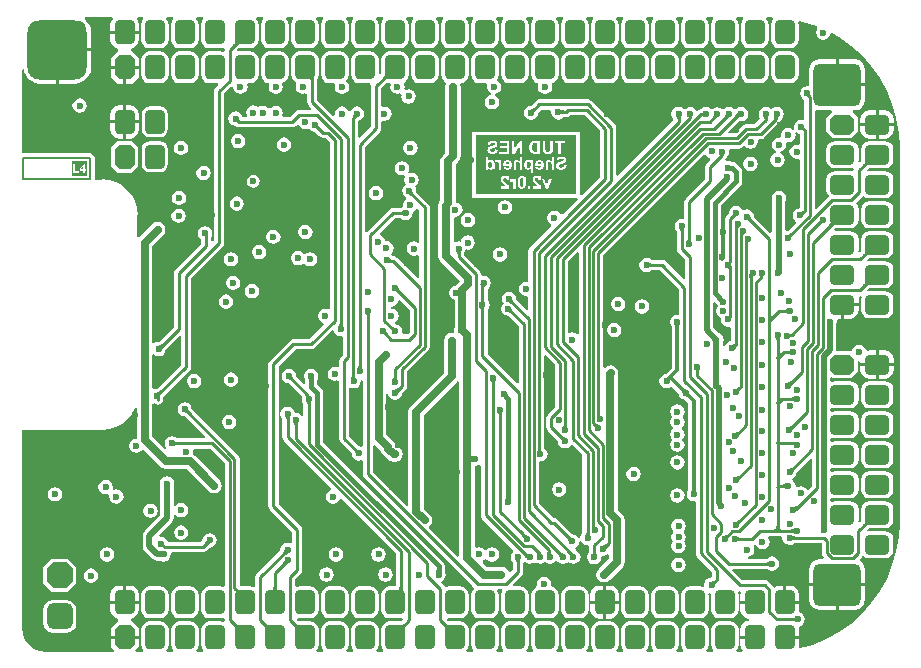
<source format=gbr>
%TF.GenerationSoftware,Altium Limited,Altium Designer,21.1.0 (24)*%
G04 Layer_Physical_Order=4*
G04 Layer_Color=16711680*
%FSLAX45Y45*%
%MOMM*%
%TF.SameCoordinates,396C0E3A-29EE-4C6C-8395-06145A698007*%
%TF.FilePolarity,Positive*%
%TF.FileFunction,Copper,L4,Bot,Signal*%
%TF.Part,Single*%
G01*
G75*
%TA.AperFunction,Conductor*%
%ADD73C,0.25000*%
%ADD74C,0.40000*%
%ADD75C,0.50000*%
%TA.AperFunction,NonConductor*%
%ADD76C,0.15000*%
%TA.AperFunction,Conductor*%
%ADD78C,0.70000*%
%ADD79C,0.30000*%
%TA.AperFunction,ComponentPad*%
G04:AMPARAMS|DCode=84|XSize=1.7mm|YSize=2.1mm|CornerRadius=0mm|HoleSize=0mm|Usage=FLASHONLY|Rotation=0.000|XOffset=0mm|YOffset=0mm|HoleType=Round|Shape=Octagon|*
%AMOCTAGOND84*
4,1,8,-0.42500,1.05000,0.42500,1.05000,0.85000,0.62500,0.85000,-0.62500,0.42500,-1.05000,-0.42500,-1.05000,-0.85000,-0.62500,-0.85000,0.62500,-0.42500,1.05000,0.0*
%
%ADD84OCTAGOND84*%

G04:AMPARAMS|DCode=85|XSize=1.7mm|YSize=2.1mm|CornerRadius=0.425mm|HoleSize=0mm|Usage=FLASHONLY|Rotation=0.000|XOffset=0mm|YOffset=0mm|HoleType=Round|Shape=RoundedRectangle|*
%AMROUNDEDRECTD85*
21,1,1.70000,1.25001,0,0,0.0*
21,1,0.85000,2.10000,0,0,0.0*
1,1,0.85000,0.42500,-0.62500*
1,1,0.85000,-0.42500,-0.62500*
1,1,0.85000,-0.42500,0.62500*
1,1,0.85000,0.42500,0.62500*
%
%ADD85ROUNDEDRECTD85*%
G04:AMPARAMS|DCode=86|XSize=1.7mm|YSize=2.1mm|CornerRadius=0.425mm|HoleSize=0mm|Usage=FLASHONLY|Rotation=270.000|XOffset=0mm|YOffset=0mm|HoleType=Round|Shape=RoundedRectangle|*
%AMROUNDEDRECTD86*
21,1,1.70000,1.25001,0,0,270.0*
21,1,0.85000,2.10000,0,0,270.0*
1,1,0.85000,-0.62500,-0.42500*
1,1,0.85000,-0.62500,0.42500*
1,1,0.85000,0.62500,0.42500*
1,1,0.85000,0.62500,-0.42500*
%
%ADD86ROUNDEDRECTD86*%
G04:AMPARAMS|DCode=87|XSize=1.7mm|YSize=2.1mm|CornerRadius=0mm|HoleSize=0mm|Usage=FLASHONLY|Rotation=270.000|XOffset=0mm|YOffset=0mm|HoleType=Round|Shape=Octagon|*
%AMOCTAGOND87*
4,1,8,1.05000,0.42500,1.05000,-0.42500,0.62500,-0.85000,-0.62500,-0.85000,-1.05000,-0.42500,-1.05000,0.42500,-0.62500,0.85000,0.62500,0.85000,1.05000,0.42500,0.0*
%
%ADD87OCTAGOND87*%

G04:AMPARAMS|DCode=88|XSize=4mm|YSize=3.6mm|CornerRadius=0.54mm|HoleSize=0mm|Usage=FLASHONLY|Rotation=0.000|XOffset=0mm|YOffset=0mm|HoleType=Round|Shape=RoundedRectangle|*
%AMROUNDEDRECTD88*
21,1,4.00000,2.52000,0,0,0.0*
21,1,2.92000,3.60000,0,0,0.0*
1,1,1.08000,1.46000,-1.26000*
1,1,1.08000,-1.46000,-1.26000*
1,1,1.08000,-1.46000,1.26000*
1,1,1.08000,1.46000,1.26000*
%
%ADD88ROUNDEDRECTD88*%
G04:AMPARAMS|DCode=89|XSize=5mm|YSize=5mm|CornerRadius=1mm|HoleSize=0mm|Usage=FLASHONLY|Rotation=0.000|XOffset=0mm|YOffset=0mm|HoleType=Round|Shape=RoundedRectangle|*
%AMROUNDEDRECTD89*
21,1,5.00000,3.00000,0,0,0.0*
21,1,3.00000,5.00000,0,0,0.0*
1,1,2.00000,1.50000,-1.50000*
1,1,2.00000,-1.50000,-1.50000*
1,1,2.00000,-1.50000,1.50000*
1,1,2.00000,1.50000,1.50000*
%
%ADD89ROUNDEDRECTD89*%
G04:AMPARAMS|DCode=90|XSize=2.2mm|YSize=2.2mm|CornerRadius=0mm|HoleSize=0mm|Usage=FLASHONLY|Rotation=270.000|XOffset=0mm|YOffset=0mm|HoleType=Round|Shape=Octagon|*
%AMOCTAGOND90*
4,1,8,-0.55000,-1.10000,0.55000,-1.10000,1.10000,-0.55000,1.10000,0.55000,0.55000,1.10000,-0.55000,1.10000,-1.10000,0.55000,-1.10000,-0.55000,-0.55000,-1.10000,0.0*
%
%ADD90OCTAGOND90*%

G04:AMPARAMS|DCode=91|XSize=2.2mm|YSize=2.2mm|CornerRadius=0.55mm|HoleSize=0mm|Usage=FLASHONLY|Rotation=270.000|XOffset=0mm|YOffset=0mm|HoleType=Round|Shape=RoundedRectangle|*
%AMROUNDEDRECTD91*
21,1,2.20000,1.10000,0,0,270.0*
21,1,1.10000,2.20000,0,0,270.0*
1,1,1.10000,-0.55000,-0.55000*
1,1,1.10000,-0.55000,0.55000*
1,1,1.10000,0.55000,0.55000*
1,1,1.10000,0.55000,-0.55000*
%
%ADD91ROUNDEDRECTD91*%
%TA.AperFunction,ViaPad*%
%ADD92C,0.60000*%
%ADD93C,1.20000*%
G36*
X2999174Y5186581D02*
X2997295Y5188011D01*
X2995142Y5188818D01*
X2992714Y5189002D01*
X2990011Y5188564D01*
X2987034Y5187502D01*
X2983782Y5185817D01*
X2980255Y5183510D01*
X2976454Y5180579D01*
X2972378Y5177026D01*
X2968028Y5172850D01*
X2950350Y5190527D01*
X2954526Y5194878D01*
X2961010Y5202755D01*
X2963318Y5206281D01*
X2965002Y5209533D01*
X2966064Y5212511D01*
X2966503Y5215213D01*
X2966318Y5217642D01*
X2965511Y5219795D01*
X2964081Y5221674D01*
X2999174Y5186581D01*
D02*
G37*
G36*
X7493002Y5417006D02*
Y5417006D01*
X7507894Y5416745D01*
X7516718Y5416249D01*
X7522318Y5400911D01*
X7509207Y5381288D01*
X7503580Y5353000D01*
Y5228000D01*
X7509207Y5199712D01*
X7525231Y5175730D01*
X7549212Y5159706D01*
X7577500Y5154080D01*
X7662500D01*
X7690788Y5159706D01*
X7714769Y5175730D01*
X7730793Y5199712D01*
X7736420Y5228000D01*
Y5353000D01*
X7731889Y5375782D01*
X7733047Y5378623D01*
X7740955Y5386911D01*
X7743522Y5388331D01*
X7856187Y5355873D01*
X7892162Y5340972D01*
X7896631Y5322884D01*
X7888689Y5310999D01*
X7884032Y5287588D01*
X7888689Y5264177D01*
X7901950Y5244330D01*
X7921797Y5231069D01*
X7945208Y5226412D01*
X7968619Y5231069D01*
X7988465Y5244330D01*
X8001727Y5264177D01*
X8003500Y5273092D01*
X8020351Y5280918D01*
X8078040Y5249034D01*
X8178610Y5177676D01*
X8270558Y5095506D01*
X8352728Y5003559D01*
X8424085Y4902989D01*
X8483734Y4795062D01*
X8530925Y4681135D01*
X8565062Y4562641D01*
X8585718Y4441070D01*
X8592505Y4320213D01*
X8592056Y4317954D01*
Y1143246D01*
X8592006Y1142998D01*
X8592006D01*
X8591745Y1128106D01*
X8585667Y1019879D01*
X8565011Y898307D01*
X8530873Y779813D01*
X8483683Y665886D01*
X8424034Y557960D01*
X8352676Y457390D01*
X8270506Y365442D01*
X8178559Y283272D01*
X8077989Y211915D01*
X7970062Y152266D01*
X7856135Y105075D01*
X7749988Y74495D01*
X7737227Y86429D01*
X7741518Y108000D01*
Y157800D01*
X7620000D01*
Y183200D01*
X7741518D01*
Y233000D01*
X7738208Y249643D01*
X7746541Y262115D01*
X7753411Y263481D01*
X7773258Y276743D01*
X7786519Y296589D01*
X7791175Y320000D01*
X7786519Y343411D01*
X7773258Y363258D01*
X7753411Y376519D01*
X7747498Y377695D01*
X7739164Y390167D01*
X7741518Y402000D01*
Y451800D01*
X7620000D01*
Y464500D01*
X7607300D01*
Y606018D01*
X7577500D01*
X7547261Y600003D01*
X7529152Y587903D01*
X7520641Y600641D01*
X7480641Y640641D01*
X7466583Y650034D01*
X7450000Y653332D01*
X7257949D01*
X7176127Y735154D01*
X7181867Y749012D01*
X7467312D01*
X7487046Y735826D01*
X7510457Y731169D01*
X7533868Y735826D01*
X7553715Y749087D01*
X7566976Y768934D01*
X7571633Y792345D01*
X7566976Y815756D01*
X7553715Y835602D01*
X7533868Y848864D01*
X7510457Y853520D01*
X7487046Y848864D01*
X7467312Y835677D01*
X7310792D01*
X7309314Y850677D01*
X7323411Y853481D01*
X7343257Y866742D01*
X7356519Y886589D01*
X7361175Y910000D01*
X7356519Y933411D01*
X7355138Y935477D01*
X7360416Y951689D01*
X7373481Y951589D01*
X7386742Y931742D01*
X7406589Y918481D01*
X7430000Y913824D01*
X7453411Y918481D01*
X7473257Y931742D01*
X7486519Y951589D01*
X7491175Y975000D01*
X7486519Y998411D01*
X7477661Y1011668D01*
X7485615Y1026667D01*
X7590303D01*
X7599819Y1015072D01*
X7598809Y1009998D01*
X7603466Y986587D01*
X7616727Y966741D01*
X7636574Y953479D01*
X7659985Y948823D01*
X7683396Y953479D01*
X7703130Y966666D01*
X7932049D01*
X7932168Y966547D01*
Y881305D01*
X7935466Y864722D01*
X7944859Y850664D01*
X7949922Y845602D01*
X7944182Y831744D01*
X7918500D01*
X7883774Y824836D01*
X7854335Y805166D01*
X7834664Y775726D01*
X7827757Y741000D01*
Y627700D01*
X8301243D01*
Y741000D01*
X8294336Y775726D01*
X8274665Y805166D01*
X8255108Y818233D01*
X8253638Y833161D01*
X8272601Y852125D01*
X8276547Y858031D01*
X8287231D01*
X8311212Y842007D01*
X8339500Y836380D01*
X8464500D01*
X8492788Y842007D01*
X8516770Y858031D01*
X8532793Y882012D01*
X8538420Y910300D01*
Y995300D01*
X8532793Y1023588D01*
X8516770Y1047569D01*
X8492788Y1063593D01*
X8464500Y1069220D01*
X8339500D01*
X8323790Y1066095D01*
X8316400Y1079919D01*
X8328609Y1092128D01*
X8329000Y1092468D01*
X8339500Y1090380D01*
X8464500D01*
X8492788Y1096007D01*
X8516770Y1112031D01*
X8532793Y1136012D01*
X8538420Y1164300D01*
Y1249300D01*
X8532793Y1277588D01*
X8516770Y1301569D01*
X8492788Y1317593D01*
X8464500Y1323220D01*
X8339500D01*
X8311212Y1317593D01*
X8287230Y1301569D01*
X8271206Y1277588D01*
X8265580Y1249300D01*
Y1164300D01*
X8267641Y1153935D01*
X8266649Y1152731D01*
X8255120Y1141201D01*
X8241295Y1148590D01*
X8244420Y1164300D01*
Y1249300D01*
X8238794Y1277588D01*
X8222770Y1301569D01*
X8198788Y1317593D01*
X8170500Y1323220D01*
X8045500D01*
X8021078Y1318362D01*
X8006079Y1326820D01*
Y1340780D01*
X8021078Y1349238D01*
X8045500Y1344380D01*
X8170500D01*
X8198788Y1350007D01*
X8222770Y1366031D01*
X8238794Y1390012D01*
X8244420Y1418300D01*
Y1503300D01*
X8238794Y1531588D01*
X8222770Y1555569D01*
X8198788Y1571593D01*
X8170500Y1577220D01*
X8045500D01*
X8021078Y1572362D01*
X8006079Y1580820D01*
Y1594780D01*
X8021078Y1603238D01*
X8045500Y1598380D01*
X8170500D01*
X8198788Y1604007D01*
X8222770Y1620031D01*
X8238794Y1644012D01*
X8244420Y1672300D01*
Y1757300D01*
X8238794Y1785588D01*
X8222770Y1809569D01*
X8198788Y1825593D01*
X8170500Y1831220D01*
X8045500D01*
X8021078Y1826362D01*
X8006079Y1834820D01*
Y1848780D01*
X8021078Y1857238D01*
X8045500Y1852380D01*
X8170500D01*
X8198788Y1858007D01*
X8222770Y1874031D01*
X8238794Y1898012D01*
X8244420Y1926300D01*
Y2011300D01*
X8238794Y2039588D01*
X8222770Y2063569D01*
X8198788Y2079593D01*
X8170500Y2085220D01*
X8045500D01*
X8021078Y2080362D01*
X8006079Y2088820D01*
Y2102780D01*
X8021078Y2111238D01*
X8045500Y2106380D01*
X8170500D01*
X8198788Y2112007D01*
X8222770Y2128031D01*
X8238794Y2152012D01*
X8244420Y2180300D01*
Y2265300D01*
X8238794Y2293588D01*
X8222770Y2317569D01*
X8198788Y2333593D01*
X8170500Y2339220D01*
X8045500D01*
X8021078Y2334362D01*
X8006077Y2342821D01*
Y2366624D01*
X8019935Y2372365D01*
X8030500Y2361800D01*
X8185500D01*
X8243000Y2419300D01*
Y2506483D01*
X8245481Y2507467D01*
X8260482Y2497280D01*
Y2489500D01*
X8389300D01*
Y2598318D01*
X8339500D01*
X8322614Y2594960D01*
X8305088Y2606182D01*
X8304873Y2607265D01*
X8291611Y2627112D01*
X8271765Y2640373D01*
X8248354Y2645030D01*
X8224943Y2640373D01*
X8205096Y2627112D01*
X8191835Y2607265D01*
X8188968Y2592852D01*
X8185500Y2591800D01*
X8062807D01*
X8056077Y2600000D01*
Y2815928D01*
X8056519Y2816589D01*
X8061175Y2840000D01*
X8058851Y2851687D01*
X8068367Y2863282D01*
X8095300D01*
Y2984800D01*
X8108000D01*
Y2997500D01*
X8249518D01*
Y3027300D01*
X8245642Y3046786D01*
X8255031Y3061108D01*
X8258655Y3061747D01*
X8270435Y3051708D01*
X8265580Y3027300D01*
Y2942300D01*
X8271206Y2914012D01*
X8287230Y2890031D01*
X8311212Y2874007D01*
X8339500Y2868380D01*
X8464500D01*
X8492788Y2874007D01*
X8516770Y2890031D01*
X8532793Y2914012D01*
X8538420Y2942300D01*
Y3027300D01*
X8532793Y3055588D01*
X8516770Y3079569D01*
X8492788Y3095593D01*
X8464500Y3101220D01*
X8339500D01*
X8323790Y3098095D01*
X8316401Y3111919D01*
X8328611Y3124129D01*
X8329000Y3124468D01*
X8339500Y3122380D01*
X8464500D01*
X8492788Y3128007D01*
X8516770Y3144031D01*
X8532793Y3168012D01*
X8538420Y3196300D01*
Y3281300D01*
X8532793Y3309588D01*
X8516770Y3333569D01*
X8492788Y3349593D01*
X8464500Y3355220D01*
X8339500D01*
X8323790Y3352095D01*
X8316401Y3365919D01*
X8328611Y3378129D01*
X8329000Y3378468D01*
X8339500Y3376380D01*
X8464500D01*
X8492788Y3382007D01*
X8516770Y3398031D01*
X8532793Y3422012D01*
X8538420Y3450300D01*
Y3535300D01*
X8532793Y3563588D01*
X8516770Y3587569D01*
X8492788Y3603593D01*
X8464500Y3609220D01*
X8339500D01*
X8311212Y3603593D01*
X8287230Y3587569D01*
X8271206Y3563588D01*
X8265580Y3535300D01*
Y3450300D01*
X8267641Y3439935D01*
X8266648Y3438729D01*
X8255119Y3427200D01*
X8241295Y3434590D01*
X8244420Y3450300D01*
Y3535300D01*
X8238794Y3563588D01*
X8222770Y3587569D01*
X8198788Y3603593D01*
X8170500Y3609220D01*
X8045767D01*
X8045174Y3609834D01*
X8038164Y3623055D01*
X8045034Y3630473D01*
X8045500Y3630380D01*
X8170500D01*
X8198788Y3636007D01*
X8222770Y3652031D01*
X8238794Y3676012D01*
X8244420Y3704300D01*
Y3789300D01*
X8238794Y3817588D01*
X8222770Y3841569D01*
X8221988Y3849511D01*
X8272922Y3900445D01*
X8287231Y3906031D01*
X8311212Y3890007D01*
X8339500Y3884380D01*
X8464500D01*
X8492788Y3890007D01*
X8516770Y3906031D01*
X8532793Y3930012D01*
X8538420Y3958300D01*
Y4043300D01*
X8532793Y4071588D01*
X8516770Y4095569D01*
X8492788Y4111593D01*
X8464500Y4117220D01*
X8339500D01*
X8323790Y4114095D01*
X8316401Y4127919D01*
X8328611Y4140130D01*
X8329000Y4140468D01*
X8339500Y4138380D01*
X8464500D01*
X8492788Y4144007D01*
X8516770Y4160031D01*
X8532793Y4184012D01*
X8538420Y4212300D01*
Y4297300D01*
X8532793Y4325588D01*
X8516770Y4349569D01*
X8492788Y4365593D01*
X8464500Y4371220D01*
X8339500D01*
X8311212Y4365593D01*
X8287230Y4349569D01*
X8271206Y4325588D01*
X8265580Y4297300D01*
Y4212300D01*
X8267641Y4201935D01*
X8266648Y4200729D01*
X8255119Y4189200D01*
X8241295Y4196590D01*
X8244420Y4212300D01*
Y4297300D01*
X8238794Y4325588D01*
X8222770Y4349569D01*
X8198788Y4365593D01*
X8170500Y4371220D01*
X8045500D01*
X8017212Y4365593D01*
X7993230Y4349569D01*
X7977207Y4325588D01*
X7971580Y4297300D01*
Y4212300D01*
X7977207Y4184012D01*
X7993230Y4160031D01*
X8017212Y4144007D01*
X8045500Y4138380D01*
X8170500D01*
X8193302Y4142915D01*
X8204812Y4132663D01*
X8202886Y4122181D01*
X8189759Y4113389D01*
X8170500Y4117220D01*
X8045500D01*
X8017212Y4111593D01*
X7993230Y4095569D01*
X7977207Y4071588D01*
X7971580Y4043300D01*
Y3958300D01*
X7977207Y3930012D01*
X7993230Y3906031D01*
X7983848Y3895129D01*
X7887190Y3798472D01*
X7873332Y3804212D01*
Y4626474D01*
X7888333Y4635257D01*
X7918500Y4629256D01*
X8014743D01*
X8020957Y4614256D01*
X7973000Y4566300D01*
Y4451300D01*
X8030500Y4393800D01*
X8185500D01*
X8243000Y4451300D01*
Y4566300D01*
X8195044Y4614256D01*
X8201257Y4629256D01*
X8210500D01*
X8245226Y4636164D01*
X8274665Y4655834D01*
X8294336Y4685274D01*
X8301243Y4720000D01*
Y4833300D01*
X8064500D01*
Y4846000D01*
X8051800D01*
Y5062743D01*
X7918500D01*
X7883774Y5055836D01*
X7854335Y5036165D01*
X7834664Y5006726D01*
X7827757Y4972000D01*
Y4844201D01*
X7816161Y4834686D01*
X7810000Y4835911D01*
X7786589Y4831254D01*
X7766742Y4817993D01*
X7753481Y4798147D01*
X7748824Y4774736D01*
X7753481Y4751325D01*
X7766742Y4731478D01*
X7786589Y4718217D01*
X7786668Y4718201D01*
Y4561010D01*
X7771667Y4548855D01*
X7760000Y4551175D01*
X7736589Y4546519D01*
X7716743Y4533257D01*
X7703481Y4513411D01*
X7698825Y4490000D01*
X7701694Y4475576D01*
X7688174Y4466654D01*
X7673411Y4476519D01*
X7650000Y4481175D01*
X7626589Y4476519D01*
X7606742Y4463258D01*
X7593481Y4443411D01*
X7588825Y4420000D01*
X7590331Y4412425D01*
X7577575Y4399669D01*
X7570000Y4401175D01*
X7546589Y4396519D01*
X7526743Y4383257D01*
X7513481Y4363411D01*
X7508825Y4340000D01*
X7513481Y4316589D01*
X7526743Y4296742D01*
X7545844Y4283979D01*
X7546290Y4280730D01*
X7544965Y4268510D01*
X7534953Y4266519D01*
X7515106Y4253258D01*
X7501845Y4233411D01*
X7497188Y4210000D01*
X7501845Y4186589D01*
X7515106Y4166743D01*
X7534953Y4153481D01*
X7558364Y4148825D01*
X7581775Y4153481D01*
X7601621Y4166743D01*
X7614883Y4186589D01*
X7619539Y4210000D01*
X7614883Y4233411D01*
X7601621Y4253258D01*
X7582520Y4266021D01*
X7582073Y4269270D01*
X7583399Y4281490D01*
X7593411Y4283481D01*
X7613258Y4296742D01*
X7626519Y4316589D01*
X7631175Y4340000D01*
X7629669Y4347575D01*
X7642425Y4360331D01*
X7650000Y4358825D01*
X7673411Y4363481D01*
X7693257Y4376743D01*
X7706519Y4396589D01*
X7711175Y4420000D01*
X7708306Y4434424D01*
X7721826Y4443346D01*
X7736589Y4433481D01*
X7746668Y4431477D01*
Y4351009D01*
X7731667Y4338854D01*
X7719999Y4341175D01*
X7696588Y4336519D01*
X7676741Y4323258D01*
X7663480Y4303411D01*
X7658823Y4280000D01*
X7663480Y4256589D01*
X7676741Y4236743D01*
X7696588Y4223481D01*
X7719999Y4218825D01*
X7731667Y4221146D01*
X7746668Y4208991D01*
Y3800512D01*
X7726589Y3796519D01*
X7706743Y3783257D01*
X7693481Y3763411D01*
X7688825Y3740000D01*
X7693481Y3716589D01*
X7706743Y3696742D01*
X7710191Y3694438D01*
X7711661Y3679511D01*
X7643551Y3611400D01*
X7643317Y3611219D01*
X7642575Y3610705D01*
X7641987Y3610350D01*
X7641556Y3610126D01*
X7641283Y3610007D01*
X7641153Y3609961D01*
X7641142Y3609958D01*
X7640026Y3609749D01*
X7639169Y3609406D01*
X7634685Y3611144D01*
X7624169Y3621331D01*
Y3863073D01*
X7626519Y3866589D01*
X7631175Y3890000D01*
X7626519Y3913411D01*
X7613258Y3933258D01*
X7593411Y3946519D01*
X7570000Y3951175D01*
X7546589Y3946519D01*
X7526743Y3933258D01*
X7513481Y3913411D01*
X7508825Y3890000D01*
X7512014Y3873964D01*
Y3598865D01*
X7498156Y3593124D01*
X7361149Y3730132D01*
X7356519Y3753411D01*
X7343257Y3773257D01*
X7323411Y3786519D01*
X7300000Y3791175D01*
X7276589Y3786519D01*
X7275787Y3785983D01*
X7266519Y3783411D01*
X7253258Y3803258D01*
X7233411Y3816519D01*
X7210000Y3821175D01*
X7186589Y3816519D01*
X7166743Y3803258D01*
X7153481Y3783411D01*
X7148851Y3760132D01*
X7129359Y3740640D01*
X7119966Y3726583D01*
X7116668Y3710000D01*
Y3377008D01*
X7098059Y3364574D01*
X7090965Y3353958D01*
X7075966Y3358509D01*
Y3823870D01*
X7246048Y3993952D01*
X7257099Y4010491D01*
X7260980Y4030000D01*
Y4110000D01*
X7257099Y4129509D01*
X7246048Y4146048D01*
X7212024Y4180072D01*
X7195485Y4191123D01*
X7175976Y4195004D01*
X7174237D01*
X7166128Y4200422D01*
X7142717Y4205078D01*
X7123813Y4201318D01*
X7116424Y4215142D01*
X7120641Y4219359D01*
X7130034Y4233417D01*
X7130303Y4234768D01*
X7133258Y4236743D01*
X7146519Y4256589D01*
X7151175Y4280000D01*
X7148855Y4291667D01*
X7161010Y4306668D01*
X7230000D01*
X7246583Y4309966D01*
X7260641Y4319359D01*
X7268882Y4327601D01*
X7283810Y4326131D01*
X7286743Y4321742D01*
X7306589Y4308481D01*
X7330000Y4303825D01*
X7353411Y4308481D01*
X7373258Y4321742D01*
X7386519Y4341589D01*
X7391175Y4365000D01*
X7389172Y4375073D01*
X7398688Y4386668D01*
X7415214D01*
X7431797Y4389966D01*
X7445855Y4399360D01*
X7573803Y4527308D01*
X7583196Y4541366D01*
X7585096Y4550915D01*
X7593116Y4556274D01*
X7606378Y4576121D01*
X7611034Y4599532D01*
X7606378Y4622942D01*
X7593116Y4642789D01*
X7573270Y4656050D01*
X7549859Y4660707D01*
X7526448Y4656050D01*
X7516398Y4649335D01*
X7503257Y4643257D01*
X7483411Y4656519D01*
X7460000Y4661175D01*
X7436589Y4656519D01*
X7416743Y4643257D01*
X7403481Y4623411D01*
X7398825Y4600000D01*
X7403481Y4576589D01*
X7412224Y4563505D01*
X7362051Y4513332D01*
X7290000D01*
X7273417Y4510034D01*
X7259359Y4500640D01*
X7195336Y4436617D01*
X7147496D01*
X7141756Y4450475D01*
X7233406Y4542125D01*
X7250000Y4538825D01*
X7273411Y4543481D01*
X7293257Y4556742D01*
X7306519Y4576589D01*
X7311175Y4600000D01*
X7306519Y4623411D01*
X7293257Y4643257D01*
X7273411Y4656519D01*
X7250000Y4661175D01*
X7226589Y4656519D01*
X7206743Y4643257D01*
X7192863Y4644180D01*
X7173017Y4657442D01*
X7149606Y4662098D01*
X7126195Y4657442D01*
X7107156Y4644720D01*
X7105544Y4643973D01*
X7087222Y4642555D01*
X7073411Y4651783D01*
X7050000Y4656440D01*
X7026589Y4651783D01*
X7006743Y4638522D01*
X6996422D01*
X6993258Y4643257D01*
X6973411Y4656519D01*
X6950000Y4661175D01*
X6926589Y4656519D01*
X6906743Y4643257D01*
X6904616Y4640075D01*
X6890688Y4637304D01*
X6876630Y4627911D01*
X6873292Y4628240D01*
X6863258Y4643257D01*
X6843411Y4656519D01*
X6820000Y4661175D01*
X6796589Y4656519D01*
X6779460Y4645074D01*
X6763952Y4641284D01*
X6744106Y4654545D01*
X6720695Y4659202D01*
X6697284Y4654545D01*
X6677437Y4641284D01*
X6664176Y4621437D01*
X6659519Y4598026D01*
X6664176Y4574615D01*
X6676668Y4555921D01*
Y4547949D01*
X6207190Y4078472D01*
X6193332Y4084212D01*
Y4480000D01*
X6190034Y4496583D01*
X6180641Y4510641D01*
X5980641Y4710641D01*
X5966583Y4720034D01*
X5950000Y4723332D01*
X5540000D01*
X5523417Y4720034D01*
X5509360Y4710641D01*
X5469868Y4671149D01*
X5446589Y4666519D01*
X5426743Y4653257D01*
X5413481Y4633411D01*
X5408825Y4610000D01*
X5413481Y4586589D01*
X5426743Y4566742D01*
X5446589Y4553481D01*
X5470000Y4548825D01*
X5493411Y4553481D01*
X5513257Y4566742D01*
X5526519Y4586589D01*
X5531149Y4609868D01*
X5557949Y4636668D01*
X5634989D01*
X5644505Y4625073D01*
X5642173Y4613348D01*
X5646830Y4589937D01*
X5660091Y4570091D01*
X5679938Y4556830D01*
X5703349Y4552173D01*
X5726759Y4556830D01*
X5746606Y4570091D01*
X5749330Y4574167D01*
X5770848D01*
X5787431Y4577465D01*
X5801203Y4586667D01*
X5925483D01*
X6056668Y4455483D01*
Y4067949D01*
X5898858Y3910139D01*
X5885000Y3915879D01*
Y4450000D01*
X4975000D01*
Y3890000D01*
X5859121D01*
X5864861Y3876142D01*
X5799360Y3810641D01*
X5799359Y3810641D01*
X5739235Y3750517D01*
X5720269Y3752764D01*
X5713258Y3763257D01*
X5693411Y3776519D01*
X5670000Y3781175D01*
X5646589Y3776519D01*
X5626743Y3763257D01*
X5613481Y3743411D01*
X5608825Y3720000D01*
X5613481Y3696589D01*
X5626743Y3676742D01*
X5637236Y3669731D01*
X5639484Y3650765D01*
X5461860Y3473141D01*
X5452466Y3459083D01*
X5449168Y3442500D01*
Y3189185D01*
X5437573Y3179669D01*
X5430000Y3181176D01*
X5406589Y3176519D01*
X5386743Y3163258D01*
X5373481Y3143411D01*
X5368825Y3120000D01*
X5373481Y3096589D01*
X5386743Y3076743D01*
X5406589Y3063481D01*
X5430000Y3058825D01*
X5437573Y3060331D01*
X5449168Y3050815D01*
Y2943029D01*
X5435310Y2937289D01*
X5346001Y3026597D01*
X5347424Y3033751D01*
X5342768Y3057162D01*
X5329506Y3077009D01*
X5309660Y3090270D01*
X5286249Y3094927D01*
X5262838Y3090270D01*
X5242991Y3077009D01*
X5229730Y3057162D01*
X5225073Y3033751D01*
X5229730Y3010340D01*
X5239786Y2995291D01*
X5236743Y2993257D01*
X5223481Y2973411D01*
X5218825Y2950000D01*
X5223481Y2926589D01*
X5236743Y2906742D01*
X5256589Y2893481D01*
X5279868Y2888851D01*
X5366668Y2802051D01*
Y2324212D01*
X5352810Y2318472D01*
X5103332Y2567949D01*
Y2936857D01*
X5116519Y2956592D01*
X5121175Y2980003D01*
X5116519Y3003414D01*
X5103332Y3023148D01*
Y3120111D01*
X5113257Y3126743D01*
X5126519Y3146589D01*
X5131175Y3170000D01*
X5126519Y3193411D01*
X5113257Y3213257D01*
X5093411Y3226519D01*
X5070000Y3231175D01*
X5060833Y3229352D01*
X5045832Y3241662D01*
Y3247500D01*
X5042534Y3264083D01*
X5033141Y3278141D01*
X4903332Y3407949D01*
Y3416854D01*
X4916519Y3436589D01*
X4919748Y3452825D01*
X4935771Y3449638D01*
X4959182Y3454294D01*
X4979029Y3467556D01*
X4992290Y3487402D01*
X4996947Y3510813D01*
X4992290Y3534224D01*
X4979029Y3554071D01*
X4959182Y3567332D01*
X4935771Y3571989D01*
X4912360Y3567332D01*
X4892514Y3554071D01*
X4879252Y3534224D01*
X4876023Y3517988D01*
X4860000Y3521175D01*
X4836589Y3516519D01*
X4831263Y3512960D01*
X4816263Y3520978D01*
Y3583447D01*
X4817674Y3585558D01*
X4822331Y3608969D01*
X4817674Y3632380D01*
X4816263Y3634491D01*
Y3719725D01*
X4827859Y3729241D01*
X4829990Y3728817D01*
X4853401Y3733474D01*
X4873248Y3746735D01*
X4886509Y3766581D01*
X4891166Y3789992D01*
X4886509Y3813403D01*
X4873248Y3833250D01*
X4853401Y3846511D01*
X4836275Y3849918D01*
Y4172551D01*
X4856862Y4193138D01*
X4871229Y4214638D01*
X4876273Y4240000D01*
Y4823716D01*
X4877523Y4830000D01*
X4872478Y4855361D01*
X4874966Y4861366D01*
X4896788Y4865707D01*
X4920769Y4881730D01*
X4936793Y4905712D01*
X4942420Y4934000D01*
Y5059000D01*
X4936793Y5087288D01*
X4920769Y5111270D01*
X4896788Y5127294D01*
X4868500Y5132920D01*
X4783500D01*
X4755212Y5127294D01*
X4731231Y5111270D01*
X4715207Y5087288D01*
X4709580Y5059000D01*
Y4934000D01*
X4715207Y4905712D01*
X4731231Y4881730D01*
X4743644Y4873436D01*
X4748772Y4854111D01*
X4743727Y4828750D01*
Y4267451D01*
X4723138Y4246862D01*
X4708772Y4225362D01*
X4703727Y4200000D01*
X4703729Y4199990D01*
Y3870593D01*
X4703128Y3869992D01*
X4688762Y3848491D01*
X4683717Y3823130D01*
Y3400010D01*
X4688762Y3374648D01*
X4703128Y3353148D01*
X4871276Y3185000D01*
X4843138Y3156862D01*
X4837163Y3147920D01*
X4834361Y3146048D01*
X4833124Y3144810D01*
X4816589Y3141522D01*
X4796743Y3128260D01*
X4783481Y3108414D01*
X4778825Y3085003D01*
X4783481Y3061592D01*
X4796743Y3041745D01*
X4816589Y3028484D01*
X4823727Y3027064D01*
Y2793779D01*
X4823481Y2793411D01*
X4818824Y2770000D01*
X4821346Y2757321D01*
X4808590Y2744564D01*
X4800000Y2746273D01*
X4774638Y2741228D01*
X4753138Y2726862D01*
X4738772Y2705362D01*
X4733727Y2680000D01*
Y2407451D01*
X4453138Y2126862D01*
X4438771Y2105362D01*
X4433727Y2080000D01*
Y1287153D01*
X4419869Y1281412D01*
X4135832Y1565449D01*
Y1790845D01*
X4149690Y1796585D01*
X4199743Y1746533D01*
X4200988Y1740271D01*
X4215355Y1718770D01*
X4262218Y1671907D01*
X4283718Y1657541D01*
X4309080Y1652496D01*
X4320000D01*
X4345362Y1657541D01*
X4366862Y1671907D01*
X4381229Y1693408D01*
X4386273Y1718769D01*
Y1720000D01*
X4381229Y1745362D01*
X4366862Y1766862D01*
X4345362Y1781229D01*
X4339100Y1782474D01*
X4324691Y1796883D01*
X4323445Y1803145D01*
X4309079Y1824646D01*
X4246273Y1887452D01*
Y2226212D01*
X4261273Y2227690D01*
X4263481Y2216589D01*
X4276743Y2196743D01*
X4296589Y2183481D01*
X4320000Y2178825D01*
X4343411Y2183481D01*
X4363257Y2196743D01*
X4376519Y2216589D01*
X4381149Y2239868D01*
X4410641Y2269359D01*
X4420034Y2283417D01*
X4423332Y2300000D01*
Y2422051D01*
X4600641Y2599360D01*
X4610034Y2613417D01*
X4613332Y2630000D01*
Y3810000D01*
X4610034Y3826583D01*
X4600641Y3840641D01*
X4499534Y3941747D01*
X4501175Y3950000D01*
X4496519Y3973411D01*
X4487821Y3986428D01*
X4503257Y3996743D01*
X4516519Y4016589D01*
X4521175Y4040000D01*
X4516519Y4063411D01*
X4503257Y4083258D01*
X4483411Y4096519D01*
X4460000Y4101175D01*
X4441847Y4097565D01*
X4432354Y4110356D01*
X4436519Y4116589D01*
X4441175Y4140000D01*
X4436519Y4163411D01*
X4423257Y4183258D01*
X4403411Y4196519D01*
X4380000Y4201175D01*
X4356589Y4196519D01*
X4336742Y4183258D01*
X4323481Y4163411D01*
X4318824Y4140000D01*
X4323481Y4116589D01*
X4336742Y4096743D01*
X4356589Y4083481D01*
X4380000Y4078825D01*
X4398152Y4082435D01*
X4407646Y4069644D01*
X4403481Y4063411D01*
X4398825Y4040000D01*
X4403481Y4016589D01*
X4412179Y4003572D01*
X4396743Y3993257D01*
X4383481Y3973411D01*
X4378825Y3950000D01*
X4383481Y3926589D01*
X4396743Y3906743D01*
X4413300Y3895679D01*
X4415331Y3883614D01*
X4414687Y3878566D01*
X4406743Y3873257D01*
X4393481Y3853411D01*
X4388825Y3830000D01*
X4391319Y3817460D01*
X4386589Y3816519D01*
X4366855Y3803332D01*
X4298682D01*
X4282099Y3800034D01*
X4268041Y3790641D01*
X4079359Y3601959D01*
X4078332Y3600422D01*
X4063332Y3604972D01*
Y4320734D01*
X4190641Y4448042D01*
X4200034Y4462100D01*
X4203332Y4478683D01*
Y4531490D01*
X4218333Y4543645D01*
X4230000Y4541325D01*
X4253411Y4545981D01*
X4273257Y4559243D01*
X4286519Y4579089D01*
X4291175Y4602500D01*
X4286519Y4625911D01*
X4273257Y4645758D01*
X4253411Y4659019D01*
X4230000Y4663675D01*
X4218333Y4661355D01*
X4203332Y4673510D01*
Y4816787D01*
X4251416Y4864870D01*
X4270861Y4861002D01*
X4276555Y4857577D01*
X4281824Y4845079D01*
X4278825Y4830000D01*
X4283481Y4806589D01*
X4296742Y4786743D01*
X4316589Y4773481D01*
X4340000Y4768825D01*
X4363411Y4773481D01*
X4376426Y4764137D01*
X4373116Y4747500D01*
X4377773Y4724089D01*
X4391034Y4704243D01*
X4410881Y4690981D01*
X4434292Y4686325D01*
X4457703Y4690981D01*
X4477549Y4704243D01*
X4490811Y4724089D01*
X4495467Y4747500D01*
X4490811Y4770911D01*
X4477549Y4790758D01*
X4457703Y4804019D01*
X4434292Y4808675D01*
X4410881Y4804019D01*
X4397866Y4813363D01*
X4401175Y4830000D01*
X4396519Y4853411D01*
X4400925Y4873816D01*
X4412769Y4881730D01*
X4428793Y4905712D01*
X4434420Y4934000D01*
Y5059000D01*
X4428793Y5087288D01*
X4412769Y5111270D01*
X4388788Y5127294D01*
X4360500Y5132920D01*
X4275500D01*
X4247212Y5127294D01*
X4223231Y5111270D01*
X4207207Y5087288D01*
X4201580Y5059000D01*
Y4942201D01*
X4195301Y4937363D01*
X4180420Y4944834D01*
Y5059000D01*
X4174793Y5087288D01*
X4158769Y5111270D01*
X4134788Y5127294D01*
X4106500Y5132920D01*
X4021500D01*
X3993212Y5127294D01*
X3969231Y5111270D01*
X3953207Y5087288D01*
X3947580Y5059000D01*
Y4934000D01*
X3953207Y4905712D01*
X3969231Y4881730D01*
X3993212Y4865707D01*
X4021500Y4860080D01*
X4106500D01*
X4107976Y4860373D01*
X4111929Y4857388D01*
X4119168Y4847306D01*
X4116668Y4834736D01*
Y4496632D01*
X4019690Y4399654D01*
X4005832Y4405395D01*
Y4542485D01*
X4023411Y4545981D01*
X4043257Y4559243D01*
X4056519Y4579089D01*
X4061175Y4602500D01*
X4056519Y4625911D01*
X4043257Y4645758D01*
X4023411Y4659019D01*
X4000000Y4663675D01*
X3976589Y4659019D01*
X3956742Y4645758D01*
X3943481Y4625911D01*
X3942647Y4621717D01*
X3927353D01*
X3926519Y4625911D01*
X3913257Y4645758D01*
X3893411Y4659019D01*
X3870000Y4663675D01*
X3846589Y4659019D01*
X3826742Y4645758D01*
X3813481Y4625911D01*
X3808824Y4602500D01*
X3811017Y4591478D01*
X3797193Y4584089D01*
X3663333Y4717949D01*
Y4896264D01*
X3662678Y4899553D01*
X3666793Y4905712D01*
X3672420Y4934000D01*
Y5059000D01*
X3666793Y5087288D01*
X3650769Y5111270D01*
X3626788Y5127294D01*
X3598500Y5132920D01*
X3513500D01*
X3485212Y5127294D01*
X3461231Y5111270D01*
X3445207Y5087288D01*
X3439580Y5059000D01*
Y4934000D01*
X3445207Y4905712D01*
X3461231Y4881730D01*
X3477223Y4871044D01*
X3483481Y4853411D01*
X3478825Y4830000D01*
X3483481Y4806589D01*
X3496743Y4786743D01*
X3516589Y4773481D01*
X3540000Y4768825D01*
X3561668Y4773134D01*
X3566618Y4771800D01*
X3576668Y4766429D01*
Y4700000D01*
X3579966Y4683417D01*
X3589360Y4669359D01*
X3611529Y4647190D01*
X3605789Y4633332D01*
X3510000D01*
X3493417Y4630034D01*
X3479360Y4620641D01*
X3432052Y4573332D01*
X3373571D01*
X3368200Y4583380D01*
X3366866Y4588333D01*
X3371175Y4610000D01*
X3366519Y4633411D01*
X3353257Y4653257D01*
X3333411Y4666519D01*
X3310000Y4671175D01*
X3286589Y4666519D01*
X3266743Y4653257D01*
X3262500Y4646908D01*
X3247500D01*
X3243257Y4653257D01*
X3223411Y4666519D01*
X3200000Y4671175D01*
X3176589Y4666519D01*
X3161239Y4656262D01*
X3144445Y4667483D01*
X3121034Y4672140D01*
X3097623Y4667483D01*
X3077777Y4654222D01*
X3064515Y4634376D01*
X3059859Y4610965D01*
X3064360Y4588332D01*
X3064468Y4585698D01*
X3056778Y4573332D01*
X3028523D01*
X3026519Y4583411D01*
X3013257Y4603257D01*
X2993411Y4616519D01*
X2970000Y4621175D01*
X2946589Y4616519D01*
X2926742Y4603257D01*
X2913481Y4583411D01*
X2908825Y4560000D01*
X2913481Y4536589D01*
X2926742Y4516743D01*
X2946589Y4503481D01*
X2970000Y4498825D01*
X2971776Y4499178D01*
X2985562Y4489966D01*
X3002145Y4486668D01*
X3450000D01*
X3466583Y4489966D01*
X3480641Y4499360D01*
X3489106Y4507824D01*
X3505725Y4503231D01*
X3516743Y4486743D01*
X3536589Y4473481D01*
X3560000Y4468825D01*
X3583411Y4473481D01*
X3589515Y4477560D01*
X3596743Y4466743D01*
X3616589Y4453481D01*
X3639868Y4448851D01*
X3677708Y4411011D01*
X3691766Y4401618D01*
X3708349Y4398319D01*
X3730400D01*
X3766668Y4362051D01*
Y2953571D01*
X3756618Y2948200D01*
X3751667Y2946866D01*
X3730000Y2951175D01*
X3706589Y2946519D01*
X3686742Y2933258D01*
X3673481Y2913411D01*
X3668825Y2890000D01*
X3673481Y2866589D01*
X3686742Y2846743D01*
X3706589Y2833481D01*
X3712347Y2832336D01*
X3716701Y2817982D01*
X3592051Y2693332D01*
X3460000D01*
X3443417Y2690034D01*
X3429359Y2680641D01*
X3259359Y2510641D01*
X3249966Y2496583D01*
X3246668Y2480000D01*
Y1280000D01*
X3249966Y1263417D01*
X3259359Y1249359D01*
X3446667Y1062051D01*
Y973571D01*
X3436619Y968200D01*
X3431667Y966865D01*
X3410000Y971175D01*
X3386589Y966519D01*
X3366743Y953257D01*
X3353481Y933411D01*
X3348852Y910138D01*
X3149359Y710646D01*
X3139966Y696588D01*
X3136668Y680005D01*
Y599257D01*
X3123439Y592186D01*
X3118788Y595293D01*
X3090500Y600920D01*
X3009669D01*
X3006283Y603734D01*
X3003332Y606684D01*
Y1680000D01*
X3000034Y1696583D01*
X2990641Y1710641D01*
X2601149Y2100132D01*
X2596519Y2123411D01*
X2583257Y2143258D01*
X2563411Y2156519D01*
X2540000Y2161176D01*
X2516589Y2156519D01*
X2496743Y2143258D01*
X2483481Y2123411D01*
X2478825Y2100000D01*
X2483481Y2076589D01*
X2496743Y2056743D01*
X2516589Y2043481D01*
X2539868Y2038851D01*
X2711529Y1867190D01*
X2705789Y1853332D01*
X2473145D01*
X2453411Y1866519D01*
X2430000Y1871175D01*
X2406589Y1866519D01*
X2386742Y1853257D01*
X2373481Y1833411D01*
X2368825Y1810000D01*
X2373481Y1786589D01*
X2383817Y1771121D01*
X2372166Y1761559D01*
X2266273Y1867451D01*
Y2143873D01*
X2274850Y2147990D01*
X2281273Y2149534D01*
X2293990Y2141036D01*
X2310573Y2137738D01*
X2327156Y2141036D01*
X2341214Y2150430D01*
X2345997Y2155213D01*
X2355390Y2169271D01*
X2358689Y2185854D01*
Y2195688D01*
X2361599Y2210317D01*
X2580641Y2429359D01*
X2590034Y2443417D01*
X2593332Y2460000D01*
Y3212051D01*
X2860640Y3479359D01*
X2870034Y3493417D01*
X2873332Y3510000D01*
Y4772051D01*
X2934128Y4832847D01*
X2940606Y4831592D01*
X2949434Y4826939D01*
X2953481Y4806589D01*
X2966743Y4786743D01*
X2986589Y4773481D01*
X3010000Y4768825D01*
X3033411Y4773481D01*
X3053258Y4786743D01*
X3066519Y4806589D01*
X3071175Y4830000D01*
X3068176Y4845079D01*
X3078730Y4860080D01*
X3090500D01*
X3118788Y4865707D01*
X3142769Y4881730D01*
X3158793Y4905712D01*
X3164420Y4934000D01*
Y5059000D01*
X3158793Y5087288D01*
X3142769Y5111270D01*
X3118788Y5127294D01*
X3090500Y5132920D01*
X3005500D01*
X2989790Y5129795D01*
X2982401Y5143620D01*
X2994606Y5155825D01*
X2995000Y5156168D01*
X3005500Y5154080D01*
X3090500D01*
X3118788Y5159706D01*
X3142769Y5175730D01*
X3158793Y5199712D01*
X3164420Y5228000D01*
Y5353000D01*
X3158793Y5381288D01*
X3144917Y5402056D01*
X3150074Y5417056D01*
X3199926D01*
X3205083Y5402056D01*
X3191207Y5381288D01*
X3185580Y5353000D01*
Y5228000D01*
X3191207Y5199712D01*
X3207231Y5175730D01*
X3231212Y5159706D01*
X3259500Y5154080D01*
X3344500D01*
X3372788Y5159706D01*
X3396769Y5175730D01*
X3412793Y5199712D01*
X3418420Y5228000D01*
Y5353000D01*
X3412793Y5381288D01*
X3398917Y5402056D01*
X3404074Y5417056D01*
X3453926D01*
X3459083Y5402056D01*
X3445207Y5381288D01*
X3439580Y5353000D01*
Y5228000D01*
X3445207Y5199712D01*
X3461231Y5175730D01*
X3485212Y5159706D01*
X3513500Y5154080D01*
X3598500D01*
X3626788Y5159706D01*
X3650769Y5175730D01*
X3666793Y5199712D01*
X3672420Y5228000D01*
Y5353000D01*
X3666793Y5381288D01*
X3652917Y5402056D01*
X3658074Y5417056D01*
X3707926D01*
X3713083Y5402056D01*
X3699207Y5381288D01*
X3693580Y5353000D01*
Y5228000D01*
X3699207Y5199712D01*
X3715231Y5175730D01*
X3739212Y5159706D01*
X3767500Y5154080D01*
X3852500D01*
X3880788Y5159706D01*
X3904769Y5175730D01*
X3920793Y5199712D01*
X3926420Y5228000D01*
Y5353000D01*
X3920793Y5381288D01*
X3906917Y5402056D01*
X3912074Y5417056D01*
X3961926D01*
X3967083Y5402056D01*
X3953207Y5381288D01*
X3947580Y5353000D01*
Y5228000D01*
X3953207Y5199712D01*
X3969231Y5175730D01*
X3993212Y5159706D01*
X4021500Y5154080D01*
X4106500D01*
X4134788Y5159706D01*
X4158769Y5175730D01*
X4174793Y5199712D01*
X4180420Y5228000D01*
Y5353000D01*
X4174793Y5381288D01*
X4160917Y5402056D01*
X4166074Y5417056D01*
X4215926D01*
X4221083Y5402056D01*
X4207207Y5381288D01*
X4201580Y5353000D01*
Y5228000D01*
X4207207Y5199712D01*
X4223231Y5175730D01*
X4247212Y5159706D01*
X4275500Y5154080D01*
X4360500D01*
X4388788Y5159706D01*
X4412769Y5175730D01*
X4428793Y5199712D01*
X4434420Y5228000D01*
Y5353000D01*
X4428793Y5381288D01*
X4414917Y5402056D01*
X4420074Y5417056D01*
X4469926D01*
X4475083Y5402056D01*
X4461207Y5381288D01*
X4455580Y5353000D01*
Y5228000D01*
X4461207Y5199712D01*
X4477231Y5175730D01*
X4501212Y5159706D01*
X4529500Y5154080D01*
X4614500D01*
X4642788Y5159706D01*
X4666769Y5175730D01*
X4682793Y5199712D01*
X4688420Y5228000D01*
Y5353000D01*
X4682793Y5381288D01*
X4668917Y5402056D01*
X4674074Y5417056D01*
X4723926D01*
X4729083Y5402056D01*
X4715207Y5381288D01*
X4709580Y5353000D01*
Y5228000D01*
X4715207Y5199712D01*
X4731231Y5175730D01*
X4755212Y5159706D01*
X4783500Y5154080D01*
X4868500D01*
X4896788Y5159706D01*
X4920769Y5175730D01*
X4936793Y5199712D01*
X4942420Y5228000D01*
Y5353000D01*
X4936793Y5381288D01*
X4922917Y5402056D01*
X4928074Y5417056D01*
X4977926D01*
X4983083Y5402056D01*
X4969207Y5381288D01*
X4963580Y5353000D01*
Y5228000D01*
X4969207Y5199712D01*
X4985231Y5175730D01*
X5009212Y5159706D01*
X5037500Y5154080D01*
X5122500D01*
X5150788Y5159706D01*
X5174769Y5175730D01*
X5190793Y5199712D01*
X5196420Y5228000D01*
Y5353000D01*
X5190793Y5381288D01*
X5176917Y5402056D01*
X5182074Y5417056D01*
X5231926D01*
X5237083Y5402056D01*
X5223207Y5381288D01*
X5217580Y5353000D01*
Y5228000D01*
X5223207Y5199712D01*
X5239231Y5175730D01*
X5263212Y5159706D01*
X5291500Y5154080D01*
X5376500D01*
X5404788Y5159706D01*
X5428769Y5175730D01*
X5444793Y5199712D01*
X5450420Y5228000D01*
Y5353000D01*
X5444793Y5381288D01*
X5430917Y5402056D01*
X5436074Y5417056D01*
X5485926D01*
X5491083Y5402056D01*
X5477207Y5381288D01*
X5471580Y5353000D01*
Y5228000D01*
X5477207Y5199712D01*
X5493231Y5175730D01*
X5517212Y5159706D01*
X5545500Y5154080D01*
X5630500D01*
X5658788Y5159706D01*
X5682769Y5175730D01*
X5698793Y5199712D01*
X5704420Y5228000D01*
Y5353000D01*
X5698793Y5381288D01*
X5684917Y5402056D01*
X5690074Y5417056D01*
X5739926D01*
X5745083Y5402056D01*
X5731207Y5381288D01*
X5725580Y5353000D01*
Y5228000D01*
X5731207Y5199712D01*
X5747231Y5175730D01*
X5771212Y5159706D01*
X5799500Y5154080D01*
X5884500D01*
X5912788Y5159706D01*
X5936769Y5175730D01*
X5952793Y5199712D01*
X5958420Y5228000D01*
Y5353000D01*
X5952793Y5381288D01*
X5938917Y5402056D01*
X5944074Y5417056D01*
X5993926D01*
X5999083Y5402056D01*
X5985207Y5381288D01*
X5979580Y5353000D01*
Y5228000D01*
X5985207Y5199712D01*
X6001231Y5175730D01*
X6025212Y5159706D01*
X6053500Y5154080D01*
X6138500D01*
X6166788Y5159706D01*
X6190769Y5175730D01*
X6206793Y5199712D01*
X6212420Y5228000D01*
Y5353000D01*
X6206793Y5381288D01*
X6192917Y5402056D01*
X6198074Y5417056D01*
X6247926D01*
X6253083Y5402056D01*
X6239207Y5381288D01*
X6233580Y5353000D01*
Y5228000D01*
X6239207Y5199712D01*
X6255231Y5175730D01*
X6279212Y5159706D01*
X6307500Y5154080D01*
X6392500D01*
X6420788Y5159706D01*
X6444769Y5175730D01*
X6460793Y5199712D01*
X6466420Y5228000D01*
Y5353000D01*
X6460793Y5381288D01*
X6446917Y5402056D01*
X6452074Y5417056D01*
X6501926D01*
X6507083Y5402056D01*
X6493207Y5381288D01*
X6487580Y5353000D01*
Y5228000D01*
X6493207Y5199712D01*
X6509231Y5175730D01*
X6533212Y5159706D01*
X6561500Y5154080D01*
X6646500D01*
X6674788Y5159706D01*
X6698769Y5175730D01*
X6714793Y5199712D01*
X6720420Y5228000D01*
Y5353000D01*
X6714793Y5381288D01*
X6700917Y5402056D01*
X6706074Y5417056D01*
X6755926D01*
X6761083Y5402056D01*
X6747207Y5381288D01*
X6741580Y5353000D01*
Y5228000D01*
X6747207Y5199712D01*
X6763231Y5175730D01*
X6787212Y5159706D01*
X6815500Y5154080D01*
X6900500D01*
X6928788Y5159706D01*
X6952769Y5175730D01*
X6968793Y5199712D01*
X6974420Y5228000D01*
Y5353000D01*
X6968793Y5381288D01*
X6954917Y5402056D01*
X6960074Y5417056D01*
X7009926D01*
X7015083Y5402056D01*
X7001207Y5381288D01*
X6995580Y5353000D01*
Y5228000D01*
X7001207Y5199712D01*
X7017231Y5175730D01*
X7041212Y5159706D01*
X7069500Y5154080D01*
X7154500D01*
X7182788Y5159706D01*
X7206769Y5175730D01*
X7222793Y5199712D01*
X7228420Y5228000D01*
Y5353000D01*
X7222793Y5381288D01*
X7208917Y5402056D01*
X7214074Y5417056D01*
X7263926D01*
X7269083Y5402056D01*
X7255207Y5381288D01*
X7249580Y5353000D01*
Y5228000D01*
X7255207Y5199712D01*
X7271231Y5175730D01*
X7295212Y5159706D01*
X7323500Y5154080D01*
X7408500D01*
X7436788Y5159706D01*
X7460769Y5175730D01*
X7476793Y5199712D01*
X7482420Y5228000D01*
Y5353000D01*
X7476793Y5381288D01*
X7462917Y5402056D01*
X7468074Y5417056D01*
X7492754D01*
X7493002Y5417006D01*
D02*
G37*
G36*
X2697083Y5402056D02*
X2683207Y5381288D01*
X2677580Y5353000D01*
Y5228000D01*
X2683207Y5199712D01*
X2699231Y5175730D01*
X2723212Y5159706D01*
X2751500Y5154080D01*
X2836500D01*
X2864788Y5159706D01*
X2864797Y5159713D01*
X2878297Y5150693D01*
X2876668Y5142500D01*
Y5136023D01*
X2861667Y5127914D01*
X2836500Y5132920D01*
X2751500D01*
X2723212Y5127294D01*
X2699231Y5111270D01*
X2683207Y5087288D01*
X2677580Y5059000D01*
Y4934000D01*
X2683207Y4905712D01*
X2699231Y4881730D01*
X2723212Y4865707D01*
X2751500Y4860080D01*
X2817585D01*
X2823799Y4845080D01*
X2799359Y4820640D01*
X2789966Y4806582D01*
X2786668Y4790000D01*
Y3528593D01*
X2776809Y3520535D01*
X2763332Y3526347D01*
Y3557855D01*
X2762724Y3560911D01*
X2766519Y3566589D01*
X2771175Y3590000D01*
X2766519Y3613411D01*
X2753257Y3633257D01*
X2733411Y3646519D01*
X2710000Y3651175D01*
X2686589Y3646519D01*
X2666742Y3633257D01*
X2653481Y3613411D01*
X2648825Y3590000D01*
X2653481Y3566589D01*
X2666742Y3546742D01*
X2676667Y3540111D01*
Y3497949D01*
X2459360Y3280641D01*
X2449966Y3266583D01*
X2446668Y3250000D01*
Y2797949D01*
X2319868Y2671149D01*
X2296589Y2666519D01*
X2281273Y2656285D01*
X2266273Y2662533D01*
Y3482549D01*
X2356862Y3573138D01*
X2371228Y3594638D01*
X2376273Y3620000D01*
X2371228Y3645362D01*
X2356862Y3666862D01*
X2335362Y3681229D01*
X2310000Y3686273D01*
X2284638Y3681229D01*
X2263138Y3666862D01*
X2154444Y3558169D01*
X2144992Y3559333D01*
X2139444Y3561016D01*
Y3746500D01*
X2140038D01*
X2134301Y3804742D01*
X2117313Y3860745D01*
X2089725Y3912359D01*
X2052598Y3957598D01*
X2007359Y3994725D01*
X1955745Y4022313D01*
X1899742Y4039301D01*
X1841500Y4045038D01*
Y4044444D01*
X1782525D01*
X1776734Y4051500D01*
Y4228500D01*
X1773824Y4243132D01*
X1765536Y4255536D01*
X1753132Y4263824D01*
X1738500Y4266734D01*
X1171500D01*
X1161544Y4274905D01*
Y4975738D01*
X1176544Y4976721D01*
X1178975Y4958258D01*
X1192578Y4925418D01*
X1214217Y4897217D01*
X1242418Y4875578D01*
X1275258Y4861975D01*
X1310500Y4857335D01*
X1447800D01*
Y5143500D01*
X1460500D01*
Y5156200D01*
X1746665D01*
Y5293500D01*
X1742025Y5328742D01*
X1728422Y5361582D01*
X1706783Y5389783D01*
X1690789Y5402056D01*
X1695881Y5417056D01*
X1921052D01*
X1929070Y5402056D01*
X1916497Y5383239D01*
X1910482Y5353000D01*
Y5303200D01*
X2153518D01*
Y5353000D01*
X2147503Y5383239D01*
X2134930Y5402056D01*
X2142948Y5417056D01*
X2183926D01*
X2189083Y5402056D01*
X2175207Y5381288D01*
X2169580Y5353000D01*
Y5228000D01*
X2175207Y5199712D01*
X2191231Y5175730D01*
X2215212Y5159706D01*
X2243500Y5154080D01*
X2328500D01*
X2356788Y5159706D01*
X2380769Y5175730D01*
X2396793Y5199712D01*
X2402420Y5228000D01*
Y5353000D01*
X2396793Y5381288D01*
X2382917Y5402056D01*
X2388074Y5417056D01*
X2437926D01*
X2443083Y5402056D01*
X2429207Y5381288D01*
X2423580Y5353000D01*
Y5228000D01*
X2429207Y5199712D01*
X2445231Y5175730D01*
X2469212Y5159706D01*
X2497500Y5154080D01*
X2582500D01*
X2610788Y5159706D01*
X2634769Y5175730D01*
X2650793Y5199712D01*
X2656420Y5228000D01*
Y5353000D01*
X2650793Y5381288D01*
X2636917Y5402056D01*
X2642074Y5417056D01*
X2691926D01*
X2697083Y5402056D01*
D02*
G37*
G36*
X7934623Y4985307D02*
X7935001Y4984688D01*
X7935634Y4983843D01*
X7937662Y4981475D01*
X7944769Y4974029D01*
X7947181Y4971603D01*
X7918897Y4943319D01*
X7904800Y4956002D01*
X7934498Y4985700D01*
X7934623Y4985307D01*
D02*
G37*
G36*
X4256841Y4896387D02*
X4255499Y4898372D01*
X4253827Y4899677D01*
X4251824Y4900301D01*
X4249490Y4900244D01*
X4246826Y4899506D01*
X4243831Y4898087D01*
X4240505Y4895987D01*
X4236849Y4893206D01*
X4232862Y4889745D01*
X4228545Y4885603D01*
X4216269Y4908683D01*
X4220545Y4913132D01*
X4227378Y4921355D01*
X4229935Y4925129D01*
X4231920Y4928676D01*
X4233331Y4931999D01*
X4234169Y4935095D01*
X4234434Y4937966D01*
X4234126Y4940612D01*
X4233246Y4943032D01*
X4256841Y4896387D01*
D02*
G37*
G36*
X7960138Y4708515D02*
X7930432Y4690916D01*
X7920296Y4731504D01*
X7920896Y4731330D01*
X7921729Y4731406D01*
X7922794Y4731732D01*
X7924093Y4732309D01*
X7925624Y4733136D01*
X7927388Y4734213D01*
X7931615Y4737118D01*
X7936773Y4741023D01*
X7960138Y4708515D01*
D02*
G37*
G36*
X8195712Y4739701D02*
X8203920Y4733576D01*
X8205411Y4732694D01*
X8206677Y4732072D01*
X8207719Y4731709D01*
X8208536Y4731606D01*
X8209128Y4731762D01*
X8198202Y4691563D01*
X8168826Y4710019D01*
X8193098Y4741882D01*
X8195712Y4739701D01*
D02*
G37*
G36*
X5510851Y4633173D02*
X5508767Y4630969D01*
X5506906Y4628747D01*
X5505266Y4626506D01*
X5503848Y4624247D01*
X5502652Y4621969D01*
X5501678Y4619672D01*
X5500925Y4617357D01*
X5500394Y4615024D01*
X5500086Y4612671D01*
X5499998Y4610300D01*
X5470300Y4639998D01*
X5472671Y4640085D01*
X5475024Y4640394D01*
X5477357Y4640925D01*
X5479673Y4641678D01*
X5481969Y4642652D01*
X5484247Y4643848D01*
X5486506Y4645266D01*
X5488747Y4646906D01*
X5490969Y4648767D01*
X5493173Y4650851D01*
X5510851Y4633173D01*
D02*
G37*
G36*
X5723568Y4635760D02*
X5725600Y4634551D01*
X5727755Y4633484D01*
X5730033Y4632559D01*
X5732436Y4631777D01*
X5734962Y4631137D01*
X5737611Y4630639D01*
X5740385Y4630284D01*
X5743282Y4630070D01*
X5746303Y4629999D01*
X5750163Y4604999D01*
X5747114Y4604904D01*
X5744238Y4604620D01*
X5741536Y4604146D01*
X5739007Y4603482D01*
X5736651Y4602628D01*
X5734468Y4601585D01*
X5732459Y4600352D01*
X5730624Y4598929D01*
X5728961Y4597317D01*
X5727472Y4595515D01*
X5721661Y4637111D01*
X5723568Y4635760D01*
D02*
G37*
G36*
X6925489Y4582702D02*
X6925044Y4583095D01*
X6924293Y4583447D01*
X6923237Y4583757D01*
X6921874Y4584026D01*
X6920205Y4584253D01*
X6915949Y4584584D01*
X6907271Y4584771D01*
Y4609770D01*
X6909981Y4609799D01*
X6916564Y4610218D01*
X6918242Y4610470D01*
X6919662Y4610778D01*
X6920824Y4611142D01*
X6921728Y4611562D01*
X6922373Y4612038D01*
X6922761Y4612570D01*
X6925489Y4582702D01*
D02*
G37*
G36*
X7235594Y4573685D02*
X7233732Y4574527D01*
X7231824Y4575039D01*
X7229872Y4575221D01*
X7227873Y4575072D01*
X7225830Y4574594D01*
X7223740Y4573786D01*
X7221606Y4572647D01*
X7219426Y4571179D01*
X7217200Y4569380D01*
X7214929Y4567252D01*
X7199725Y4587403D01*
X7222961Y4612997D01*
X7235594Y4573685D01*
D02*
G37*
G36*
X4001094Y4572520D02*
X3998731Y4572328D01*
X3996387Y4571927D01*
X3994062Y4571315D01*
X3991754Y4570493D01*
X3989465Y4569461D01*
X3987194Y4568218D01*
X3984942Y4566765D01*
X3982708Y4565103D01*
X3980492Y4563230D01*
X3978295Y4561147D01*
X3959713Y4577919D01*
X3961797Y4580130D01*
X3963648Y4582357D01*
X3965266Y4584602D01*
X3966650Y4586865D01*
X3967800Y4589145D01*
X3968716Y4591442D01*
X3969400Y4593757D01*
X3969849Y4596089D01*
X3970065Y4598439D01*
X3970048Y4600807D01*
X4001094Y4572520D01*
D02*
G37*
G36*
X7150237Y4570930D02*
X7147871Y4570773D01*
X7145522Y4570402D01*
X7143193Y4569817D01*
X7140882Y4569018D01*
X7138590Y4568005D01*
X7136316Y4566778D01*
X7134061Y4565337D01*
X7131824Y4563681D01*
X7129606Y4561812D01*
X7127407Y4559729D01*
X7109125Y4576803D01*
X7111209Y4579011D01*
X7113063Y4581236D01*
X7114688Y4583481D01*
X7116084Y4585742D01*
X7117249Y4588022D01*
X7118185Y4590320D01*
X7118891Y4592636D01*
X7119367Y4594970D01*
X7119614Y4597322D01*
X7119631Y4599692D01*
X7150237Y4570930D01*
D02*
G37*
G36*
X7558018Y4570662D02*
X7557570Y4570415D01*
X7557170Y4569941D01*
X7556816Y4569239D01*
X7556510Y4568309D01*
X7556251Y4567151D01*
X7556039Y4565766D01*
X7555756Y4562312D01*
X7555662Y4557948D01*
X7530662Y4558478D01*
X7529950Y4577090D01*
X7558018Y4570662D01*
D02*
G37*
G36*
X7479385Y4576837D02*
X7477940Y4574956D01*
X7476665Y4572930D01*
X7475560Y4570761D01*
X7474625Y4568448D01*
X7473860Y4565991D01*
X7473265Y4563391D01*
X7472840Y4560647D01*
X7472585Y4557759D01*
X7472500Y4554728D01*
X7447500D01*
X7447415Y4557759D01*
X7447160Y4560647D01*
X7446735Y4563391D01*
X7446140Y4565991D01*
X7445375Y4568448D01*
X7444440Y4570761D01*
X7443335Y4572930D01*
X7442060Y4574956D01*
X7440615Y4576837D01*
X7439000Y4578576D01*
X7481000D01*
X7479385Y4576837D01*
D02*
G37*
G36*
X7049700Y4565266D02*
X7047329Y4565179D01*
X7044977Y4564870D01*
X7042643Y4564339D01*
X7040328Y4563587D01*
X7038031Y4562613D01*
X7035753Y4561417D01*
X7033494Y4559998D01*
X7031253Y4558359D01*
X7029031Y4556497D01*
X7026827Y4554414D01*
X7009149Y4572091D01*
X7011233Y4574295D01*
X7013094Y4576517D01*
X7014734Y4578758D01*
X7016152Y4581018D01*
X7017348Y4583295D01*
X7018323Y4585592D01*
X7019075Y4587907D01*
X7019606Y4590241D01*
X7019915Y4592594D01*
X7020002Y4594965D01*
X7049700Y4565266D01*
D02*
G37*
G36*
X6741193Y4576122D02*
X6739541Y4574421D01*
X6738063Y4572571D01*
X6736759Y4570574D01*
X6735629Y4568429D01*
X6734673Y4566136D01*
X6733891Y4563694D01*
X6733282Y4561104D01*
X6732848Y4558367D01*
X6732587Y4555481D01*
X6732500Y4552447D01*
X6707500Y4553084D01*
X6707417Y4556113D01*
X6707168Y4559002D01*
X6706753Y4561752D01*
X6706173Y4564362D01*
X6705426Y4566833D01*
X6704514Y4569164D01*
X6703435Y4571356D01*
X6702191Y4573408D01*
X6700780Y4575321D01*
X6699204Y4577094D01*
X6741193Y4576122D01*
D02*
G37*
G36*
X2999605Y4554280D02*
X2999848Y4553184D01*
X3000347Y4551933D01*
X3001101Y4550527D01*
X3002110Y4548966D01*
X3003374Y4547250D01*
X3006668Y4543355D01*
X3010983Y4538839D01*
X2993306Y4521161D01*
X2991160Y4523250D01*
X2985508Y4528046D01*
X2983886Y4529155D01*
X2982396Y4530018D01*
X2981036Y4530635D01*
X2979808Y4531008D01*
X2978711Y4531135D01*
X2977744Y4531017D01*
X2999617Y4555222D01*
X2999605Y4554280D01*
D02*
G37*
G36*
X3670086Y4507329D02*
X3670394Y4504977D01*
X3670925Y4502643D01*
X3671678Y4500328D01*
X3672652Y4498031D01*
X3673848Y4495753D01*
X3675266Y4493494D01*
X3676906Y4491253D01*
X3678767Y4489031D01*
X3680851Y4486827D01*
X3663173Y4469149D01*
X3660970Y4471233D01*
X3658747Y4473094D01*
X3656507Y4474734D01*
X3654247Y4476152D01*
X3651969Y4477348D01*
X3649673Y4478323D01*
X3647357Y4479075D01*
X3645024Y4479606D01*
X3642671Y4479915D01*
X3640300Y4480002D01*
X3669999Y4509700D01*
X3670086Y4507329D01*
D02*
G37*
G36*
X7788809Y4481156D02*
X7789021Y4480464D01*
X7789459Y4479603D01*
X7790122Y4478573D01*
X7791011Y4477373D01*
X7793465Y4474467D01*
X7798839Y4468839D01*
X7781161Y4451161D01*
X7779116Y4453178D01*
X7771427Y4459878D01*
X7770397Y4460541D01*
X7769536Y4460979D01*
X7768843Y4461191D01*
X7768321Y4461177D01*
X7788823Y4481679D01*
X7788809Y4481156D01*
D02*
G37*
G36*
X7107743Y4255810D02*
X7086111Y4228434D01*
X7063134Y4240812D01*
X7065331Y4243127D01*
X7067169Y4245322D01*
X7068650Y4247398D01*
X7069773Y4249354D01*
X7070538Y4251190D01*
X7070946Y4252907D01*
X7070996Y4254504D01*
X7070688Y4255981D01*
X7070023Y4257338D01*
X7069000Y4258576D01*
X7107743Y4255810D01*
D02*
G37*
G36*
X8333174Y4170881D02*
X8331295Y4172311D01*
X8329142Y4173118D01*
X8326713Y4173303D01*
X8324011Y4172864D01*
X8321033Y4171802D01*
X8317781Y4170118D01*
X8314255Y4167810D01*
X8310454Y4164880D01*
X8306378Y4161326D01*
X8302028Y4157150D01*
X8284350Y4174828D01*
X8288526Y4179178D01*
X8295010Y4187055D01*
X8297317Y4190582D01*
X8299002Y4193834D01*
X8300064Y4196811D01*
X8300502Y4199514D01*
X8300318Y4201942D01*
X8299511Y4204095D01*
X8298081Y4205974D01*
X8333174Y4170881D01*
D02*
G37*
G36*
X4468655Y3940397D02*
X4468509Y3938156D01*
X4468642Y3935916D01*
X4469056Y3933677D01*
X4469751Y3931437D01*
X4470726Y3929199D01*
X4471981Y3926960D01*
X4473517Y3924722D01*
X4475333Y3922485D01*
X4477430Y3920248D01*
X4454967Y3907356D01*
X4452786Y3909453D01*
X4448429Y3913144D01*
X4446252Y3914738D01*
X4441903Y3917422D01*
X4439731Y3918512D01*
X4437560Y3919435D01*
X4435390Y3920189D01*
X4433221Y3920776D01*
X4469083Y3942638D01*
X4468655Y3940397D01*
D02*
G37*
G36*
X7790851Y3763173D02*
X7788767Y3760969D01*
X7786906Y3758747D01*
X7785266Y3756506D01*
X7783848Y3754247D01*
X7782652Y3751969D01*
X7781678Y3749672D01*
X7780925Y3747357D01*
X7780394Y3745023D01*
X7780086Y3742671D01*
X7779998Y3740300D01*
X7750300Y3769998D01*
X7752671Y3770085D01*
X7755024Y3770394D01*
X7757357Y3770925D01*
X7759673Y3771677D01*
X7761969Y3772652D01*
X7764247Y3773848D01*
X7766506Y3775266D01*
X7768747Y3776906D01*
X7770969Y3778767D01*
X7773173Y3780851D01*
X7790851Y3763173D01*
D02*
G37*
G36*
X4388576Y3739000D02*
X4386838Y3740615D01*
X4384956Y3742060D01*
X4382930Y3743335D01*
X4380761Y3744440D01*
X4378448Y3745375D01*
X4375992Y3746140D01*
X4373391Y3746735D01*
X4370647Y3747160D01*
X4367760Y3747415D01*
X4364728Y3747500D01*
Y3772500D01*
X4367760Y3772585D01*
X4370647Y3772840D01*
X4373391Y3773265D01*
X4375992Y3773860D01*
X4378448Y3774625D01*
X4380761Y3775560D01*
X4382930Y3776665D01*
X4384956Y3777940D01*
X4386838Y3779385D01*
X4388576Y3781000D01*
Y3739000D01*
D02*
G37*
G36*
X7209700Y3730002D02*
X7207329Y3729915D01*
X7204976Y3729606D01*
X7202643Y3729075D01*
X7200327Y3728322D01*
X7198031Y3727348D01*
X7195753Y3726152D01*
X7193494Y3724734D01*
X7191253Y3723094D01*
X7189031Y3721233D01*
X7186827Y3719149D01*
X7169149Y3736827D01*
X7171233Y3739031D01*
X7173094Y3741253D01*
X7174734Y3743494D01*
X7176152Y3745753D01*
X7177348Y3748031D01*
X7178322Y3750328D01*
X7179075Y3752643D01*
X7179606Y3754976D01*
X7179915Y3757329D01*
X7180002Y3759700D01*
X7209700Y3730002D01*
D02*
G37*
G36*
X6951348Y4248854D02*
X6956743Y4240781D01*
X6976589Y4227520D01*
X6983625Y4226120D01*
X6988563Y4209844D01*
X6959359Y4180641D01*
X6949966Y4166583D01*
X6946668Y4150000D01*
Y4047948D01*
X6779360Y3880640D01*
X6769966Y3866583D01*
X6766668Y3850000D01*
Y3719682D01*
X6755073Y3710167D01*
X6750000Y3711175D01*
X6726589Y3706519D01*
X6706742Y3693258D01*
X6693481Y3673411D01*
X6688825Y3650000D01*
X6693481Y3626589D01*
X6706668Y3606855D01*
Y3460000D01*
X6709966Y3443418D01*
X6719359Y3429360D01*
X6776668Y3372051D01*
Y3204212D01*
X6762810Y3198472D01*
X6610641Y3350640D01*
X6596583Y3360034D01*
X6580000Y3363332D01*
X6493146D01*
X6473411Y3376519D01*
X6450000Y3381175D01*
X6426589Y3376519D01*
X6406743Y3363257D01*
X6393481Y3343411D01*
X6388825Y3320000D01*
X6393481Y3296589D01*
X6406743Y3276742D01*
X6426589Y3263481D01*
X6450000Y3258825D01*
X6473411Y3263481D01*
X6493146Y3276668D01*
X6562051D01*
X6726668Y3112051D01*
Y2909682D01*
X6715072Y2900166D01*
X6710000Y2901175D01*
X6686589Y2896519D01*
X6666743Y2883257D01*
X6653481Y2863411D01*
X6648825Y2840000D01*
X6653481Y2816589D01*
X6664118Y2800670D01*
Y2449005D01*
X6615368Y2400254D01*
X6596589Y2396519D01*
X6576742Y2383257D01*
X6563481Y2363411D01*
X6558825Y2340000D01*
X6563481Y2316589D01*
X6576742Y2296742D01*
X6596589Y2283481D01*
X6620000Y2278824D01*
X6643411Y2283481D01*
X6660328Y2294785D01*
X6719746Y2235368D01*
X6723481Y2216589D01*
X6736742Y2196743D01*
X6756589Y2183481D01*
X6775368Y2179746D01*
X6804118Y2150995D01*
Y1419330D01*
X6793481Y1403411D01*
X6788825Y1380000D01*
X6793481Y1356589D01*
X6806743Y1336743D01*
X6826589Y1323481D01*
X6850000Y1318825D01*
X6855072Y1319834D01*
X6866667Y1310318D01*
Y880001D01*
X6869966Y863418D01*
X6879359Y849361D01*
X7006668Y722052D01*
Y682861D01*
X6999763Y675956D01*
X6976484Y671326D01*
X6956638Y658064D01*
X6943376Y638218D01*
X6938720Y614807D01*
X6940580Y605455D01*
X6933640Y599475D01*
X6927246Y595600D01*
X6900500Y600920D01*
X6815500D01*
X6787212Y595293D01*
X6763231Y579270D01*
X6747207Y555288D01*
X6741580Y527000D01*
Y402000D01*
X6747207Y373712D01*
X6763231Y349730D01*
X6787212Y333706D01*
X6815500Y328080D01*
X6900500D01*
X6928788Y333706D01*
X6952769Y349730D01*
X6968793Y373712D01*
X6974420Y402000D01*
Y527000D01*
X6973227Y532997D01*
X6985835Y546500D01*
X6986220Y546451D01*
X6996564Y531946D01*
X6995580Y527000D01*
Y402000D01*
X7001207Y373712D01*
X7017231Y349730D01*
X7041212Y333706D01*
X7069500Y328080D01*
X7154500D01*
X7182788Y333706D01*
X7206769Y349730D01*
X7222793Y373712D01*
X7228420Y402000D01*
Y527000D01*
X7224480Y546810D01*
X7236060Y560377D01*
X7238420Y560196D01*
X7248350Y546446D01*
X7244482Y527000D01*
Y477200D01*
X7366000D01*
Y451800D01*
X7244482D01*
Y402000D01*
X7250497Y371761D01*
X7267626Y346126D01*
X7293261Y328997D01*
X7312614Y325147D01*
Y309853D01*
X7293261Y306003D01*
X7267626Y288874D01*
X7250497Y263239D01*
X7244482Y233000D01*
Y183200D01*
X7366000D01*
Y157800D01*
X7244482D01*
Y108000D01*
X7250497Y77761D01*
X7263070Y58944D01*
X7255052Y43944D01*
X7214074D01*
X7208917Y58944D01*
X7222793Y79712D01*
X7228420Y108000D01*
Y233000D01*
X7222793Y261288D01*
X7206769Y285270D01*
X7182788Y301294D01*
X7154500Y306920D01*
X7069500D01*
X7041212Y301294D01*
X7017231Y285270D01*
X7001207Y261288D01*
X6995580Y233000D01*
Y108000D01*
X7001207Y79712D01*
X7015083Y58944D01*
X7009926Y43944D01*
X6960074D01*
X6954917Y58944D01*
X6968793Y79712D01*
X6974420Y108000D01*
Y233000D01*
X6968793Y261288D01*
X6952769Y285270D01*
X6928788Y301294D01*
X6900500Y306920D01*
X6815500D01*
X6787212Y301294D01*
X6763231Y285270D01*
X6747207Y261288D01*
X6741580Y233000D01*
Y108000D01*
X6747207Y79712D01*
X6761083Y58944D01*
X6755926Y43944D01*
X6706074D01*
X6700917Y58944D01*
X6714793Y79712D01*
X6720420Y108000D01*
Y233000D01*
X6714793Y261288D01*
X6698769Y285270D01*
X6674788Y301294D01*
X6646500Y306920D01*
X6561500D01*
X6533212Y301294D01*
X6509231Y285270D01*
X6493207Y261288D01*
X6487580Y233000D01*
Y108000D01*
X6493207Y79712D01*
X6507083Y58944D01*
X6501926Y43944D01*
X6452074D01*
X6446917Y58944D01*
X6460793Y79712D01*
X6466420Y108000D01*
Y233000D01*
X6460793Y261288D01*
X6444769Y285270D01*
X6420788Y301294D01*
X6392500Y306920D01*
X6307500D01*
X6279212Y301294D01*
X6255231Y285270D01*
X6239207Y261288D01*
X6233580Y233000D01*
Y108000D01*
X6239207Y79712D01*
X6253083Y58944D01*
X6247926Y43944D01*
X6198074D01*
X6192917Y58944D01*
X6206793Y79712D01*
X6212420Y108000D01*
Y233000D01*
X6206793Y261288D01*
X6190769Y285270D01*
X6166788Y301294D01*
X6138500Y306920D01*
X6053500D01*
X6025212Y301294D01*
X6001231Y285270D01*
X5985207Y261288D01*
X5979580Y233000D01*
Y108000D01*
X5985207Y79712D01*
X5999083Y58944D01*
X5993926Y43944D01*
X5944074D01*
X5938917Y58944D01*
X5952793Y79712D01*
X5958420Y108000D01*
Y233000D01*
X5952793Y261288D01*
X5936769Y285270D01*
X5912788Y301294D01*
X5884500Y306920D01*
X5799500D01*
X5771212Y301294D01*
X5747231Y285270D01*
X5731207Y261288D01*
X5725580Y233000D01*
Y108000D01*
X5731207Y79712D01*
X5745083Y58944D01*
X5739926Y43944D01*
X5690074D01*
X5684917Y58944D01*
X5698793Y79712D01*
X5704420Y108000D01*
Y233000D01*
X5698793Y261288D01*
X5682769Y285270D01*
X5658788Y301294D01*
X5630500Y306920D01*
X5545500D01*
X5517212Y301294D01*
X5493231Y285270D01*
X5477207Y261288D01*
X5471580Y233000D01*
Y108000D01*
X5477207Y79712D01*
X5491083Y58944D01*
X5485926Y43944D01*
X5436074D01*
X5430917Y58944D01*
X5444793Y79712D01*
X5450420Y108000D01*
Y233000D01*
X5444793Y261288D01*
X5428769Y285270D01*
X5404788Y301294D01*
X5376500Y306920D01*
X5291500D01*
X5263212Y301294D01*
X5239231Y285270D01*
X5223207Y261288D01*
X5217580Y233000D01*
Y108000D01*
X5223207Y79712D01*
X5237083Y58944D01*
X5231926Y43944D01*
X5182074D01*
X5176917Y58944D01*
X5190793Y79712D01*
X5196420Y108000D01*
Y233000D01*
X5190793Y261288D01*
X5174769Y285270D01*
X5150788Y301294D01*
X5122500Y306920D01*
X5037500D01*
X5009212Y301294D01*
X4985231Y285270D01*
X4969207Y261288D01*
X4963580Y233000D01*
Y108000D01*
X4969207Y79712D01*
X4983083Y58944D01*
X4977926Y43944D01*
X4928074D01*
X4922917Y58944D01*
X4936793Y79712D01*
X4942420Y108000D01*
Y233000D01*
X4936793Y261288D01*
X4920769Y285270D01*
X4896788Y301294D01*
X4868500Y306920D01*
X4783500D01*
X4773135Y304859D01*
X4771930Y305851D01*
X4760401Y317380D01*
X4767790Y331205D01*
X4783500Y328080D01*
X4868500D01*
X4896788Y333706D01*
X4920769Y349730D01*
X4936793Y373712D01*
X4942420Y402000D01*
Y527000D01*
X4936793Y555288D01*
X4920769Y579270D01*
X4896788Y595293D01*
X4868500Y600920D01*
X4783500D01*
X4755570Y595365D01*
X4746132Y594057D01*
X4740034Y596583D01*
X4730641Y610641D01*
X4712176Y629106D01*
X4716770Y645725D01*
X4733257Y656743D01*
X4746519Y676589D01*
X4751175Y700000D01*
X4746519Y723411D01*
X4741097Y731526D01*
X4740980Y733744D01*
Y770000D01*
X4737099Y789509D01*
X4726048Y806048D01*
X3710980Y1821116D01*
Y2240000D01*
X3707099Y2259509D01*
X3696048Y2276048D01*
X3660979Y2311117D01*
Y2348299D01*
X3666519Y2356589D01*
X3671175Y2380000D01*
X3666519Y2403411D01*
X3653257Y2423258D01*
X3633411Y2436519D01*
X3610000Y2441175D01*
X3586589Y2436519D01*
X3566742Y2423258D01*
X3553481Y2403411D01*
X3548824Y2380000D01*
X3553481Y2356589D01*
X3558903Y2348475D01*
X3559020Y2346256D01*
Y2322760D01*
X3545162Y2317020D01*
X3482258Y2379924D01*
X3477628Y2403203D01*
X3464367Y2423050D01*
X3444520Y2436311D01*
X3421109Y2440967D01*
X3397698Y2436311D01*
X3377852Y2423050D01*
X3364590Y2403203D01*
X3359934Y2379792D01*
X3364590Y2356381D01*
X3377852Y2336535D01*
X3397698Y2323273D01*
X3420977Y2318643D01*
X3534866Y2204754D01*
X3531097Y2185804D01*
X3535754Y2162393D01*
X3541782Y2153371D01*
X3542947Y2150641D01*
X3543589Y2149702D01*
X3543596Y2149690D01*
X3543657Y2149563D01*
X3543766Y2149284D01*
X3543912Y2148821D01*
X3544077Y2148152D01*
X3544166Y2147661D01*
X3544276Y2146535D01*
Y2048473D01*
X3529276Y2043923D01*
X3522599Y2053916D01*
X3502752Y2067177D01*
X3479341Y2071834D01*
X3469215Y2069820D01*
X3466512Y2083407D01*
X3453251Y2103253D01*
X3433404Y2116515D01*
X3409993Y2121171D01*
X3386582Y2116515D01*
X3366736Y2103253D01*
X3353474Y2083407D01*
X3348818Y2059996D01*
X3353474Y2036585D01*
X3366661Y2016850D01*
Y1861314D01*
X3369959Y1844731D01*
X3379353Y1830673D01*
X3779454Y1430571D01*
X3775100Y1416217D01*
X3771649Y1415531D01*
X3751803Y1402269D01*
X3738541Y1382423D01*
X3733885Y1359012D01*
X3738541Y1335601D01*
X3751803Y1315755D01*
X3771649Y1302493D01*
X3795060Y1297837D01*
X3818471Y1302493D01*
X3838317Y1315755D01*
X3851579Y1335601D01*
X3852265Y1339052D01*
X3866619Y1343406D01*
X4326667Y883358D01*
Y600920D01*
X4275500D01*
X4247212Y595293D01*
X4223231Y579270D01*
X4207207Y555288D01*
X4201580Y527000D01*
Y402000D01*
X4207207Y373712D01*
X4223231Y349730D01*
X4247212Y333706D01*
X4275500Y328080D01*
X4360500D01*
X4376210Y331205D01*
X4383599Y317380D01*
X4371395Y305176D01*
X4371000Y304832D01*
X4360500Y306920D01*
X4275500D01*
X4247212Y301294D01*
X4223231Y285270D01*
X4207207Y261288D01*
X4201580Y233000D01*
Y108000D01*
X4207207Y79712D01*
X4221083Y58944D01*
X4215926Y43944D01*
X4166074D01*
X4160917Y58944D01*
X4174793Y79712D01*
X4180420Y108000D01*
Y233000D01*
X4174793Y261288D01*
X4158769Y285270D01*
X4134788Y301294D01*
X4106500Y306920D01*
X4021500D01*
X3993212Y301294D01*
X3969231Y285270D01*
X3953207Y261288D01*
X3947580Y233000D01*
Y108000D01*
X3953207Y79712D01*
X3967083Y58944D01*
X3961926Y43944D01*
X3912074D01*
X3906917Y58944D01*
X3920793Y79712D01*
X3926420Y108000D01*
Y233000D01*
X3920793Y261288D01*
X3904769Y285270D01*
X3880788Y301294D01*
X3852500Y306920D01*
X3767500D01*
X3739212Y301294D01*
X3715231Y285270D01*
X3699207Y261288D01*
X3693580Y233000D01*
Y108000D01*
X3699207Y79712D01*
X3713083Y58944D01*
X3707926Y43944D01*
X3658074D01*
X3652917Y58944D01*
X3666793Y79712D01*
X3672420Y108000D01*
Y233000D01*
X3666793Y261288D01*
X3650769Y285270D01*
X3626788Y301294D01*
X3598500Y306920D01*
X3513500D01*
X3503135Y304859D01*
X3501930Y305851D01*
X3490401Y317380D01*
X3497790Y331205D01*
X3513500Y328080D01*
X3598500D01*
X3626788Y333706D01*
X3650769Y349730D01*
X3666793Y373712D01*
X3672420Y402000D01*
Y527000D01*
X3666793Y555288D01*
X3650769Y579270D01*
X3626788Y595293D01*
X3598500Y600920D01*
X3513500D01*
X3488333Y595914D01*
X3473332Y604023D01*
Y662052D01*
X3520641Y709360D01*
X3530034Y723417D01*
X3533332Y740000D01*
Y1080000D01*
X3530034Y1096583D01*
X3520640Y1110641D01*
X3333332Y1297949D01*
Y2462051D01*
X3477949Y2606668D01*
X3610000D01*
X3626583Y2609966D01*
X3640641Y2619360D01*
X3788561Y2767280D01*
X3804837Y2762342D01*
X3805981Y2756589D01*
X3819243Y2736743D01*
X3839089Y2723481D01*
X3862500Y2718825D01*
X3865073Y2719336D01*
X3876668Y2709820D01*
Y2557949D01*
X3859360Y2540641D01*
X3849966Y2526583D01*
X3846668Y2510000D01*
Y2463571D01*
X3836618Y2458200D01*
X3831667Y2456866D01*
X3810000Y2461175D01*
X3786589Y2456519D01*
X3766743Y2443257D01*
X3753481Y2423411D01*
X3748825Y2400000D01*
X3753481Y2376589D01*
X3766743Y2356743D01*
X3786589Y2343481D01*
X3810000Y2338825D01*
X3831667Y2343135D01*
X3836618Y2341800D01*
X3846668Y2336429D01*
Y1850502D01*
X3849966Y1833919D01*
X3859360Y1819861D01*
X3953737Y1725483D01*
X3958367Y1702204D01*
X3971629Y1682358D01*
X3991475Y1669096D01*
X4014886Y1664440D01*
X4034167Y1668275D01*
X4049168Y1659693D01*
Y1547500D01*
X4052466Y1530917D01*
X4061860Y1516860D01*
X4982940Y595779D01*
X4985231Y579269D01*
X4969207Y555288D01*
X4963580Y527000D01*
Y402000D01*
X4969207Y373712D01*
X4985231Y349730D01*
X5009212Y333706D01*
X5037500Y328080D01*
X5122500D01*
X5150788Y333706D01*
X5174769Y349730D01*
X5190793Y373712D01*
X5196420Y402000D01*
Y527000D01*
X5190793Y555288D01*
X5185347Y563439D01*
X5192418Y576668D01*
X5221582D01*
X5228653Y563439D01*
X5223207Y555288D01*
X5217580Y527000D01*
Y402000D01*
X5223207Y373712D01*
X5239231Y349730D01*
X5263212Y333706D01*
X5291500Y328080D01*
X5376500D01*
X5404788Y333706D01*
X5428769Y349730D01*
X5444793Y373712D01*
X5450420Y402000D01*
Y527000D01*
X5444793Y555288D01*
X5428769Y579270D01*
X5404788Y595293D01*
X5376500Y600920D01*
X5321800D01*
X5316059Y614778D01*
X5389982Y688701D01*
X5399376Y702759D01*
X5402674Y719341D01*
Y795359D01*
X5415906Y805066D01*
X5419741Y804739D01*
X5436589Y793481D01*
X5460000Y788825D01*
X5483411Y793481D01*
X5493195Y800019D01*
X5505000Y805877D01*
X5516805Y800019D01*
X5526589Y793481D01*
X5550000Y788825D01*
X5573411Y793481D01*
X5590000Y804566D01*
X5606589Y793481D01*
X5630000Y788825D01*
X5653411Y793481D01*
X5673257Y806743D01*
X5677500Y813092D01*
X5692500D01*
X5696742Y806743D01*
X5716589Y793481D01*
X5740000Y788825D01*
X5763411Y793481D01*
X5773439Y800182D01*
X5786743Y807272D01*
X5806589Y794011D01*
X5830000Y789354D01*
X5853411Y794011D01*
X5873257Y807272D01*
X5886519Y827118D01*
X5891175Y850529D01*
X5886519Y873940D01*
X5873257Y893787D01*
X5853411Y907048D01*
X5849736Y907779D01*
X5845008Y922161D01*
X5844979Y922568D01*
X5846770Y925725D01*
X5863258Y936743D01*
X5876519Y956589D01*
X5880919Y978710D01*
X5884972Y980779D01*
X5895870Y983015D01*
X5906743Y966743D01*
X5926589Y953481D01*
X5950000Y948825D01*
X5963319Y936180D01*
Y889797D01*
X5950133Y870063D01*
X5945476Y846652D01*
X5950133Y823241D01*
X5963394Y803394D01*
X5983241Y790133D01*
X6006652Y785476D01*
X6030063Y790133D01*
X6049909Y803394D01*
X6063170Y823241D01*
X6067827Y846652D01*
X6067438Y848607D01*
X6076456Y857624D01*
X6080673Y858958D01*
X6103411Y863481D01*
X6118727Y873715D01*
X6133727Y867467D01*
Y837451D01*
X6043138Y746862D01*
X6028772Y725362D01*
X6023727Y700000D01*
X6028772Y674638D01*
X6043138Y653138D01*
X6064638Y638772D01*
X6090000Y633727D01*
X6115362Y638772D01*
X6136862Y653138D01*
X6246862Y763138D01*
X6261229Y784639D01*
X6266273Y810000D01*
Y1160000D01*
X6261229Y1185362D01*
X6246862Y1206862D01*
X6208773Y1244951D01*
Y2391127D01*
X6211490Y2404784D01*
X6206445Y2430145D01*
X6192079Y2451646D01*
X6170578Y2466012D01*
X6145217Y2471057D01*
X6119855Y2466012D01*
X6098354Y2451646D01*
X6098332Y2451624D01*
X6083333Y2455435D01*
Y3402052D01*
X6932037Y4250756D01*
X6951348Y4248854D01*
D02*
G37*
G36*
X4526668Y3787763D02*
Y3519019D01*
X4511668Y3511002D01*
X4503411Y3516519D01*
X4480000Y3521175D01*
X4456589Y3516519D01*
X4436742Y3503257D01*
X4423481Y3483411D01*
X4418825Y3460000D01*
X4423481Y3436589D01*
X4436742Y3416742D01*
X4456589Y3403481D01*
X4480000Y3398825D01*
X4503411Y3403481D01*
X4511668Y3408998D01*
X4526668Y3400980D01*
Y3214212D01*
X4512810Y3208472D01*
X4337344Y3383937D01*
X4323286Y3393331D01*
X4306703Y3396629D01*
X4297674D01*
X4293249Y3403251D01*
X4289911Y3405481D01*
Y3413489D01*
X4291451Y3422492D01*
X4303173Y3440034D01*
X4307829Y3463445D01*
X4303173Y3486856D01*
X4289911Y3506702D01*
X4270065Y3519964D01*
X4246654Y3524620D01*
X4237127Y3522725D01*
X4234008Y3538411D01*
X4220746Y3558258D01*
X4200900Y3571519D01*
X4194056Y3572880D01*
X4189119Y3589156D01*
X4316631Y3716668D01*
X4366855D01*
X4386589Y3703481D01*
X4410000Y3698825D01*
X4433411Y3703481D01*
X4453258Y3716743D01*
X4466519Y3736589D01*
X4471175Y3760000D01*
X4468681Y3772540D01*
X4473411Y3773481D01*
X4493257Y3786742D01*
X4500120Y3797013D01*
X4514701Y3798753D01*
X4526668Y3787763D01*
D02*
G37*
G36*
X7330085Y3727329D02*
X7330394Y3724976D01*
X7330925Y3722643D01*
X7331677Y3720327D01*
X7332652Y3718031D01*
X7333848Y3715753D01*
X7335266Y3713493D01*
X7336906Y3711253D01*
X7338767Y3709030D01*
X7340851Y3706827D01*
X7323173Y3689149D01*
X7320969Y3691233D01*
X7318747Y3693094D01*
X7316506Y3694734D01*
X7314247Y3696152D01*
X7311969Y3697348D01*
X7309672Y3698322D01*
X7307357Y3699075D01*
X7305023Y3699606D01*
X7302671Y3699914D01*
X7300300Y3700001D01*
X7329998Y3729700D01*
X7330085Y3727329D01*
D02*
G37*
G36*
X7937672Y3670090D02*
X7935310Y3670155D01*
X7932965Y3669982D01*
X7930636Y3669569D01*
X7928323Y3668917D01*
X7926028Y3668026D01*
X7923749Y3666897D01*
X7921486Y3665528D01*
X7919240Y3663921D01*
X7917010Y3662074D01*
X7914797Y3659989D01*
X7898439Y3678986D01*
X7900522Y3681181D01*
X7902401Y3683393D01*
X7904074Y3685623D01*
X7905543Y3687871D01*
X7906806Y3690136D01*
X7907865Y3692420D01*
X7908718Y3694721D01*
X7909367Y3697039D01*
X7909811Y3699376D01*
X7910050Y3701730D01*
X7937672Y3670090D01*
D02*
G37*
G36*
X8047096Y3662046D02*
X8044925Y3663176D01*
X8042507Y3663710D01*
X8039841Y3663651D01*
X8036927Y3662995D01*
X8033767Y3661746D01*
X8030358Y3659901D01*
X8026702Y3657461D01*
X8022799Y3654427D01*
X8018648Y3650797D01*
X8014250Y3646573D01*
X7993874Y3661552D01*
X7997980Y3665833D01*
X8004244Y3673498D01*
X8006401Y3676881D01*
X8007910Y3679965D01*
X8008768Y3682751D01*
X8008978Y3685237D01*
X8008538Y3687423D01*
X8007448Y3689311D01*
X8005709Y3690899D01*
X8047096Y3662046D01*
D02*
G37*
G36*
X6769385Y3626838D02*
X6767940Y3624956D01*
X6766665Y3622930D01*
X6765560Y3620761D01*
X6764625Y3618448D01*
X6763860Y3615991D01*
X6763265Y3613391D01*
X6762840Y3610647D01*
X6762585Y3607760D01*
X6762500Y3604728D01*
X6737500D01*
X6737415Y3607760D01*
X6737160Y3610647D01*
X6736735Y3613391D01*
X6736140Y3615991D01*
X6735375Y3618448D01*
X6734440Y3620761D01*
X6733335Y3622930D01*
X6732060Y3624956D01*
X6730615Y3626838D01*
X6729000Y3628576D01*
X6771000D01*
X6769385Y3626838D01*
D02*
G37*
G36*
X7274559Y3580348D02*
X7272743Y3579905D01*
X7271118Y3579161D01*
X7269684Y3578118D01*
X7268441Y3576774D01*
X7267390Y3575131D01*
X7266530Y3573188D01*
X7265860Y3570946D01*
X7265382Y3568404D01*
X7265096Y3565562D01*
X7265000Y3562420D01*
X7240000Y3567633D01*
X7240967Y3602443D01*
X7274559Y3580348D01*
D02*
G37*
G36*
X7688756Y3577646D02*
X7686665Y3575421D01*
X7684836Y3573185D01*
X7683268Y3570940D01*
X7681960Y3568684D01*
X7680913Y3566419D01*
X7680127Y3564143D01*
X7679601Y3561857D01*
X7679337Y3559562D01*
X7679333Y3557256D01*
X7679590Y3554941D01*
X7645652Y3579683D01*
X7647939Y3580111D01*
X7650215Y3580724D01*
X7652479Y3581520D01*
X7654732Y3582501D01*
X7656974Y3583667D01*
X7659205Y3585016D01*
X7661424Y3586551D01*
X7663631Y3588269D01*
X7665828Y3590172D01*
X7668013Y3592259D01*
X7688756Y3577646D01*
D02*
G37*
G36*
X6822585Y3542241D02*
X6822840Y3539353D01*
X6823265Y3536609D01*
X6823860Y3534009D01*
X6824625Y3531552D01*
X6825560Y3529239D01*
X6826665Y3527070D01*
X6827940Y3525044D01*
X6829385Y3523163D01*
X6831000Y3521424D01*
X6789000D01*
X6790615Y3523163D01*
X6792060Y3525044D01*
X6793335Y3527070D01*
X6794440Y3529239D01*
X6795375Y3531552D01*
X6796140Y3534009D01*
X6796735Y3536609D01*
X6797160Y3539353D01*
X6797415Y3542241D01*
X6797500Y3545272D01*
X6822500D01*
X6822585Y3542241D01*
D02*
G37*
G36*
X7314559Y3510349D02*
X7312743Y3509905D01*
X7311118Y3509161D01*
X7309684Y3508118D01*
X7308441Y3506775D01*
X7307390Y3505131D01*
X7306529Y3503189D01*
X7305860Y3500946D01*
X7305382Y3498404D01*
X7305096Y3495562D01*
X7305000Y3492420D01*
X7280000Y3497633D01*
X7280967Y3532444D01*
X7314559Y3510349D01*
D02*
G37*
G36*
X4879385Y3436837D02*
X4877940Y3434956D01*
X4876665Y3432930D01*
X4875560Y3430761D01*
X4874625Y3428448D01*
X4873860Y3425991D01*
X4873265Y3423391D01*
X4872840Y3420647D01*
X4872585Y3417759D01*
X4872500Y3414728D01*
X4847500D01*
X4847415Y3417759D01*
X4847160Y3420647D01*
X4846735Y3423391D01*
X4846140Y3425991D01*
X4845375Y3428448D01*
X4844440Y3430761D01*
X4843335Y3432930D01*
X4842060Y3434956D01*
X4840615Y3436837D01*
X4839000Y3438576D01*
X4881000D01*
X4879385Y3436837D01*
D02*
G37*
G36*
X8333174Y3408881D02*
X8331295Y3410311D01*
X8329142Y3411118D01*
X8326713Y3411303D01*
X8324011Y3410864D01*
X8321033Y3409802D01*
X8317781Y3408118D01*
X8314255Y3405810D01*
X8310454Y3402880D01*
X8306378Y3399326D01*
X8302028Y3395150D01*
X8284350Y3412828D01*
X8288526Y3417178D01*
X8295010Y3425055D01*
X8297317Y3428582D01*
X8299002Y3431834D01*
X8300064Y3434811D01*
X8300502Y3437514D01*
X8300318Y3439942D01*
X8299511Y3442095D01*
X8298081Y3443974D01*
X8333174Y3408881D01*
D02*
G37*
G36*
X4276873Y3373803D02*
X4278378Y3372123D01*
X4280077Y3370640D01*
X4281971Y3369355D01*
X4284060Y3368268D01*
X4286344Y3367378D01*
X4288822Y3366686D01*
X4291495Y3366192D01*
X4294363Y3365895D01*
X4297425Y3365797D01*
X4291046Y3340796D01*
X4288022Y3340736D01*
X4282334Y3340252D01*
X4279669Y3339828D01*
X4277123Y3339283D01*
X4274697Y3338616D01*
X4272390Y3337829D01*
X4270203Y3336921D01*
X4268135Y3335891D01*
X4266188Y3334741D01*
X4275563Y3375681D01*
X4276873Y3373803D01*
D02*
G37*
G36*
X6473163Y3339385D02*
X6475044Y3337940D01*
X6477070Y3336665D01*
X6479239Y3335560D01*
X6481552Y3334625D01*
X6484009Y3333860D01*
X6486609Y3333265D01*
X6489353Y3332840D01*
X6492241Y3332585D01*
X6495272Y3332500D01*
Y3307500D01*
X6492241Y3307415D01*
X6489353Y3307160D01*
X6486609Y3306735D01*
X6484009Y3306140D01*
X6481552Y3305375D01*
X6479239Y3304440D01*
X6477070Y3303335D01*
X6475044Y3302060D01*
X6473163Y3300615D01*
X6471424Y3299000D01*
Y3341000D01*
X6473163Y3339385D01*
D02*
G37*
G36*
X7172500Y3279845D02*
X7147500Y3273961D01*
X7147407Y3277116D01*
X7147129Y3279960D01*
X7146665Y3282491D01*
X7146016Y3284710D01*
X7145182Y3286618D01*
X7144162Y3288213D01*
X7142957Y3289497D01*
X7141566Y3290469D01*
X7139990Y3291129D01*
X7138229Y3291476D01*
X7170570Y3314665D01*
X7172500Y3279845D01*
D02*
G37*
G36*
X7354559Y3219599D02*
X7352743Y3219155D01*
X7351118Y3218412D01*
X7349684Y3217368D01*
X7348441Y3216025D01*
X7347390Y3214382D01*
X7346529Y3212439D01*
X7345860Y3210197D01*
X7345382Y3207654D01*
X7345096Y3204812D01*
X7345000Y3201670D01*
X7320000Y3206884D01*
X7320967Y3241694D01*
X7354559Y3219599D01*
D02*
G37*
G36*
X8333174Y3154881D02*
X8331295Y3156311D01*
X8329142Y3157118D01*
X8326713Y3157303D01*
X8324011Y3156864D01*
X8321033Y3155802D01*
X8317781Y3154118D01*
X8314255Y3151810D01*
X8310454Y3148880D01*
X8306378Y3145326D01*
X8302028Y3141150D01*
X8284350Y3158828D01*
X8288526Y3163178D01*
X8295010Y3171055D01*
X8297317Y3174582D01*
X8299002Y3177834D01*
X8300064Y3180811D01*
X8300502Y3183514D01*
X8300318Y3185942D01*
X8299511Y3188095D01*
X8298081Y3189974D01*
X8333174Y3154881D01*
D02*
G37*
G36*
X5082658Y3142801D02*
X5080728Y3141743D01*
X5079001Y3140461D01*
X5077477Y3138953D01*
X5076157Y3137221D01*
X5075039Y3135263D01*
X5074125Y3133081D01*
X5073414Y3130674D01*
X5072906Y3128043D01*
X5072601Y3125186D01*
X5072500Y3122105D01*
X5047500Y3132157D01*
X5047456Y3135208D01*
X5046789Y3143579D01*
X5046390Y3146108D01*
X5045324Y3150777D01*
X5044658Y3152915D01*
X5043903Y3154923D01*
X5043060Y3156801D01*
X5082658Y3142801D01*
D02*
G37*
G36*
X4349918Y3125817D02*
X4350126Y3123468D01*
X4350568Y3121137D01*
X4351246Y3118822D01*
X4352157Y3116525D01*
X4353303Y3114245D01*
X4354684Y3111982D01*
X4356300Y3109737D01*
X4358150Y3107509D01*
X4360235Y3105298D01*
X4341572Y3088605D01*
X4339375Y3090689D01*
X4337160Y3092563D01*
X4334927Y3094227D01*
X4332676Y3095683D01*
X4330406Y3096930D01*
X4328118Y3097967D01*
X4325812Y3098795D01*
X4323487Y3099414D01*
X4321144Y3099824D01*
X4318783Y3100025D01*
X4349945Y3128184D01*
X4349918Y3125817D01*
D02*
G37*
G36*
X7099700Y3039998D02*
X7070002Y3010300D01*
X7069877Y3010693D01*
X7069499Y3011312D01*
X7068866Y3012157D01*
X7066838Y3014525D01*
X7059731Y3021971D01*
X7057319Y3024397D01*
X7085603Y3052681D01*
X7099700Y3039998D01*
D02*
G37*
G36*
X5072585Y3022243D02*
X5072840Y3019355D01*
X5073265Y3016611D01*
X5073860Y3014011D01*
X5074625Y3011555D01*
X5075560Y3009242D01*
X5076665Y3007072D01*
X5077940Y3005047D01*
X5079385Y3003165D01*
X5081000Y3001427D01*
X5039000D01*
X5040615Y3003165D01*
X5042060Y3005047D01*
X5043335Y3007072D01*
X5044440Y3009242D01*
X5045375Y3011555D01*
X5046140Y3014011D01*
X5046735Y3016611D01*
X5047160Y3019355D01*
X5047415Y3022243D01*
X5047500Y3025274D01*
X5072500D01*
X5072585Y3022243D01*
D02*
G37*
G36*
X5315188Y3025045D02*
X5315098Y3022776D01*
X5315281Y3020512D01*
X5315737Y3018253D01*
X5316465Y3015998D01*
X5317467Y3013747D01*
X5318742Y3011501D01*
X5320290Y3009259D01*
X5322111Y3007022D01*
X5324205Y3004790D01*
X5302418Y2991222D01*
X5300236Y2993314D01*
X5295860Y2996977D01*
X5293665Y2998548D01*
X5291466Y2999946D01*
X5289262Y3001169D01*
X5287054Y3002219D01*
X5284841Y3003095D01*
X5282624Y3003798D01*
X5280403Y3004326D01*
X5315551Y3027318D01*
X5315188Y3025045D01*
D02*
G37*
G36*
X5079385Y2956840D02*
X5077940Y2954959D01*
X5076665Y2952933D01*
X5075560Y2950764D01*
X5074625Y2948451D01*
X5073860Y2945994D01*
X5073265Y2943394D01*
X5072840Y2940650D01*
X5072585Y2937762D01*
X5072500Y2934731D01*
X5047500D01*
X5047415Y2937762D01*
X5047160Y2940650D01*
X5046735Y2943394D01*
X5046140Y2945994D01*
X5045375Y2948451D01*
X5044440Y2950764D01*
X5043335Y2952933D01*
X5042060Y2954959D01*
X5040615Y2956840D01*
X5039000Y2958579D01*
X5081000D01*
X5079385Y2956840D01*
D02*
G37*
G36*
X5310086Y2947329D02*
X5310395Y2944976D01*
X5310925Y2942642D01*
X5311678Y2940327D01*
X5312652Y2938030D01*
X5313848Y2935752D01*
X5315266Y2933493D01*
X5316906Y2931252D01*
X5318767Y2929030D01*
X5320851Y2926827D01*
X5303173Y2909149D01*
X5300969Y2911232D01*
X5298747Y2913094D01*
X5296506Y2914734D01*
X5294247Y2916152D01*
X5291969Y2917348D01*
X5289672Y2918322D01*
X5287357Y2919075D01*
X5285023Y2919606D01*
X5282671Y2919914D01*
X5280300Y2920002D01*
X5309999Y2949699D01*
X5310086Y2947329D01*
D02*
G37*
G36*
X7638576Y2909000D02*
X7636837Y2910615D01*
X7634956Y2912060D01*
X7632930Y2913335D01*
X7630761Y2914440D01*
X7628448Y2915375D01*
X7625991Y2916140D01*
X7623391Y2916735D01*
X7620647Y2917160D01*
X7617759Y2917415D01*
X7614728Y2917500D01*
Y2942500D01*
X7617759Y2942585D01*
X7620647Y2942840D01*
X7623391Y2943265D01*
X7625991Y2943860D01*
X7628448Y2944625D01*
X7630761Y2945560D01*
X7632930Y2946665D01*
X7634956Y2947940D01*
X7636837Y2949385D01*
X7638576Y2951000D01*
Y2909000D01*
D02*
G37*
G36*
X4111274Y2907062D02*
X4109957Y2905082D01*
X4108796Y2902973D01*
X4107789Y2900732D01*
X4106937Y2898361D01*
X4106239Y2895860D01*
X4105697Y2893227D01*
X4105310Y2890465D01*
X4105077Y2887571D01*
X4105000Y2884547D01*
X4080000Y2882336D01*
X4079909Y2885376D01*
X4079635Y2888258D01*
X4079179Y2890979D01*
X4078541Y2893540D01*
X4077720Y2895941D01*
X4076717Y2898183D01*
X4075532Y2900264D01*
X4074164Y2902185D01*
X4072614Y2903947D01*
X4070881Y2905548D01*
X4112746Y2908910D01*
X4111274Y2907062D01*
D02*
G37*
G36*
X7502677Y2900605D02*
X7503207Y2896885D01*
X7504091Y2894019D01*
X7505328Y2892006D01*
X7506919Y2890847D01*
X7508864Y2890542D01*
X7511162Y2891090D01*
X7513814Y2892492D01*
X7516819Y2894747D01*
X7520177Y2897855D01*
Y2862500D01*
X7516819Y2858891D01*
X7513814Y2855136D01*
X7511162Y2851235D01*
X7508864Y2847186D01*
X7506919Y2842992D01*
X7505328Y2838651D01*
X7504091Y2834163D01*
X7503207Y2829530D01*
X7502677Y2824749D01*
X7502500Y2819823D01*
X7477500Y2850000D01*
X7502500Y2905178D01*
X7502677Y2900605D01*
D02*
G37*
G36*
X3875085Y2822240D02*
X3875340Y2819353D01*
X3875765Y2816609D01*
X3876360Y2814009D01*
X3877125Y2811552D01*
X3878060Y2809239D01*
X3879165Y2807070D01*
X3880440Y2805044D01*
X3881885Y2803163D01*
X3883500Y2801424D01*
X3841500Y2801424D01*
X3843115Y2803162D01*
X3844560Y2805044D01*
X3845835Y2807070D01*
X3846940Y2809239D01*
X3847875Y2811552D01*
X3848640Y2814008D01*
X3849235Y2816609D01*
X3849660Y2819353D01*
X3849915Y2822240D01*
X3850000Y2825272D01*
X3875000D01*
X3875085Y2822240D01*
D02*
G37*
G36*
X6729860Y2817292D02*
X6728840Y2815791D01*
X6727940Y2814075D01*
X6727160Y2812144D01*
X6726500Y2809996D01*
X6725960Y2807632D01*
X6725540Y2805053D01*
X6725240Y2802258D01*
X6725000Y2796019D01*
X6695000D01*
X6694940Y2799246D01*
X6694460Y2805053D01*
X6694040Y2807632D01*
X6693500Y2809996D01*
X6692840Y2812144D01*
X6692060Y2814075D01*
X6691160Y2815791D01*
X6690140Y2817292D01*
X6689000Y2818576D01*
X6731000D01*
X6729860Y2817292D01*
D02*
G37*
G36*
X4299431Y2798371D02*
X4301657Y2796517D01*
X4303901Y2794893D01*
X4306163Y2793500D01*
X4308443Y2792336D01*
X4310741Y2791403D01*
X4313057Y2790700D01*
X4315390Y2790227D01*
X4317742Y2789985D01*
X4320112Y2789972D01*
X4291413Y2759307D01*
X4291251Y2761673D01*
X4290876Y2764021D01*
X4290287Y2766350D01*
X4289485Y2768660D01*
X4288469Y2770952D01*
X4287240Y2773226D01*
X4285798Y2775480D01*
X4284142Y2777717D01*
X4282272Y2779934D01*
X4280189Y2782133D01*
X4297223Y2800455D01*
X4299431Y2798371D01*
D02*
G37*
G36*
X5876668Y3425788D02*
Y2740187D01*
X5868841Y2736143D01*
X5861668Y2734320D01*
X5843411Y2746519D01*
X5820000Y2751175D01*
X5798333Y2746865D01*
X5793382Y2748199D01*
X5783332Y2753571D01*
Y3352051D01*
X5862810Y3431529D01*
X5876668Y3425788D01*
D02*
G37*
G36*
X4446668Y2939906D02*
Y2757949D01*
X4422051Y2733332D01*
X4392414D01*
X4380259Y2748333D01*
X4382580Y2760000D01*
X4377923Y2783411D01*
X4364662Y2803258D01*
X4344816Y2816519D01*
X4321858Y2821085D01*
X4320600Y2823100D01*
X4322764Y2839731D01*
X4333258Y2846743D01*
X4346519Y2866589D01*
X4351175Y2890000D01*
X4346519Y2913411D01*
X4333258Y2933258D01*
X4313411Y2946519D01*
X4290000Y2951176D01*
X4286761Y2960000D01*
X4290000Y2968825D01*
X4313411Y2973481D01*
X4333258Y2986743D01*
X4346519Y3006589D01*
X4348552Y3016809D01*
X4364828Y3021747D01*
X4446668Y2939906D01*
D02*
G37*
G36*
X4250086Y2757329D02*
X4250395Y2754976D01*
X4250925Y2752642D01*
X4251678Y2750327D01*
X4252652Y2748031D01*
X4253848Y2745753D01*
X4255266Y2743493D01*
X4256906Y2741253D01*
X4258767Y2739030D01*
X4260851Y2736827D01*
X4243173Y2719149D01*
X4240970Y2721233D01*
X4238747Y2723094D01*
X4236507Y2724734D01*
X4234247Y2726152D01*
X4231969Y2727348D01*
X4229673Y2728322D01*
X4227358Y2729075D01*
X4225024Y2729605D01*
X4222671Y2729914D01*
X4220300Y2730001D01*
X4249999Y2759700D01*
X4250086Y2757329D01*
D02*
G37*
G36*
X7579385Y2706837D02*
X7577940Y2704956D01*
X7576665Y2702930D01*
X7575560Y2700761D01*
X7574625Y2698448D01*
X7573860Y2695991D01*
X7573265Y2693391D01*
X7572840Y2690647D01*
X7572585Y2687759D01*
X7572500Y2684728D01*
X7547500D01*
X7547415Y2687759D01*
X7547160Y2690647D01*
X7546735Y2693391D01*
X7546140Y2695991D01*
X7545375Y2698448D01*
X7544440Y2700761D01*
X7543335Y2702930D01*
X7542060Y2704956D01*
X7540615Y2706837D01*
X7539000Y2708576D01*
X7581000D01*
X7579385Y2706837D01*
D02*
G37*
G36*
X7212630Y2634961D02*
X7210533Y2632781D01*
X7206842Y2628424D01*
X7205248Y2626247D01*
X7202564Y2621898D01*
X7201474Y2619726D01*
X7200551Y2617554D01*
X7199796Y2615384D01*
X7199210Y2613215D01*
X7177348Y2649077D01*
X7179589Y2648650D01*
X7181829Y2648503D01*
X7184069Y2648637D01*
X7186309Y2649051D01*
X7188548Y2649746D01*
X7190787Y2650721D01*
X7193025Y2651976D01*
X7195263Y2653512D01*
X7197501Y2655328D01*
X7199738Y2657424D01*
X7212630Y2634961D01*
D02*
G37*
G36*
X7041536Y2996368D02*
X7043481Y2986589D01*
X7054561Y2970008D01*
X7043467Y2953405D01*
X7038810Y2929994D01*
X7043467Y2906583D01*
X7056728Y2886737D01*
X7076575Y2873475D01*
X7081317Y2872532D01*
X7078825Y2860000D01*
X7083481Y2836589D01*
X7096742Y2816743D01*
X7116589Y2803481D01*
X7140000Y2798825D01*
X7151667Y2801146D01*
X7166668Y2788990D01*
Y2680510D01*
X7146575Y2676514D01*
X7126728Y2663252D01*
X7113467Y2643406D01*
X7111077Y2631392D01*
X7096077Y2632869D01*
Y2665928D01*
X7096519Y2666589D01*
X7101175Y2690000D01*
X7096519Y2713411D01*
X7083257Y2733257D01*
X7063411Y2746519D01*
X7062632Y2746674D01*
X7016078Y2793227D01*
Y3002228D01*
X7029936Y3007968D01*
X7041536Y2996368D01*
D02*
G37*
G36*
X2360851Y2633173D02*
X2358767Y2630970D01*
X2356906Y2628747D01*
X2355266Y2626507D01*
X2353848Y2624247D01*
X2352652Y2621969D01*
X2351678Y2619673D01*
X2350925Y2617357D01*
X2350394Y2615024D01*
X2350085Y2612671D01*
X2349998Y2610300D01*
X2320300Y2639999D01*
X2322671Y2640086D01*
X2325024Y2640395D01*
X2327357Y2640925D01*
X2329673Y2641678D01*
X2331969Y2642652D01*
X2334247Y2643848D01*
X2336506Y2645266D01*
X2338747Y2646906D01*
X2340969Y2648767D01*
X2343173Y2650851D01*
X2360851Y2633173D01*
D02*
G37*
G36*
X7668560Y2558995D02*
X7666822Y2560610D01*
X7664940Y2562055D01*
X7662915Y2563330D01*
X7660746Y2564435D01*
X7658433Y2565370D01*
X7655976Y2566135D01*
X7653376Y2566730D01*
X7650632Y2567155D01*
X7647744Y2567410D01*
X7644713Y2567495D01*
Y2592495D01*
X7647744Y2592580D01*
X7650632Y2592835D01*
X7653376Y2593260D01*
X7655976Y2593855D01*
X7658433Y2594620D01*
X7660746Y2595555D01*
X7662915Y2596660D01*
X7664940Y2597935D01*
X7666822Y2599380D01*
X7668560Y2600995D01*
Y2558995D01*
D02*
G37*
G36*
X2506668Y2715788D02*
Y2477949D01*
X2300900Y2272181D01*
X2300573Y2272246D01*
X2281273Y2268407D01*
X2266273Y2276981D01*
Y2557467D01*
X2281273Y2563715D01*
X2296589Y2553481D01*
X2320000Y2548825D01*
X2343411Y2553481D01*
X2363257Y2566743D01*
X2376519Y2586589D01*
X2381149Y2609868D01*
X2492810Y2721528D01*
X2506668Y2715788D01*
D02*
G37*
G36*
X7572677Y2580604D02*
X7573207Y2576885D01*
X7574091Y2574018D01*
X7575329Y2572006D01*
X7576920Y2570847D01*
X7578864Y2570541D01*
X7581162Y2571090D01*
X7583814Y2572491D01*
X7586819Y2574746D01*
X7590178Y2577855D01*
Y2542500D01*
X7586819Y2538891D01*
X7583814Y2535136D01*
X7581162Y2531234D01*
X7578864Y2527186D01*
X7576920Y2522992D01*
X7575329Y2518651D01*
X7574091Y2514163D01*
X7573207Y2509529D01*
X7572677Y2504749D01*
X7572500Y2499823D01*
X7547500Y2530000D01*
X7572500Y2585177D01*
X7572677Y2580604D01*
D02*
G37*
G36*
X4032585Y2462240D02*
X4032840Y2459353D01*
X4033265Y2456609D01*
X4033860Y2454009D01*
X4034625Y2451552D01*
X4035560Y2449239D01*
X4036665Y2447070D01*
X4037940Y2445044D01*
X4039385Y2443163D01*
X4041000Y2441424D01*
X3999000D01*
X4000615Y2443163D01*
X4002060Y2445044D01*
X4003335Y2447070D01*
X4004440Y2449239D01*
X4005375Y2451552D01*
X4006140Y2454009D01*
X4006735Y2456609D01*
X4007160Y2459353D01*
X4007415Y2462240D01*
X4007500Y2465272D01*
X4032500D01*
X4032585Y2462240D01*
D02*
G37*
G36*
X6899233Y2437655D02*
X6897788Y2435773D01*
X6896512Y2433747D01*
X6895408Y2431578D01*
X6894473Y2429265D01*
X6893708Y2426808D01*
X6893112Y2424208D01*
X6892688Y2421464D01*
X6892432Y2418577D01*
X6892347Y2415545D01*
X6867348D01*
X6867263Y2418577D01*
X6867008Y2421464D01*
X6866583Y2424208D01*
X6865988Y2426808D01*
X6865222Y2429265D01*
X6864288Y2431578D01*
X6863183Y2433747D01*
X6861908Y2435773D01*
X6860463Y2437655D01*
X6858848Y2439393D01*
X6900848D01*
X6899233Y2437655D01*
D02*
G37*
G36*
X3976561Y2383713D02*
X3976857Y2380845D01*
X3977351Y2378172D01*
X3978043Y2375694D01*
X3978933Y2373410D01*
X3980020Y2371321D01*
X3981305Y2369427D01*
X3982788Y2367728D01*
X3984468Y2366223D01*
X3986346Y2364913D01*
X3945406Y2355538D01*
X3946557Y2357486D01*
X3947586Y2359553D01*
X3948495Y2361740D01*
X3949282Y2364047D01*
X3949948Y2366473D01*
X3950493Y2369019D01*
X3950917Y2371684D01*
X3951401Y2377372D01*
X3951462Y2380396D01*
X3976462Y2386775D01*
X3976561Y2383713D01*
D02*
G37*
G36*
X4332585Y2372240D02*
X4332840Y2369353D01*
X4333265Y2366609D01*
X4333860Y2364008D01*
X4334625Y2361552D01*
X4335560Y2359239D01*
X4336665Y2357070D01*
X4337940Y2355044D01*
X4339385Y2353162D01*
X4341000Y2351424D01*
X4299000D01*
X4300615Y2353162D01*
X4302060Y2355044D01*
X4303335Y2357070D01*
X4304440Y2359239D01*
X4305375Y2361552D01*
X4306140Y2364008D01*
X4306735Y2366609D01*
X4307160Y2369353D01*
X4307415Y2372240D01*
X4307500Y2375272D01*
X4332500D01*
X4332585Y2372240D01*
D02*
G37*
G36*
X3630810Y2358210D02*
X3630640Y2357505D01*
X3630490Y2356460D01*
X3630250Y2353352D01*
X3630010Y2343061D01*
X3630000Y2339639D01*
X3590000D01*
X3589000Y2358576D01*
X3631000D01*
X3630810Y2358210D01*
D02*
G37*
G36*
X3451195Y2377121D02*
X3451504Y2374768D01*
X3452034Y2372435D01*
X3452787Y2370119D01*
X3453761Y2367823D01*
X3454957Y2365545D01*
X3456375Y2363286D01*
X3458015Y2361045D01*
X3459876Y2358823D01*
X3461960Y2356619D01*
X3444282Y2338941D01*
X3442079Y2341025D01*
X3439856Y2342886D01*
X3437616Y2344526D01*
X3435356Y2345944D01*
X3433078Y2347140D01*
X3430782Y2348114D01*
X3428467Y2348867D01*
X3426133Y2349398D01*
X3423780Y2349707D01*
X3421409Y2349794D01*
X3451108Y2379492D01*
X3451195Y2377121D01*
D02*
G37*
G36*
X5169374Y2341820D02*
X5167931Y2339936D01*
X5166658Y2337909D01*
X5165555Y2335738D01*
X5164622Y2333424D01*
X5163858Y2330966D01*
X5163264Y2328365D01*
X5162840Y2325621D01*
X5162585Y2322733D01*
X5162500Y2319702D01*
X5137500Y2319657D01*
X5137415Y2322688D01*
X5137160Y2325575D01*
X5136734Y2328319D01*
X5136138Y2330919D01*
X5135372Y2333374D01*
X5134435Y2335686D01*
X5133328Y2337853D01*
X5132051Y2339877D01*
X5130604Y2341757D01*
X5128986Y2343492D01*
X5170986Y2343561D01*
X5169374Y2341820D01*
D02*
G37*
G36*
X7690836Y2323169D02*
X7688752Y2320965D01*
X7686891Y2318743D01*
X7685251Y2316502D01*
X7683833Y2314243D01*
X7682637Y2311965D01*
X7681662Y2309668D01*
X7680910Y2307353D01*
X7680379Y2305019D01*
X7680070Y2302666D01*
X7679983Y2300295D01*
X7650285Y2329994D01*
X7652656Y2330081D01*
X7655008Y2330390D01*
X7657342Y2330921D01*
X7659657Y2331673D01*
X7661954Y2332647D01*
X7664232Y2333843D01*
X7666491Y2335262D01*
X7668732Y2336901D01*
X7670954Y2338763D01*
X7673158Y2340846D01*
X7690836Y2323169D01*
D02*
G37*
G36*
X4049168Y2339750D02*
Y1791538D01*
X4034167Y1782956D01*
X4015018Y1786765D01*
X3933332Y1868450D01*
Y2276211D01*
X3944933Y2282411D01*
X3948332Y2282607D01*
X3970659Y2278166D01*
X3994069Y2282823D01*
X4013916Y2296084D01*
X4027177Y2315931D01*
X4031834Y2339342D01*
X4030572Y2345684D01*
X4034168Y2347977D01*
X4049168Y2339750D01*
D02*
G37*
G36*
X7245296Y2268349D02*
X7243211Y2266137D01*
X7241363Y2263909D01*
X7239751Y2261663D01*
X7238375Y2259400D01*
X7237235Y2257121D01*
X7236332Y2254824D01*
X7235666Y2252510D01*
X7235236Y2250179D01*
X7235042Y2247832D01*
X7235084Y2245467D01*
X7203725Y2273406D01*
X7206083Y2273622D01*
X7208423Y2274046D01*
X7210746Y2274677D01*
X7213050Y2275516D01*
X7215336Y2276562D01*
X7217604Y2277816D01*
X7219854Y2279277D01*
X7222086Y2280945D01*
X7224300Y2282821D01*
X7226496Y2284904D01*
X7245296Y2268349D01*
D02*
G37*
G36*
X6761832Y2279466D02*
X6766277Y2275700D01*
X6768398Y2274173D01*
X6770451Y2272883D01*
X6772437Y2271831D01*
X6774354Y2271017D01*
X6776204Y2270440D01*
X6777986Y2270100D01*
X6779700Y2269999D01*
X6750001Y2240300D01*
X6749900Y2242014D01*
X6749560Y2243796D01*
X6748983Y2245646D01*
X6748169Y2247563D01*
X6747117Y2249549D01*
X6745827Y2251602D01*
X6744300Y2253723D01*
X6742536Y2255912D01*
X6738294Y2260493D01*
X6759507Y2281706D01*
X6761832Y2279466D01*
D02*
G37*
G36*
X4360851Y2263173D02*
X4358767Y2260970D01*
X4356906Y2258747D01*
X4355266Y2256507D01*
X4353848Y2254247D01*
X4352652Y2251969D01*
X4351678Y2249673D01*
X4350925Y2247357D01*
X4350394Y2245024D01*
X4350086Y2242671D01*
X4349998Y2240300D01*
X4320300Y2269999D01*
X4322671Y2270086D01*
X4325024Y2270394D01*
X4327357Y2270925D01*
X4329673Y2271678D01*
X4331969Y2272652D01*
X4334247Y2273848D01*
X4336506Y2275266D01*
X4338747Y2276906D01*
X4340969Y2278767D01*
X4343173Y2280851D01*
X4360851Y2263173D01*
D02*
G37*
G36*
X2341557Y2233879D02*
X2339473Y2231677D01*
X2337609Y2229456D01*
X2335964Y2227217D01*
X2334537Y2224959D01*
X2333329Y2222682D01*
X2332340Y2220387D01*
X2331570Y2218073D01*
X2331019Y2215740D01*
X2330686Y2213389D01*
X2330573Y2211019D01*
X2301225Y2241063D01*
X2303596Y2241124D01*
X2305949Y2241410D01*
X2308283Y2241920D01*
X2310599Y2242655D01*
X2312897Y2243614D01*
X2315175Y2244799D01*
X2317436Y2246208D01*
X2319678Y2247842D01*
X2321902Y2249701D01*
X2324107Y2251785D01*
X2341557Y2233879D01*
D02*
G37*
G36*
X6810100Y2237986D02*
X6810440Y2236204D01*
X6811017Y2234354D01*
X6811831Y2232437D01*
X6812883Y2230451D01*
X6814173Y2228398D01*
X6815700Y2226277D01*
X6817464Y2224089D01*
X6821706Y2219508D01*
X6800493Y2198295D01*
X6798168Y2200534D01*
X6793723Y2204300D01*
X6791602Y2205827D01*
X6789549Y2207117D01*
X6787564Y2208169D01*
X6785646Y2208983D01*
X6783796Y2209560D01*
X6782014Y2209900D01*
X6780300Y2210002D01*
X6809998Y2239700D01*
X6810100Y2237986D01*
D02*
G37*
G36*
X5270123Y2229307D02*
X5270501Y2228688D01*
X5271134Y2227843D01*
X5273162Y2225476D01*
X5280269Y2218029D01*
X5282681Y2215603D01*
X5254397Y2187319D01*
X5240300Y2200002D01*
X5269998Y2229700D01*
X5270123Y2229307D01*
D02*
G37*
G36*
X7702679Y2169000D02*
X7700941Y2170615D01*
X7699059Y2172060D01*
X7697033Y2173335D01*
X7694864Y2174440D01*
X7692551Y2175375D01*
X7690095Y2176140D01*
X7687494Y2176735D01*
X7684750Y2177160D01*
X7681863Y2177415D01*
X7678831Y2177500D01*
Y2202500D01*
X7681863Y2202585D01*
X7684750Y2202840D01*
X7687494Y2203265D01*
X7690095Y2203860D01*
X7692551Y2204625D01*
X7694864Y2205560D01*
X7697033Y2206665D01*
X7699059Y2207940D01*
X7700941Y2209385D01*
X7702679Y2211000D01*
Y2169000D01*
D02*
G37*
G36*
X3609686Y2161375D02*
X3607866Y2159921D01*
X3606238Y2158289D01*
X3604802Y2156480D01*
X3603556Y2154493D01*
X3602503Y2152329D01*
X3601641Y2149987D01*
X3600970Y2147468D01*
X3600491Y2144771D01*
X3600204Y2141897D01*
X3600108Y2138845D01*
X3575108Y2143199D01*
X3575039Y2146220D01*
X3574486Y2151895D01*
X3574003Y2154548D01*
X3573380Y2157080D01*
X3572620Y2159490D01*
X3571722Y2161777D01*
X3570685Y2163942D01*
X3569510Y2165984D01*
X3568197Y2167905D01*
X3609686Y2161375D01*
D02*
G37*
G36*
X7572677Y2200604D02*
X7573207Y2196885D01*
X7574091Y2194018D01*
X7575329Y2192006D01*
X7576920Y2190847D01*
X7578864Y2190541D01*
X7581162Y2191090D01*
X7583814Y2192491D01*
X7586819Y2194746D01*
X7590178Y2197855D01*
Y2162500D01*
X7586819Y2158891D01*
X7583814Y2155136D01*
X7581162Y2151234D01*
X7578864Y2147186D01*
X7576920Y2142992D01*
X7575329Y2138651D01*
X7574091Y2134163D01*
X7573207Y2129529D01*
X7572677Y2124749D01*
X7572500Y2119823D01*
X7547500Y2150000D01*
X7572500Y2205177D01*
X7572677Y2200604D01*
D02*
G37*
G36*
X2570086Y2097329D02*
X2570394Y2094977D01*
X2570925Y2092643D01*
X2571678Y2090328D01*
X2572652Y2088031D01*
X2573848Y2085753D01*
X2575266Y2083494D01*
X2576906Y2081253D01*
X2578768Y2079031D01*
X2580851Y2076827D01*
X2563173Y2059150D01*
X2560970Y2061233D01*
X2558747Y2063094D01*
X2556507Y2064734D01*
X2554247Y2066152D01*
X2551969Y2067348D01*
X2549673Y2068323D01*
X2547358Y2069075D01*
X2545024Y2069606D01*
X2542671Y2069915D01*
X2540300Y2070002D01*
X2569998Y2099700D01*
X2570086Y2097329D01*
D02*
G37*
G36*
X5229385Y2066837D02*
X5227940Y2064956D01*
X5226665Y2062930D01*
X5225560Y2060761D01*
X5224625Y2058448D01*
X5223860Y2055991D01*
X5223265Y2053391D01*
X5222840Y2050647D01*
X5222585Y2047759D01*
X5222500Y2044728D01*
X5197500D01*
X5197415Y2047759D01*
X5197160Y2050647D01*
X5196735Y2053391D01*
X5196140Y2055991D01*
X5195375Y2058448D01*
X5194440Y2060761D01*
X5193335Y2062930D01*
X5192060Y2064956D01*
X5190615Y2066837D01*
X5189000Y2068576D01*
X5231000D01*
X5229385Y2066837D01*
D02*
G37*
G36*
X3429378Y2036833D02*
X3427933Y2034952D01*
X3426658Y2032926D01*
X3425553Y2030757D01*
X3424618Y2028444D01*
X3423853Y2025987D01*
X3423258Y2023387D01*
X3422833Y2020643D01*
X3422578Y2017755D01*
X3422493Y2014724D01*
X3397493D01*
X3397408Y2017755D01*
X3397153Y2020643D01*
X3396728Y2023387D01*
X3396133Y2025987D01*
X3395368Y2028444D01*
X3394433Y2030757D01*
X3393328Y2032926D01*
X3392053Y2034952D01*
X3390608Y2036833D01*
X3388993Y2038572D01*
X3430993D01*
X3429378Y2036833D01*
D02*
G37*
G36*
X3499228Y1987929D02*
X3497816Y1986018D01*
X3496570Y1983967D01*
X3495490Y1981776D01*
X3494576Y1979446D01*
X3493829Y1976976D01*
X3493248Y1974366D01*
X3492832Y1971617D01*
X3492583Y1968727D01*
X3492500Y1965698D01*
X3467500Y1965094D01*
X3467413Y1968128D01*
X3467153Y1971014D01*
X3466718Y1973752D01*
X3466111Y1976342D01*
X3465329Y1978785D01*
X3464374Y1981079D01*
X3463245Y1983226D01*
X3461943Y1985224D01*
X3460467Y1987075D01*
X3458817Y1988778D01*
X3500807Y1989700D01*
X3499228Y1987929D01*
D02*
G37*
G36*
X7693177Y1944435D02*
X7691094Y1942237D01*
X7689223Y1940020D01*
X7687564Y1937785D01*
X7686116Y1935531D01*
X7684881Y1933259D01*
X7683858Y1930968D01*
X7683047Y1928659D01*
X7682447Y1926332D01*
X7682060Y1923985D01*
X7681884Y1921621D01*
X7653375Y1952462D01*
X7655743Y1952461D01*
X7658094Y1952691D01*
X7660428Y1953154D01*
X7662743Y1953848D01*
X7665041Y1954773D01*
X7667321Y1955930D01*
X7669583Y1957319D01*
X7671828Y1958940D01*
X7674055Y1960793D01*
X7676264Y1962877D01*
X7693177Y1944435D01*
D02*
G37*
G36*
X5772585Y1962240D02*
X5772840Y1959353D01*
X5773265Y1956609D01*
X5773860Y1954009D01*
X5774625Y1951552D01*
X5775560Y1949239D01*
X5776665Y1947070D01*
X5777940Y1945044D01*
X5779385Y1943162D01*
X5781000Y1941424D01*
X5739000D01*
X5740615Y1943162D01*
X5742060Y1945044D01*
X5743335Y1947070D01*
X5744440Y1949239D01*
X5745375Y1951552D01*
X5746140Y1954009D01*
X5746735Y1956609D01*
X5747160Y1959353D01*
X5747415Y1962240D01*
X5747500Y1965272D01*
X5772500D01*
X5772585Y1962240D01*
D02*
G37*
G36*
X6019900Y1979077D02*
X6022119Y1977209D01*
X6024356Y1975555D01*
X6026612Y1974116D01*
X6028886Y1972892D01*
X6031179Y1971884D01*
X6033490Y1971089D01*
X6035820Y1970510D01*
X6038169Y1970145D01*
X6040537Y1969995D01*
X6010022Y1941136D01*
X6009997Y1943506D01*
X6009744Y1945859D01*
X6009262Y1948193D01*
X6008552Y1950509D01*
X6007612Y1952807D01*
X6006443Y1955086D01*
X6005046Y1957348D01*
X6003420Y1959592D01*
X6001565Y1961817D01*
X5999481Y1964025D01*
X6017701Y1981160D01*
X6019900Y1979077D01*
D02*
G37*
G36*
X2133727Y2111251D02*
Y1854234D01*
X2130000Y1851175D01*
X2106589Y1846519D01*
X2086743Y1833257D01*
X2073481Y1813411D01*
X2068825Y1790000D01*
X2073481Y1766589D01*
X2086743Y1746743D01*
X2106589Y1733481D01*
X2130000Y1728825D01*
X2153411Y1733481D01*
X2173258Y1746743D01*
X2177214Y1752664D01*
X2192142Y1754134D01*
X2333138Y1613138D01*
X2354638Y1598772D01*
X2380000Y1593727D01*
X2552549D01*
X2740638Y1405638D01*
X2762138Y1391272D01*
X2787500Y1386227D01*
X2812862Y1391272D01*
X2834362Y1405638D01*
X2848729Y1427139D01*
X2853773Y1452500D01*
X2848729Y1477862D01*
X2834362Y1499363D01*
X2626863Y1706862D01*
X2607198Y1720002D01*
X2611175Y1740000D01*
X2608855Y1751667D01*
X2621010Y1766668D01*
X2752051D01*
X2876668Y1642051D01*
Y604023D01*
X2861667Y595914D01*
X2836500Y600920D01*
X2751500D01*
X2723212Y595293D01*
X2699231Y579270D01*
X2683207Y555288D01*
X2677580Y527000D01*
Y402000D01*
X2683207Y373712D01*
X2699231Y349730D01*
X2723212Y333706D01*
X2751500Y328080D01*
X2836500D01*
X2861667Y333086D01*
X2876668Y324977D01*
Y318500D01*
X2878297Y310307D01*
X2864797Y301287D01*
X2864788Y301294D01*
X2836500Y306920D01*
X2751500D01*
X2723212Y301294D01*
X2699231Y285270D01*
X2683207Y261288D01*
X2677580Y233000D01*
Y108000D01*
X2683207Y79712D01*
X2697083Y58944D01*
X2691926Y43944D01*
X2642074D01*
X2636917Y58944D01*
X2650793Y79712D01*
X2656420Y108000D01*
Y233000D01*
X2650793Y261288D01*
X2634769Y285270D01*
X2610788Y301294D01*
X2582500Y306920D01*
X2497500D01*
X2469212Y301294D01*
X2445231Y285270D01*
X2429207Y261288D01*
X2423580Y233000D01*
Y108000D01*
X2429207Y79712D01*
X2443083Y58944D01*
X2437926Y43944D01*
X2388074D01*
X2382917Y58944D01*
X2396793Y79712D01*
X2402420Y108000D01*
Y233000D01*
X2396793Y261288D01*
X2380769Y285270D01*
X2356788Y301294D01*
X2328500Y306920D01*
X2243500D01*
X2215212Y301294D01*
X2191231Y285270D01*
X2175207Y261288D01*
X2169580Y233000D01*
Y108000D01*
X2175207Y79712D01*
X2189083Y58944D01*
X2183926Y43944D01*
X2125042D01*
X2119302Y57802D01*
X2152000Y90500D01*
Y157800D01*
X1912000D01*
Y90500D01*
X1944698Y57802D01*
X1938958Y43944D01*
X1371600D01*
X1369643Y43555D01*
X1317066Y50477D01*
X1266249Y71526D01*
X1222611Y105011D01*
X1189126Y148649D01*
X1168077Y199466D01*
X1161155Y252043D01*
X1161544Y254000D01*
Y1924556D01*
X1841500D01*
Y1923962D01*
X1899742Y1929699D01*
X1955745Y1946687D01*
X2007359Y1974275D01*
X2052598Y2011402D01*
X2089725Y2056641D01*
X2117313Y2108255D01*
X2118889Y2113452D01*
X2133727Y2111251D01*
D02*
G37*
G36*
X7243230Y1895552D02*
X7241147Y1893355D01*
X7239274Y1891140D01*
X7237610Y1888906D01*
X7236156Y1886654D01*
X7234913Y1884384D01*
X7233878Y1882095D01*
X7233054Y1879788D01*
X7232439Y1877463D01*
X7232035Y1875119D01*
X7231840Y1872757D01*
X7203600Y1903846D01*
X7205967Y1903825D01*
X7208317Y1904038D01*
X7210649Y1904485D01*
X7212964Y1905166D01*
X7215261Y1906081D01*
X7217541Y1907230D01*
X7219804Y1908612D01*
X7222049Y1910229D01*
X7224277Y1912080D01*
X7226487Y1914165D01*
X7243230Y1895552D01*
D02*
G37*
G36*
X5739030Y1868767D02*
X5741253Y1866906D01*
X5743493Y1865266D01*
X5745753Y1863848D01*
X5748031Y1862652D01*
X5750327Y1861678D01*
X5752643Y1860925D01*
X5754976Y1860394D01*
X5757329Y1860085D01*
X5759700Y1859998D01*
X5730001Y1830300D01*
X5729914Y1832671D01*
X5729606Y1835024D01*
X5729075Y1837357D01*
X5728322Y1839672D01*
X5727348Y1841969D01*
X5726152Y1844247D01*
X5724734Y1846506D01*
X5723094Y1848747D01*
X5721233Y1850969D01*
X5719149Y1853173D01*
X5736827Y1870851D01*
X5739030Y1868767D01*
D02*
G37*
G36*
X2453162Y1829385D02*
X2455044Y1827940D01*
X2457070Y1826665D01*
X2459239Y1825560D01*
X2461552Y1824625D01*
X2464009Y1823860D01*
X2466609Y1823265D01*
X2469353Y1822840D01*
X2472240Y1822585D01*
X2475272Y1822500D01*
Y1797500D01*
X2472240Y1797415D01*
X2469353Y1797160D01*
X2466609Y1796735D01*
X2464009Y1796140D01*
X2461552Y1795375D01*
X2459239Y1794440D01*
X2457070Y1793335D01*
X2455044Y1792060D01*
X2453162Y1790615D01*
X2451424Y1789000D01*
Y1831000D01*
X2453162Y1829385D01*
D02*
G37*
G36*
X7692801Y1787342D02*
X7691743Y1789272D01*
X7690461Y1790999D01*
X7688953Y1792523D01*
X7687221Y1793843D01*
X7685264Y1794961D01*
X7683081Y1795875D01*
X7680675Y1796586D01*
X7678043Y1797094D01*
X7675186Y1797398D01*
X7672105Y1797500D01*
X7682157Y1822500D01*
X7685208Y1822544D01*
X7693579Y1823210D01*
X7696108Y1823610D01*
X7700777Y1824676D01*
X7702915Y1825342D01*
X7704923Y1826097D01*
X7706801Y1826940D01*
X7692801Y1787342D01*
D02*
G37*
G36*
X7572750Y1842750D02*
X7573500Y1838500D01*
X7574750Y1834750D01*
X7576500Y1831500D01*
X7578750Y1828750D01*
X7581500Y1826500D01*
X7584750Y1824750D01*
X7588500Y1823500D01*
X7592750Y1822750D01*
X7597500Y1822500D01*
Y1797500D01*
X7592750Y1797250D01*
X7588500Y1796500D01*
X7584750Y1795250D01*
X7581500Y1793500D01*
X7578750Y1791250D01*
X7576500Y1788500D01*
X7574750Y1785250D01*
X7573500Y1781500D01*
X7572750Y1777250D01*
X7572500Y1772500D01*
X7547500Y1810000D01*
X7572500Y1847500D01*
X7572750Y1842750D01*
D02*
G37*
G36*
X5552602Y1764814D02*
X5552906Y1761958D01*
X5553414Y1759326D01*
X5554125Y1756919D01*
X5555039Y1754737D01*
X5556157Y1752780D01*
X5557477Y1751047D01*
X5559001Y1749540D01*
X5560728Y1748257D01*
X5562658Y1747199D01*
X5523060Y1733199D01*
X5523903Y1735077D01*
X5524658Y1737085D01*
X5525324Y1739224D01*
X5525902Y1741493D01*
X5526790Y1746421D01*
X5527100Y1749081D01*
X5527456Y1754792D01*
X5527500Y1757843D01*
X5552500Y1767896D01*
X5552602Y1764814D01*
D02*
G37*
G36*
X3993917Y1764383D02*
X3996139Y1762521D01*
X3998380Y1760881D01*
X4000639Y1759463D01*
X4002917Y1758267D01*
X4005214Y1757293D01*
X4007529Y1756541D01*
X4009863Y1756010D01*
X4012215Y1755701D01*
X4014586Y1755614D01*
X3984888Y1725915D01*
X3984801Y1728286D01*
X3984492Y1730639D01*
X3983961Y1732973D01*
X3983209Y1735288D01*
X3982234Y1737585D01*
X3981038Y1739862D01*
X3979620Y1742122D01*
X3977980Y1744363D01*
X3976119Y1746585D01*
X3974035Y1748788D01*
X3991713Y1766466D01*
X3993917Y1764383D01*
D02*
G37*
G36*
X5676668Y2475483D02*
Y2117949D01*
X5611859Y2053140D01*
X5602466Y2039083D01*
X5599168Y2022500D01*
Y1947500D01*
X5602466Y1930917D01*
X5611859Y1916859D01*
X5698851Y1829868D01*
X5703481Y1806589D01*
X5716742Y1786742D01*
X5736589Y1773481D01*
X5760000Y1768825D01*
X5783411Y1773481D01*
X5803257Y1786742D01*
X5808193Y1794128D01*
X5823120Y1795599D01*
X5906668Y1712051D01*
Y1053145D01*
X5893481Y1033411D01*
X5889081Y1011290D01*
X5885028Y1009221D01*
X5874130Y1006986D01*
X5863258Y1023258D01*
X5843411Y1036519D01*
X5820132Y1041149D01*
X5693542Y1167739D01*
X5679484Y1177133D01*
X5662902Y1180431D01*
X5660850D01*
X5535832Y1305448D01*
Y1649821D01*
X5547428Y1659337D01*
X5550000Y1658825D01*
X5573411Y1663481D01*
X5593258Y1676743D01*
X5606519Y1696589D01*
X5611175Y1720000D01*
X5606519Y1743411D01*
X5593258Y1763258D01*
X5583332Y1769890D01*
Y2549220D01*
X5597190Y2554960D01*
X5676668Y2475483D01*
D02*
G37*
G36*
X4953645Y1706265D02*
X4956511Y1704950D01*
X4959948Y1703790D01*
X4963957Y1702784D01*
X4968536Y1701933D01*
X4977320Y1700934D01*
X4978576Y1701000D01*
Y1700791D01*
X4979408Y1700696D01*
X4992565Y1700077D01*
X5000000Y1700000D01*
Y1660000D01*
X4992565Y1659923D01*
X4968536Y1658067D01*
X4963957Y1657216D01*
X4959948Y1656210D01*
X4956511Y1655050D01*
X4953645Y1653735D01*
X4951350Y1652266D01*
Y1707734D01*
X4953645Y1706265D01*
D02*
G37*
G36*
X7700851Y1593173D02*
X7698767Y1590969D01*
X7696906Y1588747D01*
X7695266Y1586506D01*
X7693848Y1584247D01*
X7692652Y1581969D01*
X7691678Y1579672D01*
X7690925Y1577357D01*
X7690394Y1575024D01*
X7690085Y1572671D01*
X7689998Y1570300D01*
X7660300Y1599998D01*
X7662671Y1600085D01*
X7665024Y1600394D01*
X7667357Y1600925D01*
X7669672Y1601678D01*
X7671969Y1602652D01*
X7674247Y1603848D01*
X7676506Y1605266D01*
X7678747Y1606906D01*
X7680969Y1608767D01*
X7683173Y1610851D01*
X7700851Y1593173D01*
D02*
G37*
G36*
X7250836Y1523170D02*
X7248753Y1520966D01*
X7246892Y1518744D01*
X7245252Y1516503D01*
X7243834Y1514244D01*
X7242638Y1511966D01*
X7241663Y1509670D01*
X7240911Y1507354D01*
X7240380Y1505021D01*
X7240071Y1502668D01*
X7239984Y1500297D01*
X7210286Y1529995D01*
X7212657Y1530083D01*
X7215009Y1530391D01*
X7217343Y1530922D01*
X7219658Y1531675D01*
X7221955Y1532649D01*
X7224233Y1533845D01*
X7226492Y1535263D01*
X7228733Y1536903D01*
X7230955Y1538764D01*
X7233159Y1540848D01*
X7250836Y1523170D01*
D02*
G37*
G36*
X7628561Y1428997D02*
X7626822Y1430612D01*
X7624941Y1432057D01*
X7622915Y1433332D01*
X7620746Y1434437D01*
X7618433Y1435372D01*
X7615976Y1436137D01*
X7613376Y1436732D01*
X7610632Y1437157D01*
X7607744Y1437412D01*
X7604713Y1437497D01*
Y1462497D01*
X7607744Y1462582D01*
X7610632Y1462837D01*
X7613376Y1463262D01*
X7615976Y1463857D01*
X7618433Y1464622D01*
X7620746Y1465557D01*
X7622915Y1466662D01*
X7624941Y1467937D01*
X7626822Y1469382D01*
X7628561Y1470997D01*
Y1428997D01*
D02*
G37*
G36*
X7846668Y1675788D02*
Y1447949D01*
X7818609Y1419891D01*
X7803682Y1421361D01*
X7797403Y1430757D01*
X7777556Y1444019D01*
X7754146Y1448675D01*
X7730735Y1444019D01*
X7724427Y1439804D01*
X7710927Y1448824D01*
X7711160Y1449997D01*
X7706504Y1473408D01*
X7693242Y1493255D01*
X7685298Y1498563D01*
X7684658Y1503623D01*
X7686691Y1515673D01*
X7703257Y1526742D01*
X7716519Y1546589D01*
X7721149Y1569868D01*
X7832810Y1681529D01*
X7846668Y1675788D01*
D02*
G37*
G36*
X7577632Y1439705D02*
X7576555Y1437877D01*
X7575605Y1435677D01*
X7574781Y1433103D01*
X7574084Y1430156D01*
X7573514Y1426836D01*
X7572563Y1414636D01*
X7572500Y1409822D01*
X7547500Y1440000D01*
X7560000D01*
X7578836Y1441158D01*
X7577632Y1439705D01*
D02*
G37*
G36*
X6865060Y1420754D02*
X6865540Y1414947D01*
X6865960Y1412368D01*
X6866500Y1410004D01*
X6867160Y1407856D01*
X6867940Y1405925D01*
X6868840Y1404209D01*
X6869860Y1402708D01*
X6871000Y1401424D01*
X6829000D01*
X6830140Y1402708D01*
X6831160Y1404209D01*
X6832060Y1405925D01*
X6832840Y1407856D01*
X6833500Y1410004D01*
X6834040Y1412368D01*
X6834460Y1414947D01*
X6834760Y1417742D01*
X6835000Y1423981D01*
X6865000D01*
X6865060Y1420754D01*
D02*
G37*
G36*
X5301000Y1331424D02*
X5259000D01*
X5259190Y1331790D01*
X5259360Y1332495D01*
X5259510Y1333540D01*
X5259750Y1336648D01*
X5259990Y1346939D01*
X5260000Y1350361D01*
X5300000D01*
X5301000Y1331424D01*
D02*
G37*
G36*
X7740263Y1262585D02*
X7717020Y1236995D01*
X7704400Y1276307D01*
X7706261Y1275465D01*
X7708168Y1274953D01*
X7710120Y1274771D01*
X7712118Y1274918D01*
X7714162Y1275397D01*
X7716251Y1276205D01*
X7718385Y1277343D01*
X7720565Y1278812D01*
X7722790Y1280610D01*
X7725061Y1282739D01*
X7740263Y1262585D01*
D02*
G37*
G36*
X7250349Y1146936D02*
X7248265Y1144727D01*
X7246412Y1142500D01*
X7244793Y1140255D01*
X7243405Y1137993D01*
X7242250Y1135713D01*
X7241328Y1133415D01*
X7240637Y1131100D01*
X7240179Y1128767D01*
X7239954Y1126416D01*
X7239960Y1124048D01*
X7209052Y1152485D01*
X7211416Y1152666D01*
X7213762Y1153058D01*
X7216089Y1153662D01*
X7218397Y1154476D01*
X7220687Y1155503D01*
X7222959Y1156740D01*
X7225212Y1158189D01*
X7227447Y1159849D01*
X7229664Y1161721D01*
X7231862Y1163804D01*
X7250349Y1146936D01*
D02*
G37*
G36*
X8333174Y1122881D02*
X8331295Y1124311D01*
X8329142Y1125118D01*
X8326713Y1125303D01*
X8324011Y1124864D01*
X8321033Y1123802D01*
X8317781Y1122118D01*
X8314255Y1119810D01*
X8310454Y1116880D01*
X8306378Y1113326D01*
X8302028Y1109150D01*
X8284350Y1126828D01*
X8288526Y1131178D01*
X8295010Y1139055D01*
X8297317Y1142582D01*
X8299002Y1145834D01*
X8300064Y1148811D01*
X8300502Y1151514D01*
X8300318Y1153942D01*
X8299511Y1156095D01*
X8298081Y1157974D01*
X8333174Y1122881D01*
D02*
G37*
G36*
X7572750Y1102750D02*
X7573500Y1098500D01*
X7574750Y1094750D01*
X7576500Y1091500D01*
X7578750Y1088750D01*
X7581500Y1086500D01*
X7584750Y1084750D01*
X7588500Y1083500D01*
X7592750Y1082750D01*
X7597500Y1082500D01*
X7560000Y1057500D01*
X7522500Y1082500D01*
X7527250Y1082750D01*
X7531500Y1083500D01*
X7535250Y1084750D01*
X7538500Y1086500D01*
X7541250Y1088750D01*
X7543500Y1091500D01*
X7545250Y1094750D01*
X7546500Y1098500D01*
X7547250Y1102750D01*
X7547500Y1107500D01*
X7572500D01*
X7572750Y1102750D01*
D02*
G37*
G36*
X7698559Y1048999D02*
X7696821Y1050614D01*
X7694939Y1052060D01*
X7692913Y1053335D01*
X7690744Y1054440D01*
X7688432Y1055375D01*
X7685975Y1056140D01*
X7683375Y1056735D01*
X7680631Y1057160D01*
X7677743Y1057415D01*
X7674712Y1057500D01*
X7674714Y1082500D01*
X7677745Y1082585D01*
X7680633Y1082840D01*
X7683377Y1083265D01*
X7685977Y1083860D01*
X7688434Y1084625D01*
X7690747Y1085560D01*
X7692916Y1086665D01*
X7694941Y1087939D01*
X7696824Y1089384D01*
X7698562Y1090999D01*
X7698559Y1048999D01*
D02*
G37*
G36*
X5962585Y1052240D02*
X5962840Y1049353D01*
X5963265Y1046609D01*
X5963860Y1044009D01*
X5964625Y1041552D01*
X5965560Y1039239D01*
X5966665Y1037070D01*
X5967940Y1035044D01*
X5969385Y1033163D01*
X5971000Y1031424D01*
X5929000D01*
X5930615Y1033163D01*
X5932060Y1035044D01*
X5933335Y1037070D01*
X5934440Y1039239D01*
X5935375Y1041552D01*
X5936140Y1044009D01*
X5936735Y1046609D01*
X5937160Y1049353D01*
X5937415Y1052240D01*
X5937500Y1055272D01*
X5962500D01*
X5962585Y1052240D01*
D02*
G37*
G36*
X5417386Y1040596D02*
X5419615Y1038746D01*
X5421860Y1037133D01*
X5424123Y1035755D01*
X5426403Y1034613D01*
X5428700Y1033706D01*
X5431014Y1033036D01*
X5433345Y1032600D01*
X5435693Y1032401D01*
X5438059Y1032437D01*
X5410030Y1001158D01*
X5409820Y1003517D01*
X5409402Y1005859D01*
X5408775Y1008182D01*
X5407941Y1010487D01*
X5406899Y1012774D01*
X5405648Y1015042D01*
X5404189Y1017293D01*
X5402522Y1019526D01*
X5400647Y1021740D01*
X5398564Y1023936D01*
X5415175Y1042681D01*
X5417386Y1040596D01*
D02*
G37*
G36*
X7150837Y1023171D02*
X7148753Y1020967D01*
X7146892Y1018745D01*
X7145252Y1016504D01*
X7143834Y1014245D01*
X7142638Y1011967D01*
X7141663Y1009671D01*
X7140911Y1007355D01*
X7140380Y1005022D01*
X7140071Y1002669D01*
X7139984Y1000298D01*
X7110286Y1029996D01*
X7112657Y1030084D01*
X7115009Y1030392D01*
X7117343Y1030923D01*
X7119658Y1031676D01*
X7121955Y1032650D01*
X7124233Y1033846D01*
X7126492Y1035264D01*
X7128733Y1036904D01*
X7130955Y1038765D01*
X7133159Y1040849D01*
X7150837Y1023171D01*
D02*
G37*
G36*
X7683147Y1029383D02*
X7685029Y1027938D01*
X7687054Y1026663D01*
X7689224Y1025558D01*
X7691537Y1024623D01*
X7693993Y1023858D01*
X7696593Y1023263D01*
X7699337Y1022838D01*
X7702225Y1022583D01*
X7705256Y1022498D01*
Y997498D01*
X7702225Y997413D01*
X7699337Y997158D01*
X7696593Y996733D01*
X7693993Y996138D01*
X7691537Y995373D01*
X7689224Y994438D01*
X7687054Y993333D01*
X7685029Y992058D01*
X7683147Y990613D01*
X7681409Y988998D01*
Y1030998D01*
X7683147Y1029383D01*
D02*
G37*
G36*
X5799031Y1018767D02*
X5801253Y1016906D01*
X5803494Y1015266D01*
X5805753Y1013848D01*
X5808031Y1012652D01*
X5810327Y1011678D01*
X5812643Y1010925D01*
X5814976Y1010394D01*
X5817329Y1010086D01*
X5819700Y1009998D01*
X5790002Y980300D01*
X5789915Y982671D01*
X5789606Y985024D01*
X5789075Y987357D01*
X5788322Y989673D01*
X5787348Y991969D01*
X5786152Y994247D01*
X5784734Y996507D01*
X5783094Y998747D01*
X5781233Y1000970D01*
X5779149Y1003173D01*
X5796827Y1020851D01*
X5799031Y1018767D01*
D02*
G37*
G36*
X7223163Y1019385D02*
X7225044Y1017940D01*
X7227070Y1016665D01*
X7229239Y1015560D01*
X7231552Y1014625D01*
X7234009Y1013860D01*
X7236609Y1013265D01*
X7239353Y1012840D01*
X7242241Y1012585D01*
X7245272Y1012500D01*
Y987500D01*
X7242241Y987415D01*
X7239353Y987160D01*
X7236609Y986735D01*
X7234009Y986140D01*
X7231552Y985375D01*
X7229239Y984440D01*
X7227070Y983335D01*
X7225044Y982060D01*
X7223163Y980615D01*
X7221424Y979000D01*
Y1021000D01*
X7223163Y1019385D01*
D02*
G37*
G36*
X6120851Y943173D02*
X6118767Y940969D01*
X6116906Y938747D01*
X6115266Y936506D01*
X6113848Y934247D01*
X6112652Y931969D01*
X6111678Y929673D01*
X6110925Y927357D01*
X6110394Y925024D01*
X6110086Y922671D01*
X6109998Y920300D01*
X6080300Y949998D01*
X6082671Y950085D01*
X6085024Y950394D01*
X6087357Y950925D01*
X6089673Y951678D01*
X6091969Y952652D01*
X6094247Y953848D01*
X6096506Y955266D01*
X6098747Y956906D01*
X6100970Y958767D01*
X6103173Y960851D01*
X6120851Y943173D01*
D02*
G37*
G36*
X3409697Y880002D02*
X3407325Y879915D01*
X3404973Y879606D01*
X3402639Y879075D01*
X3400324Y878323D01*
X3398027Y877349D01*
X3395749Y876153D01*
X3393490Y874735D01*
X3391249Y873096D01*
X3389027Y871234D01*
X3386823Y869151D01*
X3369148Y886831D01*
X3371231Y889034D01*
X3373093Y891256D01*
X3374733Y893497D01*
X3376151Y895756D01*
X3377347Y898035D01*
X3378321Y900331D01*
X3379074Y902646D01*
X3379605Y904980D01*
X3379914Y907332D01*
X3380002Y909704D01*
X3409697Y880002D01*
D02*
G37*
G36*
X6019237Y888892D02*
X6019492Y886005D01*
X6019917Y883261D01*
X6020512Y880660D01*
X6021277Y878204D01*
X6022212Y875891D01*
X6023317Y873722D01*
X6024592Y871696D01*
X6026037Y869814D01*
X6027652Y868076D01*
X5985652D01*
X5987267Y869814D01*
X5988712Y871696D01*
X5989987Y873722D01*
X5991092Y875891D01*
X5992027Y878204D01*
X5992792Y880660D01*
X5993387Y883261D01*
X5993812Y886005D01*
X5994067Y888892D01*
X5994152Y891924D01*
X6019152D01*
X6019237Y888892D01*
D02*
G37*
G36*
X5635902Y894371D02*
X5636199Y891503D01*
X5636693Y888831D01*
X5637385Y886352D01*
X5638274Y884069D01*
X5639362Y881980D01*
X5640647Y880086D01*
X5642129Y878386D01*
X5643810Y876882D01*
X5645687Y875572D01*
X5604747Y866196D01*
X5605898Y868144D01*
X5606928Y870212D01*
X5607836Y872399D01*
X5608623Y874705D01*
X5609289Y877132D01*
X5609834Y879677D01*
X5610258Y882342D01*
X5610743Y888030D01*
X5610803Y891054D01*
X5635803Y897433D01*
X5635902Y894371D01*
D02*
G37*
G36*
X5563424Y876829D02*
X5524058Y865067D01*
X5524930Y866881D01*
X5525468Y868747D01*
X5525672Y870663D01*
X5525543Y872631D01*
X5525079Y874649D01*
X5524282Y876719D01*
X5523150Y878840D01*
X5521685Y881012D01*
X5519886Y883235D01*
X5517753Y885510D01*
X5538132Y900486D01*
X5563424Y876829D01*
D02*
G37*
G36*
X5816726Y891038D02*
X5821090Y887358D01*
X5823275Y885773D01*
X5825460Y884359D01*
X5827646Y883115D01*
X5829834Y882040D01*
X5832023Y881136D01*
X5834213Y880402D01*
X5836404Y879838D01*
X5800826Y857518D01*
X5801227Y859773D01*
X5801351Y862025D01*
X5801198Y864275D01*
X5800767Y866523D01*
X5800059Y868769D01*
X5799073Y871013D01*
X5797810Y873254D01*
X5796270Y875494D01*
X5794452Y877731D01*
X5792356Y879966D01*
X5814545Y893133D01*
X5816726Y891038D01*
D02*
G37*
G36*
X4863727Y2331378D02*
Y1680000D01*
Y858768D01*
X4848727Y852554D01*
X4608006Y1093275D01*
X4609476Y1108203D01*
X4616862Y1113138D01*
X4631228Y1134638D01*
X4636273Y1160000D01*
X4631228Y1185362D01*
X4616862Y1206862D01*
X4566273Y1257451D01*
Y2052549D01*
X4846862Y2333138D01*
X4848727Y2335928D01*
X4863727Y2331378D01*
D02*
G37*
G36*
X5719030Y888767D02*
X5721253Y886906D01*
X5723494Y885266D01*
X5725753Y883848D01*
X5728031Y882652D01*
X5730327Y881678D01*
X5732643Y880925D01*
X5734976Y880394D01*
X5737329Y880086D01*
X5739700Y879998D01*
X5710002Y850300D01*
X5709914Y852671D01*
X5709606Y855024D01*
X5709075Y857357D01*
X5708322Y859673D01*
X5707348Y861969D01*
X5706152Y864247D01*
X5704734Y866507D01*
X5703094Y868747D01*
X5701233Y870970D01*
X5699149Y873173D01*
X5716827Y890851D01*
X5719030Y888767D01*
D02*
G37*
G36*
X5427200Y880620D02*
X5429426Y878821D01*
X5431606Y877353D01*
X5433740Y876214D01*
X5435830Y875406D01*
X5437873Y874928D01*
X5439872Y874779D01*
X5441825Y874961D01*
X5443732Y875473D01*
X5445594Y876315D01*
X5432961Y837003D01*
X5432336Y838076D01*
X5431334Y839480D01*
X5428196Y843277D01*
X5420659Y851451D01*
X5409725Y862597D01*
X5424929Y882748D01*
X5427200Y880620D01*
D02*
G37*
G36*
X5046668Y1620981D02*
Y1200000D01*
X5049966Y1183417D01*
X5059359Y1169360D01*
X5319735Y908984D01*
X5318265Y894056D01*
X5316084Y892599D01*
X5302823Y872753D01*
X5298166Y849342D01*
X5302823Y825931D01*
X5316009Y806196D01*
Y737290D01*
X5296270Y717551D01*
X5281916Y721905D01*
X5281228Y725362D01*
X5266862Y746862D01*
X5245362Y761229D01*
X5220000Y766273D01*
X5097451D01*
X5062327Y801398D01*
X5064229Y820709D01*
X5073258Y826743D01*
X5077500Y833092D01*
X5092500D01*
X5096742Y826743D01*
X5116589Y813481D01*
X5140000Y808825D01*
X5163411Y813481D01*
X5183257Y826743D01*
X5196519Y846589D01*
X5201175Y870000D01*
X5196519Y893411D01*
X5183257Y913258D01*
X5163411Y926519D01*
X5140000Y931175D01*
X5116589Y926519D01*
X5096742Y913258D01*
X5092500Y906908D01*
X5077500D01*
X5073258Y913258D01*
X5053411Y926519D01*
X5030000Y931175D01*
X5011273Y927451D01*
X4996273Y936293D01*
Y1615766D01*
X5000000Y1618825D01*
X5023411Y1623481D01*
X5031668Y1628998D01*
X5046668Y1620981D01*
D02*
G37*
G36*
X5378727Y826179D02*
X5377282Y824298D01*
X5376007Y822272D01*
X5374902Y820103D01*
X5373967Y817790D01*
X5373202Y815333D01*
X5372606Y812733D01*
X5372182Y809989D01*
X5371927Y807101D01*
X5371841Y804070D01*
X5346842D01*
X5346757Y807101D01*
X5346502Y809989D01*
X5346077Y812733D01*
X5345482Y815333D01*
X5344717Y817790D01*
X5343782Y820103D01*
X5342677Y822272D01*
X5341402Y824298D01*
X5339957Y826179D01*
X5338342Y827918D01*
X5380342D01*
X5378727Y826179D01*
D02*
G37*
G36*
X3409700Y790001D02*
X3407329Y789914D01*
X3404976Y789605D01*
X3402642Y789075D01*
X3400327Y788322D01*
X3398031Y787348D01*
X3395753Y786152D01*
X3393493Y784734D01*
X3391253Y783094D01*
X3389030Y781233D01*
X3386827Y779149D01*
X3369149Y796827D01*
X3371233Y799031D01*
X3373094Y801253D01*
X3374734Y803493D01*
X3376152Y805753D01*
X3377348Y808031D01*
X3378322Y810328D01*
X3379075Y812643D01*
X3379606Y814977D01*
X3379915Y817329D01*
X3380002Y819700D01*
X3409700Y790001D01*
D02*
G37*
G36*
X7489033Y771345D02*
X7487295Y772960D01*
X7485413Y774405D01*
X7483388Y775680D01*
X7481218Y776785D01*
X7478906Y777720D01*
X7476449Y778485D01*
X7473849Y779080D01*
X7471105Y779505D01*
X7468217Y779760D01*
X7465186Y779845D01*
Y804845D01*
X7468217Y804930D01*
X7471105Y805185D01*
X7473849Y805610D01*
X7476449Y806205D01*
X7478906Y806970D01*
X7481218Y807905D01*
X7483388Y809010D01*
X7485413Y810285D01*
X7487295Y811730D01*
X7489033Y813345D01*
Y771345D01*
D02*
G37*
G36*
X4711000Y721424D02*
X4669000D01*
X4669190Y721790D01*
X4669360Y722495D01*
X4669510Y723540D01*
X4669750Y726649D01*
X4669990Y736939D01*
X4670000Y740361D01*
X4710000D01*
X4711000Y721424D01*
D02*
G37*
G36*
X8224200Y725002D02*
X8223807Y724877D01*
X8223188Y724499D01*
X8222343Y723866D01*
X8219975Y721838D01*
X8212529Y714731D01*
X8210103Y712319D01*
X8181819Y740603D01*
X8194502Y754700D01*
X8224200Y725002D01*
D02*
G37*
G36*
X7934623Y754307D02*
X7935001Y753688D01*
X7935634Y752843D01*
X7937662Y750476D01*
X7944769Y743029D01*
X7947181Y740603D01*
X7918897Y712319D01*
X7904800Y725002D01*
X7934498Y754700D01*
X7934623Y754307D01*
D02*
G37*
G36*
X7040746Y637980D02*
X7038662Y635776D01*
X7036801Y633554D01*
X7035161Y631313D01*
X7033743Y629054D01*
X7032547Y626776D01*
X7031573Y624480D01*
X7030820Y622164D01*
X7030289Y619831D01*
X7029981Y617478D01*
X7029893Y615107D01*
X7000195Y644805D01*
X7002566Y644893D01*
X7004919Y645201D01*
X7007252Y645732D01*
X7009568Y646485D01*
X7011864Y647459D01*
X7014142Y648655D01*
X7016402Y650073D01*
X7018642Y651713D01*
X7020865Y653574D01*
X7023068Y655658D01*
X7040746Y637980D01*
D02*
G37*
G36*
X3314625Y589751D02*
X3315000Y585449D01*
X3315625Y581654D01*
X3316500Y578364D01*
X3317625Y575581D01*
X3319000Y573303D01*
X3320625Y571532D01*
X3322500Y570267D01*
X3324625Y569507D01*
X3327000Y569254D01*
X3277000D01*
X3279375Y569507D01*
X3281500Y570267D01*
X3283375Y571532D01*
X3285000Y573303D01*
X3286375Y575581D01*
X3287500Y578364D01*
X3288375Y581654D01*
X3289000Y585449D01*
X3289375Y589751D01*
X3289500Y594559D01*
X3314500D01*
X3314625Y589751D01*
D02*
G37*
G36*
X4382500Y588304D02*
X4382622Y582050D01*
X4383603Y571236D01*
X4384461Y566675D01*
X4385565Y562679D01*
X4386913Y559247D01*
X4388506Y556380D01*
X4390345Y554078D01*
X4392429Y552340D01*
X4394758Y551166D01*
X4345000Y569254D01*
X4347375Y568689D01*
X4349500Y568812D01*
X4351375Y569623D01*
X4353000Y571122D01*
X4354375Y573308D01*
X4355500Y576183D01*
X4356375Y579745D01*
X4357000Y583995D01*
X4357375Y588933D01*
X4357500Y594559D01*
X4382500Y588304D01*
D02*
G37*
G36*
X2984632Y581955D02*
X2992855Y575122D01*
X2996628Y572565D01*
X3000176Y570581D01*
X3003498Y569169D01*
X3006595Y568331D01*
X3009466Y568066D01*
X3012112Y568374D01*
X3014532Y569254D01*
X2967887Y545658D01*
X2969872Y547000D01*
X2971177Y548673D01*
X2971801Y550676D01*
X2971744Y553010D01*
X2971005Y555674D01*
X2969587Y558669D01*
X2967487Y561995D01*
X2964706Y565651D01*
X2961245Y569638D01*
X2957103Y573955D01*
X2980182Y586231D01*
X2984632Y581955D01*
D02*
G37*
G36*
X7708576Y299000D02*
X7706838Y300615D01*
X7704956Y302060D01*
X7702930Y303335D01*
X7700761Y304440D01*
X7698448Y305375D01*
X7695991Y306140D01*
X7693391Y306735D01*
X7690647Y307160D01*
X7687760Y307415D01*
X7684728Y307500D01*
Y332500D01*
X7687760Y332585D01*
X7690647Y332840D01*
X7693391Y333265D01*
X7695991Y333860D01*
X7698448Y334625D01*
X7700761Y335560D01*
X7702930Y336665D01*
X7704956Y337940D01*
X7706838Y339385D01*
X7708576Y341000D01*
Y299000D01*
D02*
G37*
G36*
X4415650Y270473D02*
X4411474Y266122D01*
X4404990Y258245D01*
X4402682Y254719D01*
X4400998Y251467D01*
X4399936Y248489D01*
X4399497Y245787D01*
X4399682Y243358D01*
X4400489Y241205D01*
X4401919Y239326D01*
X4366826Y274419D01*
X4368705Y272989D01*
X4370858Y272182D01*
X4373286Y271998D01*
X4375989Y272436D01*
X4378966Y273498D01*
X4382218Y275183D01*
X4385745Y277490D01*
X4389546Y280421D01*
X4393622Y283974D01*
X4397972Y288150D01*
X4415650Y270473D01*
D02*
G37*
G36*
X4750378Y283974D02*
X4758255Y277490D01*
X4761782Y275183D01*
X4765034Y273498D01*
X4768011Y272436D01*
X4770714Y271998D01*
X4773142Y272182D01*
X4775295Y272989D01*
X4777174Y274419D01*
X4742081Y239326D01*
X4743511Y241205D01*
X4744318Y243358D01*
X4744503Y245787D01*
X4744064Y248489D01*
X4743002Y251467D01*
X4741318Y254719D01*
X4739010Y258245D01*
X4736080Y262046D01*
X4732526Y266122D01*
X4728350Y270473D01*
X4746028Y288150D01*
X4750378Y283974D01*
D02*
G37*
G36*
X3480378D02*
X3488255Y277490D01*
X3491782Y275183D01*
X3495034Y273498D01*
X3498011Y272436D01*
X3500714Y271998D01*
X3503142Y272182D01*
X3505295Y272989D01*
X3507174Y274419D01*
X3472081Y239326D01*
X3473511Y241205D01*
X3474318Y243358D01*
X3474503Y245787D01*
X3474064Y248489D01*
X3473002Y251467D01*
X3471318Y254719D01*
X3469010Y258245D01*
X3466080Y262046D01*
X3462526Y266122D01*
X3458350Y270473D01*
X3476028Y288150D01*
X3480378Y283974D01*
D02*
G37*
G36*
X3226378D02*
X3234255Y277490D01*
X3237782Y275183D01*
X3241034Y273498D01*
X3244011Y272436D01*
X3246714Y271998D01*
X3249142Y272182D01*
X3251295Y272989D01*
X3253174Y274419D01*
X3218081Y239326D01*
X3219511Y241205D01*
X3220318Y243358D01*
X3220503Y245787D01*
X3220064Y248489D01*
X3219002Y251467D01*
X3217318Y254719D01*
X3215010Y258245D01*
X3212080Y262046D01*
X3208526Y266122D01*
X3204350Y270473D01*
X3222028Y288150D01*
X3226378Y283974D01*
D02*
G37*
G36*
X2972378D02*
X2980255Y277490D01*
X2983782Y275183D01*
X2987034Y273498D01*
X2990011Y272436D01*
X2992714Y271998D01*
X2995142Y272182D01*
X2997295Y272989D01*
X2999174Y274419D01*
X2964081Y239326D01*
X2965511Y241205D01*
X2966318Y243358D01*
X2966503Y245787D01*
X2966064Y248489D01*
X2965002Y251467D01*
X2963318Y254719D01*
X2961010Y258245D01*
X2958080Y262046D01*
X2954526Y266122D01*
X2950350Y270473D01*
X2968028Y288150D01*
X2972378Y283974D01*
D02*
G37*
G36*
X1715500Y4074500D02*
X1584500D01*
Y4205500D01*
X1715500D01*
Y4074500D01*
D02*
G37*
G36*
X5855000Y4261146D02*
D01*
Y4099088D01*
Y3920000D01*
X5005000D01*
Y4099088D01*
Y4261146D01*
D01*
Y4420000D01*
X5855000D01*
Y4261146D01*
D02*
G37*
%LPC*%
G36*
X7662500Y5132920D02*
X7577500D01*
X7549212Y5127294D01*
X7525231Y5111270D01*
X7509207Y5087288D01*
X7503580Y5059000D01*
Y4934000D01*
X7509207Y4905712D01*
X7525231Y4881730D01*
X7549212Y4865707D01*
X7577500Y4860080D01*
X7662500D01*
X7690788Y4865707D01*
X7714769Y4881730D01*
X7730793Y4905712D01*
X7736420Y4934000D01*
Y5059000D01*
X7730793Y5087288D01*
X7714769Y5111270D01*
X7690788Y5127294D01*
X7662500Y5132920D01*
D02*
G37*
G36*
X7408500D02*
X7323500D01*
X7295212Y5127294D01*
X7271231Y5111270D01*
X7255207Y5087288D01*
X7249580Y5059000D01*
Y4934000D01*
X7255207Y4905712D01*
X7271231Y4881730D01*
X7295212Y4865707D01*
X7323500Y4860080D01*
X7408500D01*
X7436788Y4865707D01*
X7460769Y4881730D01*
X7476793Y4905712D01*
X7482420Y4934000D01*
Y5059000D01*
X7476793Y5087288D01*
X7460769Y5111270D01*
X7436788Y5127294D01*
X7408500Y5132920D01*
D02*
G37*
G36*
X7154500D02*
X7069500D01*
X7041212Y5127294D01*
X7017231Y5111270D01*
X7001207Y5087288D01*
X6995580Y5059000D01*
Y4934000D01*
X7001207Y4905712D01*
X7017231Y4881730D01*
X7041212Y4865707D01*
X7069500Y4860080D01*
X7154500D01*
X7182788Y4865707D01*
X7206769Y4881730D01*
X7222793Y4905712D01*
X7228420Y4934000D01*
Y5059000D01*
X7222793Y5087288D01*
X7206769Y5111270D01*
X7182788Y5127294D01*
X7154500Y5132920D01*
D02*
G37*
G36*
X6900500D02*
X6815500D01*
X6787212Y5127294D01*
X6763231Y5111270D01*
X6747207Y5087288D01*
X6741580Y5059000D01*
Y4934000D01*
X6747207Y4905712D01*
X6763231Y4881730D01*
X6787212Y4865707D01*
X6815500Y4860080D01*
X6900500D01*
X6928788Y4865707D01*
X6952769Y4881730D01*
X6968793Y4905712D01*
X6974420Y4934000D01*
Y5059000D01*
X6968793Y5087288D01*
X6952769Y5111270D01*
X6928788Y5127294D01*
X6900500Y5132920D01*
D02*
G37*
G36*
X6646500D02*
X6561500D01*
X6533212Y5127294D01*
X6509231Y5111270D01*
X6493207Y5087288D01*
X6487580Y5059000D01*
Y4934000D01*
X6493207Y4905712D01*
X6509231Y4881730D01*
X6533212Y4865707D01*
X6561500Y4860080D01*
X6646500D01*
X6674788Y4865707D01*
X6698769Y4881730D01*
X6714793Y4905712D01*
X6720420Y4934000D01*
Y5059000D01*
X6714793Y5087288D01*
X6698769Y5111270D01*
X6674788Y5127294D01*
X6646500Y5132920D01*
D02*
G37*
G36*
X6392500D02*
X6307500D01*
X6279212Y5127294D01*
X6255231Y5111270D01*
X6239207Y5087288D01*
X6233580Y5059000D01*
Y4934000D01*
X6239207Y4905712D01*
X6255231Y4881730D01*
X6279212Y4865707D01*
X6307500Y4860080D01*
X6392500D01*
X6420788Y4865707D01*
X6444769Y4881730D01*
X6460793Y4905712D01*
X6466420Y4934000D01*
Y5059000D01*
X6460793Y5087288D01*
X6444769Y5111270D01*
X6420788Y5127294D01*
X6392500Y5132920D01*
D02*
G37*
G36*
X6138500D02*
X6053500D01*
X6025212Y5127294D01*
X6001231Y5111270D01*
X5985207Y5087288D01*
X5979580Y5059000D01*
Y4934000D01*
X5985207Y4905712D01*
X6001231Y4881730D01*
X6025212Y4865707D01*
X6053500Y4860080D01*
X6138500D01*
X6166788Y4865707D01*
X6190769Y4881730D01*
X6206793Y4905712D01*
X6212420Y4934000D01*
Y5059000D01*
X6206793Y5087288D01*
X6190769Y5111270D01*
X6166788Y5127294D01*
X6138500Y5132920D01*
D02*
G37*
G36*
X5884500D02*
X5799500D01*
X5771212Y5127294D01*
X5747231Y5111270D01*
X5731207Y5087288D01*
X5725580Y5059000D01*
Y4934000D01*
X5731207Y4905712D01*
X5747231Y4881730D01*
X5771212Y4865707D01*
X5799500Y4860080D01*
X5884500D01*
X5912788Y4865707D01*
X5936769Y4881730D01*
X5952793Y4905712D01*
X5958420Y4934000D01*
Y5059000D01*
X5952793Y5087288D01*
X5936769Y5111270D01*
X5912788Y5127294D01*
X5884500Y5132920D01*
D02*
G37*
G36*
X5376500D02*
X5291500D01*
X5263212Y5127294D01*
X5239231Y5111270D01*
X5223207Y5087288D01*
X5217580Y5059000D01*
Y4934000D01*
X5223207Y4905712D01*
X5239231Y4881730D01*
X5263212Y4865707D01*
X5291500Y4860080D01*
X5376500D01*
X5404788Y4865707D01*
X5428769Y4881730D01*
X5444793Y4905712D01*
X5450420Y4934000D01*
Y5059000D01*
X5444793Y5087288D01*
X5428769Y5111270D01*
X5404788Y5127294D01*
X5376500Y5132920D01*
D02*
G37*
G36*
X4614500D02*
X4529500D01*
X4501212Y5127294D01*
X4477231Y5111270D01*
X4461207Y5087288D01*
X4455580Y5059000D01*
Y4934000D01*
X4461207Y4905712D01*
X4477231Y4881730D01*
X4501212Y4865707D01*
X4529500Y4860080D01*
X4614500D01*
X4642788Y4865707D01*
X4666769Y4881730D01*
X4682793Y4905712D01*
X4688420Y4934000D01*
Y5059000D01*
X4682793Y5087288D01*
X4666769Y5111270D01*
X4642788Y5127294D01*
X4614500Y5132920D01*
D02*
G37*
G36*
X8210500Y5062743D02*
X8077200D01*
Y4858700D01*
X8301243D01*
Y4972000D01*
X8294336Y5006726D01*
X8274665Y5036165D01*
X8245226Y5055836D01*
X8210500Y5062743D01*
D02*
G37*
G36*
X5630500Y5132920D02*
X5545500D01*
X5517212Y5127294D01*
X5493231Y5111270D01*
X5477207Y5087288D01*
X5471580Y5059000D01*
Y4934000D01*
X5477207Y4905712D01*
X5493231Y4881730D01*
X5517212Y4865707D01*
X5529392Y4863284D01*
X5533481Y4853411D01*
X5528825Y4830000D01*
X5533481Y4806589D01*
X5546743Y4786743D01*
X5566589Y4773481D01*
X5590000Y4768825D01*
X5613411Y4773481D01*
X5633257Y4786743D01*
X5646519Y4806589D01*
X5651175Y4830000D01*
X5646519Y4853411D01*
X5650968Y4864151D01*
X5658788Y4865707D01*
X5682769Y4881730D01*
X5698793Y4905712D01*
X5704420Y4934000D01*
Y5059000D01*
X5698793Y5087288D01*
X5682769Y5111270D01*
X5658788Y5127294D01*
X5630500Y5132920D01*
D02*
G37*
G36*
X3852500D02*
X3767500D01*
X3739212Y5127294D01*
X3715231Y5111270D01*
X3699207Y5087288D01*
X3693580Y5059000D01*
Y4934000D01*
X3699207Y4905712D01*
X3715231Y4881730D01*
X3739212Y4865707D01*
X3767500Y4860080D01*
X3801270D01*
X3811824Y4845079D01*
X3808824Y4830000D01*
X3813481Y4806589D01*
X3826742Y4786743D01*
X3846589Y4773481D01*
X3870000Y4768825D01*
X3893411Y4773481D01*
X3913257Y4786743D01*
X3926519Y4806589D01*
X3931175Y4830000D01*
X3926519Y4853411D01*
X3913257Y4873257D01*
X3911873Y4874183D01*
X3904769Y4881731D01*
X3920793Y4905712D01*
X3926420Y4934000D01*
Y5059000D01*
X3920793Y5087288D01*
X3904769Y5111270D01*
X3880788Y5127294D01*
X3852500Y5132920D01*
D02*
G37*
G36*
X3344500D02*
X3259500D01*
X3231212Y5127294D01*
X3207231Y5111270D01*
X3191207Y5087288D01*
X3185580Y5059000D01*
Y4934000D01*
X3191207Y4905712D01*
X3207231Y4881730D01*
X3231212Y4865707D01*
X3249930Y4861983D01*
X3253481Y4853411D01*
X3248825Y4830000D01*
X3253481Y4806589D01*
X3266743Y4786743D01*
X3286589Y4773481D01*
X3310000Y4768825D01*
X3333411Y4773481D01*
X3353257Y4786743D01*
X3366519Y4806589D01*
X3371175Y4830000D01*
X3366519Y4853411D01*
X3375246Y4867349D01*
X3396769Y4881730D01*
X3412793Y4905712D01*
X3418420Y4934000D01*
Y5059000D01*
X3412793Y5087288D01*
X3396769Y5111270D01*
X3372788Y5127294D01*
X3344500Y5132920D01*
D02*
G37*
G36*
X5122500D02*
X5037500D01*
X5009212Y5127294D01*
X4985231Y5111270D01*
X4969207Y5087288D01*
X4963580Y5059000D01*
Y4934000D01*
X4969207Y4905712D01*
X4985231Y4881730D01*
X5009212Y4865707D01*
X5037500Y4860080D01*
X5091270D01*
X5101824Y4845079D01*
X5098825Y4830000D01*
X5103481Y4806589D01*
X5116743Y4786743D01*
X5134047Y4775180D01*
X5133998Y4764744D01*
X5132463Y4759571D01*
X5117119Y4756519D01*
X5097272Y4743257D01*
X5084011Y4723411D01*
X5079354Y4700000D01*
X5084011Y4676589D01*
X5097272Y4656743D01*
X5117119Y4643481D01*
X5140529Y4638825D01*
X5163940Y4643481D01*
X5183787Y4656743D01*
X5197048Y4676589D01*
X5201705Y4700000D01*
X5197048Y4723411D01*
X5183787Y4743257D01*
X5166483Y4754820D01*
X5166532Y4765256D01*
X5168066Y4770429D01*
X5183411Y4773481D01*
X5203258Y4786743D01*
X5216519Y4806589D01*
X5221175Y4830000D01*
X5216519Y4853411D01*
X5203258Y4873257D01*
X5183411Y4886519D01*
X5181328Y4891547D01*
X5190793Y4905712D01*
X5196420Y4934000D01*
Y5059000D01*
X5190793Y5087288D01*
X5174769Y5111270D01*
X5150788Y5127294D01*
X5122500Y5132920D01*
D02*
G37*
G36*
X8464500Y4630318D02*
X8414700D01*
Y4521500D01*
X8543518D01*
Y4551300D01*
X8537503Y4581539D01*
X8520374Y4607174D01*
X8494739Y4624303D01*
X8464500Y4630318D01*
D02*
G37*
G36*
X8389300D02*
X8339500D01*
X8309261Y4624303D01*
X8283626Y4607174D01*
X8266497Y4581539D01*
X8260482Y4551300D01*
Y4521500D01*
X8389300D01*
Y4630318D01*
D02*
G37*
G36*
X8543518Y4496100D02*
X8414700D01*
Y4387282D01*
X8464500D01*
X8494739Y4393297D01*
X8520374Y4410426D01*
X8537503Y4436061D01*
X8543518Y4466300D01*
Y4496100D01*
D02*
G37*
G36*
X8389300D02*
X8260482D01*
Y4466300D01*
X8266497Y4436061D01*
X8283626Y4410426D01*
X8309261Y4393297D01*
X8339500Y4387282D01*
X8389300D01*
Y4496100D01*
D02*
G37*
G36*
X2992500Y4431175D02*
X2969089Y4426519D01*
X2949243Y4413257D01*
X2935981Y4393411D01*
X2931325Y4370000D01*
X2935981Y4346589D01*
X2949243Y4326742D01*
X2969089Y4313481D01*
X2992500Y4308825D01*
X3015911Y4313481D01*
X3035758Y4326742D01*
X3049019Y4346589D01*
X3053676Y4370000D01*
X3049019Y4393411D01*
X3035758Y4413257D01*
X3015911Y4426519D01*
X2992500Y4431175D01*
D02*
G37*
G36*
X3380000Y4401175D02*
X3356589Y4396519D01*
X3336743Y4383257D01*
X3323481Y4363411D01*
X3318825Y4340000D01*
X3323481Y4316589D01*
X3336743Y4296742D01*
X3356589Y4283481D01*
X3380000Y4278825D01*
X3403411Y4283481D01*
X3423258Y4296742D01*
X3436519Y4316589D01*
X3441175Y4340000D01*
X3436519Y4363411D01*
X3423258Y4383257D01*
X3403411Y4396519D01*
X3380000Y4401175D01*
D02*
G37*
G36*
X4450000Y4371175D02*
X4426589Y4366519D01*
X4406743Y4353257D01*
X4393481Y4333411D01*
X4388825Y4310000D01*
X4393481Y4286589D01*
X4406743Y4266743D01*
X4426589Y4253481D01*
X4450000Y4248825D01*
X4473411Y4253481D01*
X4493257Y4266743D01*
X4506519Y4286589D01*
X4511175Y4310000D01*
X4506519Y4333411D01*
X4493257Y4353257D01*
X4473411Y4366519D01*
X4450000Y4371175D01*
D02*
G37*
G36*
X7330000Y4236175D02*
X7306589Y4231519D01*
X7286743Y4218257D01*
X7273481Y4198411D01*
X7268825Y4175000D01*
X7273481Y4151589D01*
X7286743Y4131742D01*
X7306589Y4118481D01*
X7330000Y4113824D01*
X7353411Y4118481D01*
X7373258Y4131742D01*
X7386519Y4151589D01*
X7391175Y4175000D01*
X7386519Y4198411D01*
X7373258Y4218257D01*
X7353411Y4231519D01*
X7330000Y4236175D01*
D02*
G37*
G36*
X3120000Y4086077D02*
X3098540Y4081809D01*
X3080347Y4069653D01*
X3068191Y4051460D01*
X3063923Y4030000D01*
X3068191Y4008540D01*
X3080347Y3990347D01*
X3098540Y3978191D01*
X3120000Y3973923D01*
X3141460Y3978191D01*
X3159653Y3990347D01*
X3171809Y4008540D01*
X3176077Y4030000D01*
X3171809Y4051460D01*
X3159653Y4069653D01*
X3141460Y4081809D01*
X3120000Y4086077D01*
D02*
G37*
G36*
X4160000Y3991175D02*
X4136589Y3986519D01*
X4116743Y3973257D01*
X4103481Y3953411D01*
X4098825Y3930000D01*
X4103481Y3906589D01*
X4116743Y3886743D01*
X4136589Y3873481D01*
X4160000Y3868825D01*
X4183411Y3873481D01*
X4203258Y3886743D01*
X4216519Y3906589D01*
X4221175Y3930000D01*
X4216519Y3953411D01*
X4203258Y3973257D01*
X4183411Y3986519D01*
X4160000Y3991175D01*
D02*
G37*
G36*
X2980000Y3901175D02*
X2956589Y3896519D01*
X2936742Y3883257D01*
X2923481Y3863411D01*
X2918824Y3840000D01*
X2923481Y3816589D01*
X2936742Y3796742D01*
X2956589Y3783481D01*
X2980000Y3778825D01*
X3003411Y3783481D01*
X3023257Y3796742D01*
X3036519Y3816589D01*
X3041175Y3840000D01*
X3036519Y3863411D01*
X3023257Y3883257D01*
X3003411Y3896519D01*
X2980000Y3901175D01*
D02*
G37*
G36*
X5250000Y3871175D02*
X5226589Y3866519D01*
X5206742Y3853257D01*
X5193481Y3833411D01*
X5188825Y3810000D01*
X5193481Y3786589D01*
X5206742Y3766743D01*
X5226589Y3753481D01*
X5250000Y3748825D01*
X5273411Y3753481D01*
X5293257Y3766743D01*
X5306519Y3786589D01*
X5311175Y3810000D01*
X5306519Y3833411D01*
X5293257Y3853257D01*
X5273411Y3866519D01*
X5250000Y3871175D01*
D02*
G37*
G36*
X4937951Y3763225D02*
X4914540Y3758568D01*
X4894693Y3745307D01*
X4881432Y3725460D01*
X4876775Y3702049D01*
X4881432Y3678638D01*
X4894693Y3658792D01*
X4914540Y3645530D01*
X4937951Y3640874D01*
X4961362Y3645530D01*
X4981208Y3658792D01*
X4994470Y3678638D01*
X4999126Y3702049D01*
X4994470Y3725460D01*
X4981208Y3745307D01*
X4961362Y3758568D01*
X4937951Y3763225D01*
D02*
G37*
G36*
X8464500Y3863220D02*
X8339500D01*
X8311212Y3857593D01*
X8287230Y3841569D01*
X8271206Y3817588D01*
X8265580Y3789300D01*
Y3704300D01*
X8271206Y3676012D01*
X8287230Y3652031D01*
X8311212Y3636007D01*
X8339500Y3630380D01*
X8464500D01*
X8492788Y3636007D01*
X8516770Y3652031D01*
X8532793Y3676012D01*
X8538420Y3704300D01*
Y3789300D01*
X8532793Y3817588D01*
X8516770Y3841569D01*
X8492788Y3857593D01*
X8464500Y3863220D01*
D02*
G37*
G36*
X3560000Y3661175D02*
X3536589Y3656519D01*
X3516743Y3643257D01*
X3503481Y3623411D01*
X3498825Y3600000D01*
X3503481Y3576589D01*
X3516743Y3556742D01*
X3536589Y3543481D01*
X3560000Y3538825D01*
X3583411Y3543481D01*
X3603257Y3556742D01*
X3616519Y3576589D01*
X3621175Y3600000D01*
X3616519Y3623411D01*
X3603257Y3643257D01*
X3583411Y3656519D01*
X3560000Y3661175D01*
D02*
G37*
G36*
X3290000Y3621175D02*
X3266589Y3616519D01*
X3246743Y3603257D01*
X3233481Y3583411D01*
X3228825Y3560000D01*
X3233481Y3536589D01*
X3246743Y3516743D01*
X3266589Y3503481D01*
X3290000Y3498825D01*
X3313411Y3503481D01*
X3333257Y3516743D01*
X3346519Y3536589D01*
X3351175Y3560000D01*
X3346519Y3583411D01*
X3333257Y3603257D01*
X3313411Y3616519D01*
X3290000Y3621175D01*
D02*
G37*
G36*
X3170000Y3491175D02*
X3146589Y3486519D01*
X3126743Y3473257D01*
X3113481Y3453411D01*
X3108825Y3430000D01*
X3113481Y3406589D01*
X3126743Y3386743D01*
X3146589Y3373481D01*
X3170000Y3368825D01*
X3193411Y3373481D01*
X3213257Y3386743D01*
X3226519Y3406589D01*
X3231175Y3430000D01*
X3226519Y3453411D01*
X3213257Y3473257D01*
X3193411Y3486519D01*
X3170000Y3491175D01*
D02*
G37*
G36*
X5210000Y3471175D02*
X5186589Y3466519D01*
X5166743Y3453258D01*
X5153481Y3433411D01*
X5148825Y3410000D01*
X5153481Y3386589D01*
X5166743Y3366743D01*
X5186589Y3353481D01*
X5210000Y3348825D01*
X5233411Y3353481D01*
X5253257Y3366743D01*
X5266519Y3386589D01*
X5271175Y3410000D01*
X5266519Y3433411D01*
X5253257Y3453258D01*
X5233411Y3466519D01*
X5210000Y3471175D01*
D02*
G37*
G36*
X3500000Y3441175D02*
X3476589Y3436519D01*
X3456743Y3423258D01*
X3443481Y3403411D01*
X3438825Y3380000D01*
X3443481Y3356589D01*
X3456743Y3336743D01*
X3476589Y3323481D01*
X3500000Y3318825D01*
X3523411Y3323481D01*
X3543257Y3336743D01*
X3550061D01*
X3556742Y3326743D01*
X3576589Y3313481D01*
X3600000Y3308825D01*
X3623411Y3313481D01*
X3643257Y3326743D01*
X3656519Y3346589D01*
X3661175Y3370000D01*
X3656519Y3393411D01*
X3643257Y3413258D01*
X3623411Y3426519D01*
X3600000Y3431176D01*
X3576589Y3426519D01*
X3556743Y3413258D01*
X3549939D01*
X3543258Y3423258D01*
X3523411Y3436519D01*
X3500000Y3441175D01*
D02*
G37*
G36*
X2929994Y3431169D02*
X2906583Y3426512D01*
X2886737Y3413251D01*
X2873475Y3393404D01*
X2868819Y3369993D01*
X2873475Y3346582D01*
X2886737Y3326736D01*
X2906583Y3313474D01*
X2929994Y3308818D01*
X2953405Y3313474D01*
X2973252Y3326736D01*
X2986513Y3346582D01*
X2991170Y3369993D01*
X2986513Y3393404D01*
X2973252Y3413251D01*
X2953405Y3426512D01*
X2929994Y3431169D01*
D02*
G37*
G36*
X2950000Y3231175D02*
X2926589Y3226519D01*
X2906742Y3213257D01*
X2893481Y3193411D01*
X2888825Y3170000D01*
X2893481Y3146589D01*
X2906742Y3126743D01*
X2926589Y3113481D01*
X2950000Y3108825D01*
X2973411Y3113481D01*
X2993257Y3126743D01*
X3006519Y3146589D01*
X3011175Y3170000D01*
X3006519Y3193411D01*
X2993257Y3213257D01*
X2973411Y3226519D01*
X2950000Y3231175D01*
D02*
G37*
G36*
X3110000Y3161175D02*
X3086589Y3156519D01*
X3066742Y3143257D01*
X3053481Y3123411D01*
X3048824Y3100000D01*
X3053481Y3076589D01*
X3066742Y3056742D01*
X3086589Y3043481D01*
X3110000Y3038825D01*
X3133411Y3043481D01*
X3153257Y3056742D01*
X3166519Y3076589D01*
X3171175Y3100000D01*
X3166519Y3123411D01*
X3153257Y3143257D01*
X3133411Y3156519D01*
X3110000Y3161175D01*
D02*
G37*
G36*
X2890000Y3071175D02*
X2866589Y3066519D01*
X2846743Y3053258D01*
X2833481Y3033411D01*
X2828825Y3010000D01*
X2833481Y2986589D01*
X2846743Y2966743D01*
X2866589Y2953481D01*
X2890000Y2948825D01*
X2913411Y2953481D01*
X2933258Y2966743D01*
X2946519Y2986589D01*
X2951175Y3010000D01*
X2946519Y3033411D01*
X2933258Y3053258D01*
X2913411Y3066519D01*
X2890000Y3071175D01*
D02*
G37*
G36*
X8249518Y2972100D02*
X8120700D01*
Y2863282D01*
X8170500D01*
X8200739Y2869297D01*
X8226374Y2886426D01*
X8243503Y2912061D01*
X8249518Y2942300D01*
Y2972100D01*
D02*
G37*
G36*
X8464500Y2598318D02*
X8414700D01*
Y2489500D01*
X8543518D01*
Y2519300D01*
X8537503Y2549539D01*
X8520374Y2575174D01*
X8494739Y2592303D01*
X8464500Y2598318D01*
D02*
G37*
G36*
X8543518Y2464100D02*
X8414700D01*
Y2355282D01*
X8464500D01*
X8494739Y2361297D01*
X8520374Y2378426D01*
X8537503Y2404061D01*
X8543518Y2434300D01*
Y2464100D01*
D02*
G37*
G36*
X8389300D02*
X8260482D01*
Y2434300D01*
X8266497Y2404061D01*
X8283626Y2378426D01*
X8309261Y2361297D01*
X8339500Y2355282D01*
X8389300D01*
Y2464100D01*
D02*
G37*
G36*
X2930000Y2411176D02*
X2906589Y2406519D01*
X2886743Y2393258D01*
X2873481Y2373411D01*
X2868825Y2350000D01*
X2873481Y2326589D01*
X2886743Y2306743D01*
X2906589Y2293481D01*
X2930000Y2288825D01*
X2953411Y2293481D01*
X2973257Y2306743D01*
X2986519Y2326589D01*
X2991175Y2350000D01*
X2986519Y2373411D01*
X2973257Y2393258D01*
X2953411Y2406519D01*
X2930000Y2411176D01*
D02*
G37*
G36*
X2620000Y2401175D02*
X2596589Y2396519D01*
X2576743Y2383257D01*
X2563481Y2363411D01*
X2558825Y2340000D01*
X2563481Y2316589D01*
X2576743Y2296742D01*
X2596589Y2283481D01*
X2620000Y2278824D01*
X2643411Y2283481D01*
X2663258Y2296742D01*
X2676519Y2316589D01*
X2681175Y2340000D01*
X2676519Y2363411D01*
X2663258Y2383257D01*
X2643411Y2396519D01*
X2620000Y2401175D01*
D02*
G37*
G36*
X8464500Y2339220D02*
X8339500D01*
X8311212Y2333593D01*
X8287230Y2317569D01*
X8271206Y2293588D01*
X8265580Y2265300D01*
Y2180300D01*
X8271206Y2152012D01*
X8287230Y2128031D01*
X8311212Y2112007D01*
X8339500Y2106380D01*
X8464500D01*
X8492788Y2112007D01*
X8516770Y2128031D01*
X8532793Y2152012D01*
X8538420Y2180300D01*
Y2265300D01*
X8532793Y2293588D01*
X8516770Y2317569D01*
X8492788Y2333593D01*
X8464500Y2339220D01*
D02*
G37*
G36*
X2915692Y2053075D02*
X2892281Y2048419D01*
X2872434Y2035157D01*
X2859173Y2015311D01*
X2854517Y1991900D01*
X2859173Y1968489D01*
X2872434Y1948643D01*
X2892281Y1935381D01*
X2915692Y1930725D01*
X2939103Y1935381D01*
X2958949Y1948643D01*
X2972211Y1968489D01*
X2976867Y1991900D01*
X2972211Y2015311D01*
X2958949Y2035157D01*
X2939103Y2048419D01*
X2915692Y2053075D01*
D02*
G37*
G36*
X8464500Y2085220D02*
X8339500D01*
X8311212Y2079593D01*
X8287230Y2063569D01*
X8271206Y2039588D01*
X8265580Y2011300D01*
Y1926300D01*
X8271206Y1898012D01*
X8287230Y1874031D01*
X8311212Y1858007D01*
X8339500Y1852380D01*
X8464500D01*
X8492788Y1858007D01*
X8516770Y1874031D01*
X8532793Y1898012D01*
X8538420Y1926300D01*
Y2011300D01*
X8532793Y2039588D01*
X8516770Y2063569D01*
X8492788Y2079593D01*
X8464500Y2085220D01*
D02*
G37*
G36*
Y1831220D02*
X8339500D01*
X8311212Y1825593D01*
X8287230Y1809569D01*
X8271206Y1785588D01*
X8265580Y1757300D01*
Y1672300D01*
X8271206Y1644012D01*
X8287230Y1620031D01*
X8311212Y1604007D01*
X8339500Y1598380D01*
X8464500D01*
X8492788Y1604007D01*
X8516770Y1620031D01*
X8532793Y1644012D01*
X8538420Y1672300D01*
Y1757300D01*
X8532793Y1785588D01*
X8516770Y1809569D01*
X8492788Y1825593D01*
X8464500Y1831220D01*
D02*
G37*
G36*
Y1577220D02*
X8339500D01*
X8311212Y1571593D01*
X8287230Y1555569D01*
X8271206Y1531588D01*
X8265580Y1503300D01*
Y1418300D01*
X8271206Y1390012D01*
X8287230Y1366031D01*
X8311212Y1350007D01*
X8339500Y1344380D01*
X8464500D01*
X8492788Y1350007D01*
X8516770Y1366031D01*
X8532793Y1390012D01*
X8538420Y1418300D01*
Y1503300D01*
X8532793Y1531588D01*
X8516770Y1555569D01*
X8492788Y1571593D01*
X8464500Y1577220D01*
D02*
G37*
G36*
X7662500Y606018D02*
X7632700D01*
Y477200D01*
X7741518D01*
Y527000D01*
X7735503Y557239D01*
X7718374Y582874D01*
X7692739Y600003D01*
X7662500Y606018D01*
D02*
G37*
G36*
X8301243Y602300D02*
X8077200D01*
Y398257D01*
X8210500D01*
X8245226Y405164D01*
X8274665Y424835D01*
X8294336Y454274D01*
X8301243Y489000D01*
Y602300D01*
D02*
G37*
G36*
X8051800D02*
X7827757D01*
Y489000D01*
X7834664Y454274D01*
X7854335Y424835D01*
X7883774Y405164D01*
X7918500Y398257D01*
X8051800D01*
Y602300D01*
D02*
G37*
%LPD*%
G36*
X8211450Y4958987D02*
X8210914Y4959052D01*
X8210198Y4958818D01*
X8209301Y4958284D01*
X8208223Y4957450D01*
X8206964Y4956317D01*
X8203904Y4953151D01*
X8200121Y4948788D01*
X8197958Y4946156D01*
X8169400Y4974449D01*
X8196609Y4997050D01*
X8211450Y4958987D01*
D02*
G37*
G36*
X8197535Y510286D02*
X8205177Y503514D01*
X8206572Y502517D01*
X8207762Y501799D01*
X8208745Y501359D01*
X8209523Y501198D01*
X8210094Y501315D01*
X8197461Y462003D01*
X8168922Y482294D01*
X8195109Y512675D01*
X8197535Y510286D01*
D02*
G37*
G36*
X7960078Y482294D02*
X7931539Y462003D01*
X7918906Y501315D01*
X7919477Y501198D01*
X7920255Y501359D01*
X7921238Y501799D01*
X7922428Y502517D01*
X7923823Y503514D01*
X7927232Y506343D01*
X7931465Y510286D01*
X7933891Y512675D01*
X7960078Y482294D01*
D02*
G37*
%LPC*%
G36*
X2153518Y5277800D02*
X1910482D01*
Y5228000D01*
X1916497Y5197761D01*
X1933626Y5172126D01*
X1959261Y5154997D01*
X1976839Y5151500D01*
X1975362Y5136500D01*
X1972000D01*
X1912000Y5076500D01*
Y5009200D01*
X2152000D01*
Y5076500D01*
X2092000Y5136500D01*
X2088638D01*
X2087161Y5151500D01*
X2104739Y5154997D01*
X2130374Y5172126D01*
X2147503Y5197761D01*
X2153518Y5228000D01*
Y5277800D01*
D02*
G37*
G36*
X2582500Y5132920D02*
X2497500D01*
X2469212Y5127294D01*
X2445231Y5111270D01*
X2429207Y5087288D01*
X2423580Y5059000D01*
Y4934000D01*
X2429207Y4905712D01*
X2445231Y4881730D01*
X2469212Y4865707D01*
X2497500Y4860080D01*
X2582500D01*
X2610788Y4865707D01*
X2634769Y4881730D01*
X2650793Y4905712D01*
X2656420Y4934000D01*
Y5059000D01*
X2650793Y5087288D01*
X2634769Y5111270D01*
X2610788Y5127294D01*
X2582500Y5132920D01*
D02*
G37*
G36*
X2328500D02*
X2243500D01*
X2215212Y5127294D01*
X2191231Y5111270D01*
X2175207Y5087288D01*
X2169580Y5059000D01*
Y4934000D01*
X2175207Y4905712D01*
X2191231Y4881730D01*
X2215212Y4865707D01*
X2243500Y4860080D01*
X2328500D01*
X2356788Y4865707D01*
X2380769Y4881730D01*
X2396793Y4905712D01*
X2402420Y4934000D01*
Y5059000D01*
X2396793Y5087288D01*
X2380769Y5111270D01*
X2356788Y5127294D01*
X2328500Y5132920D01*
D02*
G37*
G36*
X1746665Y5130800D02*
X1473200D01*
Y4857335D01*
X1610500D01*
X1645742Y4861975D01*
X1678582Y4875578D01*
X1706783Y4897217D01*
X1728422Y4925418D01*
X1742025Y4958258D01*
X1746665Y4993500D01*
Y5130800D01*
D02*
G37*
G36*
X2152000Y4983800D02*
X2044700D01*
Y4856500D01*
X2092000D01*
X2152000Y4916500D01*
Y4983800D01*
D02*
G37*
G36*
X2019300D02*
X1912000D01*
Y4916500D01*
X1972000Y4856500D01*
X2019300D01*
Y4983800D01*
D02*
G37*
G36*
X1650000Y4731175D02*
X1626589Y4726519D01*
X1606743Y4713258D01*
X1593481Y4693411D01*
X1588825Y4670000D01*
X1593481Y4646589D01*
X1606743Y4626743D01*
X1626589Y4613481D01*
X1650000Y4608825D01*
X1673411Y4613481D01*
X1693257Y4626743D01*
X1706519Y4646589D01*
X1711175Y4670000D01*
X1706519Y4693411D01*
X1693257Y4713258D01*
X1673411Y4726519D01*
X1650000Y4731175D01*
D02*
G37*
G36*
X2074500Y4673918D02*
X2044700D01*
Y4545100D01*
X2153518D01*
Y4594900D01*
X2147503Y4625139D01*
X2130374Y4650774D01*
X2104739Y4667903D01*
X2074500Y4673918D01*
D02*
G37*
G36*
X2019300D02*
X1989500D01*
X1959261Y4667903D01*
X1933626Y4650774D01*
X1916497Y4625139D01*
X1910482Y4594900D01*
Y4545100D01*
X2019300D01*
Y4673918D01*
D02*
G37*
G36*
X2328500Y4663722D02*
X2243500D01*
X2217163Y4658483D01*
X2194835Y4643565D01*
X2179917Y4621237D01*
X2174678Y4594900D01*
Y4469900D01*
X2179917Y4443563D01*
X2194835Y4421235D01*
X2217163Y4406316D01*
X2243500Y4401078D01*
X2328500D01*
X2354837Y4406316D01*
X2377165Y4421235D01*
X2392083Y4443563D01*
X2397322Y4469900D01*
Y4594900D01*
X2392083Y4621237D01*
X2377165Y4643565D01*
X2354837Y4658483D01*
X2328500Y4663722D01*
D02*
G37*
G36*
X2153518Y4519700D02*
X2044700D01*
Y4390881D01*
X2074500D01*
X2104739Y4396896D01*
X2130374Y4414025D01*
X2147503Y4439661D01*
X2153518Y4469900D01*
Y4519700D01*
D02*
G37*
G36*
X2019300D02*
X1910482D01*
Y4469900D01*
X1916497Y4439661D01*
X1933626Y4414025D01*
X1959261Y4396896D01*
X1989500Y4390881D01*
X2019300D01*
Y4519700D01*
D02*
G37*
G36*
X2508228Y4374346D02*
X2484817Y4369690D01*
X2464971Y4356428D01*
X2451709Y4336582D01*
X2447053Y4313171D01*
X2451709Y4289760D01*
X2464971Y4269913D01*
X2484817Y4256652D01*
X2508228Y4251996D01*
X2531639Y4256652D01*
X2551486Y4269913D01*
X2564747Y4289760D01*
X2569404Y4313171D01*
X2564747Y4336582D01*
X2551486Y4356428D01*
X2531639Y4369690D01*
X2508228Y4374346D01*
D02*
G37*
G36*
X2328500Y4369722D02*
X2243500D01*
X2217163Y4364484D01*
X2194835Y4349565D01*
X2179917Y4327237D01*
X2174678Y4300900D01*
Y4175900D01*
X2179917Y4149563D01*
X2194835Y4127235D01*
X2217163Y4112316D01*
X2243500Y4107078D01*
X2328500D01*
X2354837Y4112316D01*
X2377165Y4127235D01*
X2392083Y4149563D01*
X2397322Y4175900D01*
Y4300900D01*
X2392083Y4327237D01*
X2377165Y4349565D01*
X2354837Y4364484D01*
X2328500Y4369722D01*
D02*
G37*
G36*
X2089500Y4373400D02*
X1974500D01*
X1917000Y4315900D01*
Y4160900D01*
X1974500Y4103400D01*
X2089500D01*
X2147000Y4160900D01*
Y4315900D01*
X2089500Y4373400D01*
D02*
G37*
G36*
X2700000Y4161175D02*
X2676589Y4156519D01*
X2656742Y4143257D01*
X2643481Y4123411D01*
X2638825Y4100000D01*
X2643481Y4076589D01*
X2656742Y4056742D01*
X2676589Y4043481D01*
X2700000Y4038825D01*
X2723411Y4043481D01*
X2743257Y4056742D01*
X2756519Y4076589D01*
X2761175Y4100000D01*
X2756519Y4123411D01*
X2743257Y4143257D01*
X2723411Y4156519D01*
X2700000Y4161175D01*
D02*
G37*
G36*
X2490000Y3951175D02*
X2466589Y3946519D01*
X2446743Y3933257D01*
X2433481Y3913411D01*
X2428825Y3890000D01*
X2433481Y3866589D01*
X2446743Y3846742D01*
X2466589Y3833481D01*
X2490000Y3828824D01*
X2513411Y3833481D01*
X2533258Y3846742D01*
X2546519Y3866589D01*
X2551175Y3890000D01*
X2546519Y3913411D01*
X2533258Y3933257D01*
X2513411Y3946519D01*
X2490000Y3951175D01*
D02*
G37*
G36*
X2487877Y3799052D02*
X2464466Y3794395D01*
X2444619Y3781134D01*
X2431358Y3761287D01*
X2426702Y3737876D01*
X2431358Y3714466D01*
X2444619Y3694619D01*
X2464466Y3681358D01*
X2487877Y3676701D01*
X2511288Y3681358D01*
X2531134Y3694619D01*
X2544396Y3714466D01*
X2549052Y3737876D01*
X2544396Y3761287D01*
X2531134Y3781134D01*
X2511288Y3794395D01*
X2487877Y3799052D01*
D02*
G37*
G36*
X6210000Y3051176D02*
X6186589Y3046519D01*
X6166743Y3033258D01*
X6153481Y3013411D01*
X6148825Y2990000D01*
X6153481Y2966589D01*
X6166743Y2946743D01*
X6186589Y2933481D01*
X6210000Y2928825D01*
X6233411Y2933481D01*
X6253257Y2946743D01*
X6266519Y2966589D01*
X6271175Y2990000D01*
X6266519Y3013411D01*
X6253257Y3033258D01*
X6233411Y3046519D01*
X6210000Y3051176D01*
D02*
G37*
G36*
X6410000Y3031175D02*
X6386589Y3026519D01*
X6366742Y3013257D01*
X6353481Y2993411D01*
X6348824Y2970000D01*
X6353481Y2946589D01*
X6366742Y2926742D01*
X6386589Y2913481D01*
X6410000Y2908825D01*
X6433411Y2913481D01*
X6453257Y2926742D01*
X6466519Y2946589D01*
X6471175Y2970000D01*
X6466519Y2993411D01*
X6453257Y3013257D01*
X6433411Y3026519D01*
X6410000Y3031175D01*
D02*
G37*
G36*
X6176154Y2831534D02*
X6152743Y2826877D01*
X6132896Y2813616D01*
X6119635Y2793769D01*
X6114978Y2770358D01*
X6119635Y2746947D01*
X6132896Y2727101D01*
X6152743Y2713839D01*
X6176154Y2709183D01*
X6199565Y2713839D01*
X6219411Y2727101D01*
X6232673Y2746947D01*
X6237329Y2770358D01*
X6232673Y2793769D01*
X6219411Y2813616D01*
X6199565Y2826877D01*
X6176154Y2831534D01*
D02*
G37*
G36*
X6710000Y2141175D02*
X6686589Y2136519D01*
X6666743Y2123257D01*
X6653481Y2103411D01*
X6648825Y2080000D01*
X6653481Y2056589D01*
X6660019Y2046805D01*
X6665878Y2035000D01*
X6660019Y2023195D01*
X6653481Y2013411D01*
X6648825Y1990000D01*
X6653481Y1966589D01*
X6666743Y1946743D01*
X6669242Y1945073D01*
Y1931971D01*
X6666978Y1928545D01*
X6653734Y1908725D01*
X6649077Y1885314D01*
X6653734Y1861903D01*
X6666468Y1842846D01*
X6653481Y1823411D01*
X6648825Y1800000D01*
X6653481Y1776589D01*
X6666743Y1756742D01*
X6686589Y1743481D01*
X6710000Y1738825D01*
X6733411Y1743481D01*
X6753258Y1756742D01*
X6766519Y1776589D01*
X6771175Y1800000D01*
X6766519Y1823411D01*
X6753785Y1842468D01*
X6766772Y1861903D01*
X6771428Y1885314D01*
X6766772Y1908725D01*
X6753510Y1928571D01*
X6751011Y1930242D01*
Y1943343D01*
X6753275Y1946769D01*
X6766519Y1966589D01*
X6771175Y1990000D01*
X6766519Y2013411D01*
X6759981Y2023195D01*
X6754122Y2035000D01*
X6759981Y2046805D01*
X6766519Y2056589D01*
X6771175Y2080000D01*
X6766519Y2103411D01*
X6753258Y2123257D01*
X6733411Y2136519D01*
X6710000Y2141175D01*
D02*
G37*
G36*
Y1711175D02*
X6686589Y1706519D01*
X6666743Y1693257D01*
X6653481Y1673411D01*
X6648825Y1650000D01*
X6653481Y1626589D01*
X6666743Y1606743D01*
X6686589Y1593481D01*
X6710000Y1588825D01*
X6733411Y1593481D01*
X6753258Y1606743D01*
X6766519Y1626589D01*
X6771175Y1650000D01*
X6766519Y1673411D01*
X6753258Y1693257D01*
X6733411Y1706519D01*
X6710000Y1711175D01*
D02*
G37*
G36*
X6340000Y1611175D02*
X6316589Y1606519D01*
X6296743Y1593257D01*
X6283481Y1573411D01*
X6278825Y1550000D01*
X6283481Y1526589D01*
X6296743Y1506742D01*
X6316589Y1493481D01*
X6340000Y1488825D01*
X6363411Y1493481D01*
X6383257Y1506742D01*
X6396519Y1526589D01*
X6401175Y1550000D01*
X6396519Y1573411D01*
X6383257Y1593257D01*
X6363411Y1606519D01*
X6340000Y1611175D01*
D02*
G37*
G36*
X6710000Y1431175D02*
X6686589Y1426519D01*
X6666743Y1413258D01*
X6653481Y1393411D01*
X6648825Y1370000D01*
X6653481Y1346589D01*
X6666743Y1326743D01*
X6686589Y1313481D01*
X6710000Y1308825D01*
X6733411Y1313481D01*
X6753258Y1326743D01*
X6766519Y1346589D01*
X6771175Y1370000D01*
X6766519Y1393411D01*
X6753258Y1413258D01*
X6733411Y1426519D01*
X6710000Y1431175D01*
D02*
G37*
G36*
X6720000Y1171175D02*
X6696589Y1166519D01*
X6676743Y1153258D01*
X6663481Y1133411D01*
X6658825Y1110000D01*
X6663481Y1086589D01*
X6670019Y1076805D01*
X6675877Y1065000D01*
X6670019Y1053195D01*
X6663481Y1043411D01*
X6658825Y1020000D01*
X6663481Y996589D01*
X6674566Y980000D01*
X6663481Y963411D01*
X6658825Y940000D01*
X6663481Y916589D01*
X6676743Y896742D01*
X6696589Y883481D01*
X6720000Y878825D01*
X6743411Y883481D01*
X6763257Y896742D01*
X6776519Y916589D01*
X6781175Y940000D01*
X6776519Y963411D01*
X6765434Y980000D01*
X6776519Y996589D01*
X6781175Y1020000D01*
X6776519Y1043411D01*
X6769981Y1053195D01*
X6764123Y1065000D01*
X6769981Y1076805D01*
X6776519Y1086589D01*
X6781175Y1110000D01*
X6776519Y1133411D01*
X6763257Y1153258D01*
X6743411Y1166519D01*
X6720000Y1171175D01*
D02*
G37*
G36*
X4180000Y931175D02*
X4156589Y926519D01*
X4136743Y913258D01*
X4123481Y893411D01*
X4118825Y870000D01*
X4123481Y846589D01*
X4136743Y826743D01*
X4156589Y813481D01*
X4180000Y808825D01*
X4203411Y813481D01*
X4223257Y826743D01*
X4236519Y846589D01*
X4241175Y870000D01*
X4236519Y893411D01*
X4223257Y913258D01*
X4203411Y926519D01*
X4180000Y931175D01*
D02*
G37*
G36*
X3820000D02*
X3796589Y926519D01*
X3776743Y913258D01*
X3763481Y893411D01*
X3758825Y870000D01*
X3763481Y846589D01*
X3776743Y826743D01*
X3796589Y813481D01*
X3820000Y808825D01*
X3843411Y813481D01*
X3863257Y826743D01*
X3876519Y846589D01*
X3881175Y870000D01*
X3876519Y893411D01*
X3863257Y913258D01*
X3843411Y926519D01*
X3820000Y931175D01*
D02*
G37*
G36*
X6719987Y841174D02*
X6696576Y836517D01*
X6676729Y823256D01*
X6663468Y803409D01*
X6658811Y779998D01*
X6663468Y756588D01*
X6676729Y736741D01*
X6696576Y723480D01*
X6719987Y718823D01*
X6743397Y723480D01*
X6763244Y736741D01*
X6776505Y756588D01*
X6781162Y779998D01*
X6776505Y803409D01*
X6763244Y823256D01*
X6743397Y836517D01*
X6719987Y841174D01*
D02*
G37*
G36*
X4240000Y761176D02*
X4216589Y756519D01*
X4196742Y743258D01*
X4183481Y723411D01*
X4178825Y700000D01*
X4183481Y676589D01*
X4196742Y656743D01*
X4216589Y643481D01*
X4240000Y638825D01*
X4263411Y643481D01*
X4283257Y656743D01*
X4296519Y676589D01*
X4301175Y700000D01*
X4296519Y723411D01*
X4283257Y743258D01*
X4263411Y756519D01*
X4240000Y761176D01*
D02*
G37*
G36*
X3740000D02*
X3716589Y756519D01*
X3696742Y743258D01*
X3683481Y723411D01*
X3678824Y700000D01*
X3683481Y676589D01*
X3696742Y656743D01*
X3716589Y643481D01*
X3740000Y638825D01*
X3763411Y643481D01*
X3783257Y656743D01*
X3796519Y676589D01*
X3801175Y700000D01*
X3796519Y723411D01*
X3783257Y743258D01*
X3763411Y756519D01*
X3740000Y761176D01*
D02*
G37*
G36*
X6138500Y606018D02*
X6108700D01*
Y477200D01*
X6217518D01*
Y527000D01*
X6211503Y557239D01*
X6194374Y582874D01*
X6168739Y600003D01*
X6138500Y606018D01*
D02*
G37*
G36*
X6083300D02*
X6053500D01*
X6023261Y600003D01*
X5997626Y582874D01*
X5980497Y557239D01*
X5974482Y527000D01*
Y477200D01*
X6083300D01*
Y606018D01*
D02*
G37*
G36*
X6646500Y600920D02*
X6561500D01*
X6533212Y595293D01*
X6509231Y579270D01*
X6493207Y555288D01*
X6487580Y527000D01*
Y402000D01*
X6493207Y373712D01*
X6509231Y349730D01*
X6533212Y333706D01*
X6561500Y328080D01*
X6646500D01*
X6674788Y333706D01*
X6698769Y349730D01*
X6714793Y373712D01*
X6720420Y402000D01*
Y527000D01*
X6714793Y555288D01*
X6698769Y579270D01*
X6674788Y595293D01*
X6646500Y600920D01*
D02*
G37*
G36*
X6392500D02*
X6307500D01*
X6279212Y595293D01*
X6255231Y579270D01*
X6239207Y555288D01*
X6233580Y527000D01*
Y402000D01*
X6239207Y373712D01*
X6255231Y349730D01*
X6279212Y333706D01*
X6307500Y328080D01*
X6392500D01*
X6420788Y333706D01*
X6444769Y349730D01*
X6460793Y373712D01*
X6466420Y402000D01*
Y527000D01*
X6460793Y555288D01*
X6444769Y579270D01*
X6420788Y595293D01*
X6392500Y600920D01*
D02*
G37*
G36*
X5884500D02*
X5799500D01*
X5771212Y595293D01*
X5747231Y579270D01*
X5731207Y555288D01*
X5725580Y527000D01*
Y402000D01*
X5731207Y373712D01*
X5747231Y349730D01*
X5771212Y333706D01*
X5799500Y328080D01*
X5884500D01*
X5912788Y333706D01*
X5936769Y349730D01*
X5952793Y373712D01*
X5958420Y402000D01*
Y527000D01*
X5952793Y555288D01*
X5936769Y579270D01*
X5912788Y595293D01*
X5884500Y600920D01*
D02*
G37*
G36*
X5580000Y681175D02*
X5556589Y676519D01*
X5536743Y663258D01*
X5523481Y643411D01*
X5518825Y620000D01*
X5520581Y611169D01*
X5517212Y595293D01*
X5510501Y590809D01*
X5493231Y579270D01*
X5477207Y555288D01*
X5471580Y527000D01*
Y402000D01*
X5477207Y373712D01*
X5493231Y349730D01*
X5517212Y333706D01*
X5545500Y328080D01*
X5630500D01*
X5658788Y333706D01*
X5682769Y349730D01*
X5698793Y373712D01*
X5704420Y402000D01*
Y527000D01*
X5698793Y555288D01*
X5682769Y579270D01*
X5658788Y595293D01*
X5637119Y599604D01*
X5641175Y620000D01*
X5636519Y643411D01*
X5623257Y663258D01*
X5603411Y676519D01*
X5580000Y681175D01*
D02*
G37*
G36*
X4106500Y600920D02*
X4021500D01*
X3993212Y595293D01*
X3969231Y579270D01*
X3953207Y555288D01*
X3947580Y527000D01*
Y402000D01*
X3953207Y373712D01*
X3969231Y349730D01*
X3993212Y333706D01*
X4021500Y328080D01*
X4106500D01*
X4134788Y333706D01*
X4158769Y349730D01*
X4174793Y373712D01*
X4180420Y402000D01*
Y527000D01*
X4174793Y555288D01*
X4158769Y579270D01*
X4134788Y595293D01*
X4106500Y600920D01*
D02*
G37*
G36*
X3852500D02*
X3767500D01*
X3739212Y595293D01*
X3715231Y579270D01*
X3699207Y555288D01*
X3693580Y527000D01*
Y402000D01*
X3699207Y373712D01*
X3715231Y349730D01*
X3739212Y333706D01*
X3767500Y328080D01*
X3852500D01*
X3880788Y333706D01*
X3904769Y349730D01*
X3920793Y373712D01*
X3926420Y402000D01*
Y527000D01*
X3920793Y555288D01*
X3904769Y579270D01*
X3880788Y595293D01*
X3852500Y600920D01*
D02*
G37*
G36*
X6217518Y451800D02*
X6108700D01*
Y322982D01*
X6138500D01*
X6168739Y328997D01*
X6194374Y346126D01*
X6211503Y371761D01*
X6217518Y402000D01*
Y451800D01*
D02*
G37*
G36*
X6083300D02*
X5974482D01*
Y402000D01*
X5980497Y371761D01*
X5997626Y346126D01*
X6023261Y328997D01*
X6053500Y322982D01*
X6083300D01*
Y451800D01*
D02*
G37*
G36*
X1440000Y1441175D02*
X1416589Y1436519D01*
X1396742Y1423258D01*
X1383481Y1403411D01*
X1378825Y1380000D01*
X1383481Y1356589D01*
X1396742Y1336743D01*
X1416589Y1323481D01*
X1440000Y1318825D01*
X1463411Y1323481D01*
X1483257Y1336743D01*
X1496519Y1356589D01*
X1501175Y1380000D01*
X1496519Y1403411D01*
X1483257Y1423258D01*
X1463411Y1436519D01*
X1440000Y1441175D01*
D02*
G37*
G36*
X1870000Y1501175D02*
X1846589Y1496519D01*
X1826743Y1483257D01*
X1813481Y1463411D01*
X1808825Y1440000D01*
X1813481Y1416589D01*
X1826743Y1396742D01*
X1846589Y1383481D01*
X1870000Y1378825D01*
X1887987Y1382402D01*
X1899449Y1373416D01*
X1900984Y1370858D01*
X1898824Y1360000D01*
X1903481Y1336589D01*
X1916742Y1316743D01*
X1936589Y1303481D01*
X1960000Y1298825D01*
X1983411Y1303481D01*
X2003257Y1316743D01*
X2016519Y1336589D01*
X2021175Y1360000D01*
X2016519Y1383411D01*
X2003257Y1403258D01*
X1983411Y1416519D01*
X1960000Y1421175D01*
X1942013Y1417598D01*
X1930551Y1426584D01*
X1929016Y1429142D01*
X1931175Y1440000D01*
X1926519Y1463411D01*
X1913258Y1483257D01*
X1893411Y1496519D01*
X1870000Y1501175D01*
D02*
G37*
G36*
X2390000Y1531175D02*
X2366589Y1526519D01*
X2346743Y1513258D01*
X2333481Y1493411D01*
X2328825Y1470000D01*
X2333481Y1446589D01*
X2333923Y1445929D01*
Y1203228D01*
X2200347Y1069653D01*
X2188191Y1051460D01*
X2183923Y1030000D01*
Y940000D01*
X2188191Y918540D01*
X2200347Y900347D01*
X2268434Y832260D01*
X2286627Y820105D01*
X2308087Y815836D01*
X2333065D01*
X2336589Y813481D01*
X2360000Y808825D01*
X2383411Y813481D01*
X2403258Y826743D01*
X2416519Y846589D01*
X2421175Y870000D01*
X2420167Y875072D01*
X2429682Y886668D01*
X2690000D01*
X2706583Y889966D01*
X2720640Y899359D01*
X2750132Y928851D01*
X2773411Y933481D01*
X2793258Y946743D01*
X2806519Y966589D01*
X2811175Y990000D01*
X2806519Y1013411D01*
X2793258Y1033258D01*
X2773411Y1046519D01*
X2750000Y1051175D01*
X2726589Y1046519D01*
X2706743Y1033258D01*
X2693481Y1013411D01*
X2688851Y990132D01*
X2672051Y973332D01*
X2398524D01*
X2396519Y983411D01*
X2383257Y1003258D01*
X2363411Y1016519D01*
X2340000Y1021176D01*
X2329632Y1019113D01*
X2322243Y1032937D01*
X2429653Y1140347D01*
X2441809Y1158540D01*
X2446077Y1180000D01*
Y1205670D01*
X2461077Y1210221D01*
X2466743Y1201743D01*
X2486589Y1188481D01*
X2510000Y1183825D01*
X2533411Y1188481D01*
X2553258Y1201743D01*
X2566519Y1221589D01*
X2571175Y1245000D01*
X2566519Y1268411D01*
X2553258Y1288258D01*
X2533411Y1301519D01*
X2510000Y1306175D01*
X2486589Y1301519D01*
X2466743Y1288258D01*
X2461077Y1279779D01*
X2446077Y1284330D01*
Y1445929D01*
X2446519Y1446589D01*
X2451175Y1470000D01*
X2446519Y1493411D01*
X2433258Y1513258D01*
X2413411Y1526519D01*
X2390000Y1531175D01*
D02*
G37*
G36*
X2250000Y1301175D02*
X2226589Y1296519D01*
X2206743Y1283258D01*
X2193481Y1263411D01*
X2188825Y1240000D01*
X2193481Y1216589D01*
X2206743Y1196743D01*
X2226589Y1183481D01*
X2250000Y1178825D01*
X2273411Y1183481D01*
X2293258Y1196743D01*
X2306519Y1216589D01*
X2311175Y1240000D01*
X2306519Y1263411D01*
X2293258Y1283258D01*
X2273411Y1296519D01*
X2250000Y1301175D01*
D02*
G37*
G36*
X2510000Y1116175D02*
X2486589Y1111519D01*
X2466743Y1098257D01*
X2453481Y1078411D01*
X2448825Y1055000D01*
X2453481Y1031589D01*
X2466743Y1011742D01*
X2486589Y998481D01*
X2510000Y993825D01*
X2533411Y998481D01*
X2553258Y1011742D01*
X2566519Y1031589D01*
X2571175Y1055000D01*
X2566519Y1078411D01*
X2553258Y1098257D01*
X2533411Y1111519D01*
X2510000Y1116175D01*
D02*
G37*
G36*
X1880000Y931175D02*
X1856589Y926519D01*
X1836743Y913258D01*
X1823481Y893411D01*
X1818825Y870000D01*
X1823481Y846589D01*
X1836743Y826743D01*
X1856589Y813481D01*
X1880000Y808825D01*
X1903411Y813481D01*
X1923258Y826743D01*
X1936519Y846589D01*
X1941175Y870000D01*
X1936519Y893411D01*
X1923258Y913258D01*
X1903411Y926519D01*
X1880000Y931175D01*
D02*
G37*
G36*
X1744381Y751193D02*
X1720970Y746537D01*
X1701124Y733275D01*
X1687863Y713429D01*
X1683206Y690018D01*
X1687863Y666607D01*
X1701124Y646760D01*
X1720970Y633499D01*
X1744381Y628843D01*
X1767792Y633499D01*
X1787639Y646760D01*
X1800900Y666607D01*
X1805557Y690018D01*
X1800900Y713429D01*
X1787639Y733275D01*
X1767792Y746537D01*
X1744381Y751193D01*
D02*
G37*
G36*
X1550000Y835000D02*
X1410000D01*
X1340000Y765000D01*
Y625000D01*
X1410000Y555000D01*
X1550000D01*
X1620000Y625000D01*
Y765000D01*
X1550000Y835000D01*
D02*
G37*
G36*
X2074500Y606018D02*
X2044700D01*
Y477200D01*
X2153518D01*
Y527000D01*
X2147503Y557239D01*
X2130374Y582874D01*
X2104739Y600003D01*
X2074500Y606018D01*
D02*
G37*
G36*
X2019300D02*
X1989500D01*
X1959261Y600003D01*
X1933626Y582874D01*
X1916497Y557239D01*
X1910482Y527000D01*
Y477200D01*
X2019300D01*
Y606018D01*
D02*
G37*
G36*
X2582500Y600920D02*
X2497500D01*
X2469212Y595293D01*
X2445231Y579270D01*
X2429207Y555288D01*
X2423580Y527000D01*
Y402000D01*
X2429207Y373712D01*
X2445231Y349730D01*
X2469212Y333706D01*
X2497500Y328080D01*
X2582500D01*
X2610788Y333706D01*
X2634769Y349730D01*
X2650793Y373712D01*
X2656420Y402000D01*
Y527000D01*
X2650793Y555288D01*
X2634769Y579270D01*
X2610788Y595293D01*
X2582500Y600920D01*
D02*
G37*
G36*
X2328500D02*
X2243500D01*
X2215212Y595293D01*
X2191231Y579270D01*
X2175207Y555288D01*
X2169580Y527000D01*
Y402000D01*
X2175207Y373712D01*
X2191231Y349730D01*
X2215212Y333706D01*
X2243500Y328080D01*
X2328500D01*
X2356788Y333706D01*
X2380769Y349730D01*
X2396793Y373712D01*
X2402420Y402000D01*
Y527000D01*
X2396793Y555288D01*
X2380769Y579270D01*
X2356788Y595293D01*
X2328500Y600920D01*
D02*
G37*
G36*
X1535000Y486665D02*
X1425000D01*
X1391835Y480068D01*
X1363719Y461282D01*
X1344932Y433165D01*
X1338335Y400000D01*
Y290000D01*
X1344932Y256835D01*
X1363719Y228719D01*
X1391835Y209932D01*
X1425000Y203335D01*
X1535000D01*
X1568165Y209932D01*
X1596282Y228719D01*
X1615068Y256835D01*
X1621665Y290000D01*
Y400000D01*
X1615068Y433165D01*
X1596282Y461282D01*
X1568165Y480068D01*
X1535000Y486665D01*
D02*
G37*
G36*
X2153518Y451800D02*
X1910482D01*
Y402000D01*
X1916497Y371761D01*
X1933626Y346126D01*
X1959261Y328997D01*
X1976839Y325500D01*
X1975362Y310500D01*
X1972000D01*
X1912000Y250500D01*
Y183200D01*
X2152000D01*
Y250500D01*
X2092000Y310500D01*
X2088638D01*
X2087161Y325500D01*
X2104739Y328997D01*
X2130374Y346126D01*
X2147503Y371761D01*
X2153518Y402000D01*
Y451800D01*
D02*
G37*
%LPD*%
G36*
X2749700Y960002D02*
X2747329Y959915D01*
X2744976Y959606D01*
X2742643Y959075D01*
X2740328Y958322D01*
X2738031Y957348D01*
X2735753Y956152D01*
X2733494Y954734D01*
X2731253Y953094D01*
X2729031Y951233D01*
X2726827Y949149D01*
X2709149Y966827D01*
X2711233Y969031D01*
X2713094Y971253D01*
X2714734Y973494D01*
X2716152Y975753D01*
X2717348Y978031D01*
X2718322Y980327D01*
X2719075Y982643D01*
X2719606Y984976D01*
X2719915Y987329D01*
X2720002Y989700D01*
X2749700Y960002D01*
D02*
G37*
G36*
X2369605Y954281D02*
X2369848Y953184D01*
X2370347Y951933D01*
X2371101Y950527D01*
X2372110Y948966D01*
X2373374Y947251D01*
X2376668Y943354D01*
X2380983Y938839D01*
X2363306Y921161D01*
X2361160Y923250D01*
X2355508Y928046D01*
X2353886Y929155D01*
X2352395Y930017D01*
X2351036Y930635D01*
X2349807Y931008D01*
X2348710Y931135D01*
X2347744Y931017D01*
X2369617Y955222D01*
X2369605Y954281D01*
D02*
G37*
%LPC*%
G36*
X5710000Y1481175D02*
X5686589Y1476519D01*
X5666743Y1463257D01*
X5653481Y1443411D01*
X5648825Y1420000D01*
X5653481Y1396589D01*
X5666743Y1376742D01*
X5686589Y1363481D01*
X5710000Y1358825D01*
X5733411Y1363481D01*
X5753257Y1376742D01*
X5766519Y1396589D01*
X5771175Y1420000D01*
X5766519Y1443411D01*
X5753257Y1463257D01*
X5733411Y1476519D01*
X5710000Y1481175D01*
D02*
G37*
G36*
X1646921Y4175966D02*
Y4115554D01*
X1610026D01*
Y4175966D01*
X1595215D01*
Y4103132D01*
X1646921D01*
Y4175966D01*
D02*
G37*
G36*
X1695654Y4176868D02*
X1651964D01*
Y4103132D01*
Y4117890D01*
X1682011D01*
Y4103132D01*
X1651964D01*
X1704785D01*
X1695654D01*
Y4117890D01*
X1704785D01*
Y4130206D01*
X1695654D01*
Y4176868D01*
D02*
G37*
%LPD*%
G36*
X1682011Y4130206D02*
X1665130D01*
X1682011Y4155262D01*
Y4130206D01*
D02*
G37*
G36*
X1651964Y4130153D02*
Y4176868D01*
X1683816D01*
X1651964Y4130153D01*
D02*
G37*
%LPC*%
G36*
X5395741Y4371733D02*
X5354602D01*
X5374471D01*
X5329891Y4298976D01*
Y4371733D01*
X5309563D01*
Y4263108D01*
X5331539D01*
X5375413Y4334216D01*
Y4263108D01*
X5395741D01*
Y4371733D01*
D02*
G37*
G36*
X5286331D02*
X5203764D01*
D01*
X5205805D01*
Y4353367D01*
X5264434D01*
Y4329272D01*
X5209886D01*
Y4310906D01*
X5264434D01*
Y4281474D01*
X5203764D01*
D01*
Y4263108D01*
X5286331D01*
Y4371733D01*
D02*
G37*
G36*
X5757561D02*
X5671227D01*
Y4263108D01*
Y4353367D01*
X5703406D01*
Y4263108D01*
X5725304D01*
Y4353367D01*
X5757561D01*
Y4371733D01*
D02*
G37*
G36*
X5547690D02*
X5456646D01*
X5505464D01*
X5504287Y4371654D01*
X5502953D01*
X5501540Y4371576D01*
X5499970Y4371497D01*
X5498322Y4371340D01*
X5496674Y4371183D01*
X5493220Y4370869D01*
X5491572Y4370634D01*
X5489924Y4370320D01*
X5488433Y4370006D01*
X5487020Y4369614D01*
X5486942D01*
X5486628Y4369457D01*
X5486078Y4369300D01*
X5485450Y4369064D01*
X5484587Y4368750D01*
X5483645Y4368358D01*
X5482546Y4367887D01*
X5481369Y4367337D01*
X5480113Y4366631D01*
X5478779Y4365925D01*
X5477445Y4365061D01*
X5476032Y4364198D01*
X5474698Y4363178D01*
X5473285Y4362079D01*
X5471951Y4360902D01*
X5470616Y4359567D01*
X5470538Y4359489D01*
X5470302Y4359253D01*
X5469989Y4358861D01*
X5469518Y4358312D01*
X5468890Y4357605D01*
X5468262Y4356742D01*
X5467555Y4355800D01*
X5466771Y4354701D01*
X5465907Y4353445D01*
X5465122Y4352111D01*
X5464259Y4350698D01*
X5463396Y4349129D01*
X5462532Y4347481D01*
X5461748Y4345754D01*
X5460963Y4343870D01*
X5460256Y4341986D01*
X5460178Y4341908D01*
X5460099Y4341516D01*
X5459942Y4340966D01*
X5459707Y4340103D01*
X5459393Y4339083D01*
X5459079Y4337905D01*
X5458765Y4336492D01*
X5458451Y4334923D01*
X5458137Y4333118D01*
X5457823Y4331155D01*
X5457509Y4329036D01*
X5457195Y4326760D01*
X5456960Y4324406D01*
X5456803Y4321816D01*
X5456646Y4319147D01*
Y4314987D01*
X5456724Y4314045D01*
Y4312947D01*
X5456803Y4311534D01*
X5456960Y4310043D01*
X5457038Y4308394D01*
X5457274Y4306668D01*
X5457431Y4304784D01*
X5458059Y4300938D01*
X5458922Y4297014D01*
X5459393Y4295130D01*
X5460021Y4293247D01*
X5460099Y4293090D01*
X5460178Y4292697D01*
X5460413Y4292069D01*
X5460806Y4291285D01*
X5461198Y4290264D01*
X5461669Y4289087D01*
X5462297Y4287831D01*
X5463003Y4286418D01*
X5463788Y4284927D01*
X5464652Y4283357D01*
X5465593Y4281788D01*
X5466614Y4280140D01*
X5467791Y4278570D01*
X5468968Y4277000D01*
X5470224Y4275430D01*
X5471637Y4274018D01*
X5471715Y4273939D01*
X5471872Y4273782D01*
X5472265Y4273468D01*
X5472657Y4273076D01*
X5473285Y4272605D01*
X5473991Y4272134D01*
X5474776Y4271506D01*
X5475718Y4270878D01*
X5476738Y4270172D01*
X5477916Y4269465D01*
X5479171Y4268759D01*
X5480506Y4268053D01*
X5481997Y4267346D01*
X5483567Y4266640D01*
X5485215Y4266012D01*
X5487020Y4265384D01*
X5487098D01*
X5487334Y4265306D01*
X5487805Y4265149D01*
X5488354Y4265070D01*
X5489061Y4264835D01*
X5490002Y4264678D01*
X5491023Y4264442D01*
X5492200Y4264285D01*
X5493534Y4264050D01*
X5494947Y4263814D01*
X5496595Y4263657D01*
X5498322Y4263500D01*
X5500206Y4263344D01*
X5502168Y4263187D01*
X5504287Y4263108D01*
X5547690D01*
Y4371733D01*
D02*
G37*
G36*
X5657335D02*
X5570765D01*
Y4261224D01*
Y4311455D01*
X5570843Y4309807D01*
Y4308002D01*
X5570922Y4305961D01*
X5571000Y4303842D01*
X5571079Y4301566D01*
X5571235Y4299290D01*
X5571314Y4296936D01*
X5571549Y4294659D01*
X5571706Y4292540D01*
X5571942Y4290500D01*
X5572256Y4288616D01*
X5572570Y4286968D01*
Y4286889D01*
X5572648Y4286575D01*
X5572727Y4286183D01*
X5572962Y4285634D01*
X5573119Y4284927D01*
X5573355Y4284142D01*
X5573669Y4283200D01*
X5574061Y4282259D01*
X5575003Y4280061D01*
X5576102Y4277785D01*
X5577514Y4275509D01*
X5579163Y4273311D01*
X5579241Y4273233D01*
X5579398Y4273076D01*
X5579633Y4272762D01*
X5580026Y4272369D01*
X5580497Y4271977D01*
X5581046Y4271428D01*
X5581753Y4270800D01*
X5582537Y4270172D01*
X5583401Y4269465D01*
X5584343Y4268759D01*
X5585363Y4268053D01*
X5586540Y4267268D01*
X5587718Y4266561D01*
X5589052Y4265855D01*
X5590386Y4265149D01*
X5591877Y4264521D01*
X5591956D01*
X5592270Y4264364D01*
X5592662Y4264207D01*
X5593290Y4263971D01*
X5594153Y4263736D01*
X5595095Y4263500D01*
X5596194Y4263187D01*
X5597450Y4262873D01*
X5598941Y4262559D01*
X5600511Y4262245D01*
X5602237Y4262009D01*
X5604043Y4261774D01*
X5606083Y4261538D01*
X5608124Y4261381D01*
X5610400Y4261303D01*
X5612755Y4261224D01*
X5614246D01*
X5615345Y4261303D01*
X5616600D01*
X5618092Y4261381D01*
X5619740Y4261538D01*
X5621545Y4261695D01*
X5623429Y4261852D01*
X5625391Y4262088D01*
X5629315Y4262716D01*
X5631199Y4263108D01*
X5633082Y4263579D01*
X5634809Y4264128D01*
X5636379Y4264756D01*
X5636457Y4264835D01*
X5636693Y4264913D01*
X5637164Y4265149D01*
X5637713Y4265384D01*
X5638341Y4265777D01*
X5639126Y4266169D01*
X5639989Y4266718D01*
X5640931Y4267268D01*
X5642972Y4268602D01*
X5645091Y4270250D01*
X5647210Y4272055D01*
X5649094Y4274096D01*
X5649172Y4274175D01*
X5649329Y4274332D01*
X5649565Y4274646D01*
X5649800Y4275116D01*
X5650192Y4275587D01*
X5650663Y4276215D01*
X5651134Y4277000D01*
X5651605Y4277785D01*
X5652625Y4279590D01*
X5653646Y4281631D01*
X5654509Y4283828D01*
X5655216Y4286183D01*
Y4286261D01*
X5655294Y4286654D01*
X5655372Y4287203D01*
X5655529Y4287910D01*
X5655686Y4288930D01*
X5655922Y4290107D01*
X5656079Y4291520D01*
X5656236Y4293168D01*
X5656471Y4294973D01*
X5656628Y4297014D01*
X5656864Y4299290D01*
X5657021Y4301723D01*
X5657099Y4304392D01*
X5657256Y4307296D01*
X5657335Y4310435D01*
Y4371733D01*
D02*
G37*
G36*
X5190735Y4373538D02*
X5102439Y4373538D01*
D01*
X5145841Y4373538D01*
X5145292Y4373459D01*
X5144664D01*
X5143879Y4373381D01*
X5142153Y4373302D01*
X5140190Y4373067D01*
X5138071Y4372753D01*
X5135717Y4372439D01*
X5133284Y4371968D01*
X5130772Y4371340D01*
X5128182Y4370634D01*
X5125592Y4369770D01*
X5123159Y4368671D01*
X5120726Y4367494D01*
X5118528Y4366081D01*
X5116488Y4364512D01*
X5116331Y4364433D01*
X5116017Y4364119D01*
X5115546Y4363570D01*
X5114839Y4362864D01*
X5114055Y4362000D01*
X5113191Y4360901D01*
X5112249Y4359646D01*
X5111229Y4358154D01*
X5110209Y4356585D01*
X5109267Y4354779D01*
X5108325Y4352817D01*
X5107540Y4350698D01*
X5106755Y4348422D01*
X5106206Y4345989D01*
X5105814Y4343399D01*
X5105578Y4340652D01*
X5127476Y4339710D01*
Y4339789D01*
X5127554Y4340103D01*
X5127633Y4340495D01*
X5127790Y4341044D01*
X5127947Y4341751D01*
X5128182Y4342536D01*
X5128417Y4343399D01*
X5128731Y4344341D01*
X5129595Y4346303D01*
X5130615Y4348265D01*
X5131949Y4350149D01*
X5132656Y4351012D01*
X5133519Y4351719D01*
X5133598Y4351797D01*
X5133755Y4351876D01*
X5133990Y4352033D01*
X5134382Y4352268D01*
X5134853Y4352582D01*
X5135481Y4352896D01*
X5136188Y4353210D01*
X5136972Y4353602D01*
X5137914Y4353916D01*
X5138935Y4354230D01*
X5140112Y4354544D01*
X5141368Y4354858D01*
X5142702Y4355094D01*
X5144115Y4355251D01*
X5145763Y4355408D01*
X5148353D01*
X5148981Y4355329D01*
X5149766Y4355251D01*
X5150708Y4355172D01*
X5151728Y4355094D01*
X5152905Y4354937D01*
X5155260Y4354466D01*
X5157771Y4353759D01*
X5159027Y4353288D01*
X5160204Y4352739D01*
X5161303Y4352111D01*
X5162402Y4351405D01*
X5162559Y4351326D01*
X5162951Y4350934D01*
X5163501Y4350384D01*
X5164129Y4349600D01*
X5164756Y4348658D01*
X5165306Y4347559D01*
X5165698Y4346225D01*
X5165777Y4345518D01*
X5165855Y4344733D01*
Y4344655D01*
Y4344577D01*
X5165777Y4344106D01*
X5165698Y4343399D01*
X5165463Y4342457D01*
X5165070Y4341437D01*
X5164521Y4340338D01*
X5163736Y4339239D01*
X5162637Y4338141D01*
X5162559D01*
X5162402Y4337984D01*
X5162166Y4337827D01*
X5161696Y4337513D01*
X5161146Y4337199D01*
X5160440Y4336806D01*
X5159576Y4336414D01*
X5158556Y4335943D01*
X5157300Y4335394D01*
X5155888Y4334844D01*
X5154239Y4334216D01*
X5152356Y4333588D01*
X5150237Y4332882D01*
X5147960Y4332254D01*
X5145292Y4331548D01*
X5142466Y4330841D01*
X5142388D01*
X5142310Y4330763D01*
X5142074D01*
X5141760Y4330685D01*
X5140975Y4330449D01*
X5139876Y4330214D01*
X5138542Y4329821D01*
X5136972Y4329429D01*
X5135324Y4328958D01*
X5133519Y4328487D01*
X5131635Y4327859D01*
X5129673Y4327310D01*
X5125749Y4325975D01*
X5123865Y4325269D01*
X5122060Y4324484D01*
X5120333Y4323777D01*
X5118842Y4322993D01*
X5118764Y4322914D01*
X5118528Y4322836D01*
X5118136Y4322600D01*
X5117586Y4322286D01*
X5116959Y4321815D01*
X5116174Y4321344D01*
X5115389Y4320795D01*
X5114447Y4320089D01*
X5113505Y4319382D01*
X5112563Y4318519D01*
X5111543Y4317656D01*
X5110523Y4316635D01*
X5108561Y4314438D01*
X5107697Y4313182D01*
X5106834Y4311926D01*
X5106755Y4311848D01*
X5106677Y4311612D01*
X5106441Y4311220D01*
X5106127Y4310670D01*
X5105814Y4309964D01*
X5105421Y4309179D01*
X5105029Y4308237D01*
X5104636Y4307138D01*
X5104244Y4305961D01*
X5103851Y4304627D01*
X5103459Y4303214D01*
X5103145Y4301723D01*
X5102831Y4300075D01*
X5102596Y4298348D01*
X5102517Y4296543D01*
X5102439Y4294659D01*
Y4293717D01*
X5102517Y4293089D01*
X5102596Y4292226D01*
X5102753Y4291284D01*
X5102910Y4290185D01*
X5103067Y4289008D01*
X5103380Y4287674D01*
X5103694Y4286261D01*
X5104165Y4284848D01*
X5104636Y4283357D01*
X5105264Y4281787D01*
X5105970Y4280218D01*
X5106755Y4278727D01*
X5107697Y4277157D01*
X5107776Y4277078D01*
X5107933Y4276843D01*
X5108247Y4276372D01*
X5108639Y4275823D01*
X5109188Y4275195D01*
X5109816Y4274410D01*
X5110601Y4273546D01*
X5111465Y4272605D01*
X5112485Y4271663D01*
X5113584Y4270642D01*
X5114761Y4269622D01*
X5116095Y4268680D01*
X5117508Y4267660D01*
X5118999Y4266718D01*
X5120647Y4265855D01*
X5122374Y4265070D01*
X5122453Y4264991D01*
X5122766Y4264913D01*
X5123316Y4264678D01*
X5124101Y4264442D01*
X5124964Y4264128D01*
X5126063Y4263814D01*
X5127397Y4263500D01*
X5128810Y4263108D01*
X5130458Y4262716D01*
X5132263Y4262402D01*
X5134225Y4262088D01*
X5136266Y4261774D01*
X5138464Y4261538D01*
X5140818Y4261303D01*
X5143330Y4261224D01*
X5145916Y4261146D01*
X5147333D01*
X5147882Y4261224D01*
X5148588D01*
X5149295Y4261303D01*
X5151021Y4261460D01*
X5153062Y4261617D01*
X5155260Y4261931D01*
X5157614Y4262323D01*
X5160126Y4262873D01*
X5162716Y4263500D01*
X5165384Y4264207D01*
X5167974Y4265149D01*
X5170564Y4266248D01*
X5173076Y4267503D01*
X5175431Y4268995D01*
X5177628Y4270643D01*
X5177785Y4270721D01*
X5178099Y4271114D01*
X5178649Y4271663D01*
X5179355Y4272448D01*
X5180218Y4273390D01*
X5181239Y4274646D01*
X5182259Y4276058D01*
X5183358Y4277706D01*
X5184535Y4279512D01*
X5185634Y4281631D01*
X5186733Y4283907D01*
X5187753Y4286340D01*
X5188773Y4289087D01*
X5189558Y4291991D01*
X5190264Y4295130D01*
X5190735Y4298427D01*
X5169387Y4300467D01*
Y4300310D01*
X5169309Y4299996D01*
X5169152Y4299447D01*
X5168995Y4298741D01*
X5168759Y4297799D01*
X5168445Y4296779D01*
X5168131Y4295680D01*
X5167739Y4294502D01*
X5166640Y4291912D01*
X5166012Y4290578D01*
X5165306Y4289244D01*
X5164521Y4287988D01*
X5163658Y4286811D01*
X5162637Y4285712D01*
X5161617Y4284692D01*
X5161539Y4284613D01*
X5161303Y4284456D01*
X5160989Y4284221D01*
X5160518Y4283907D01*
X5159969Y4283514D01*
X5159184Y4283122D01*
X5158399Y4282651D01*
X5157379Y4282180D01*
X5156358Y4281709D01*
X5155103Y4281238D01*
X5153847Y4280846D01*
X5152434Y4280453D01*
X5150864Y4280140D01*
X5149216Y4279904D01*
X5147490Y4279747D01*
X5145684Y4279669D01*
X5144664D01*
X5143958Y4279747D01*
X5143094Y4279826D01*
X5142074Y4279904D01*
X5140897Y4280061D01*
X5139719Y4280218D01*
X5137129Y4280767D01*
X5135795Y4281160D01*
X5134461Y4281552D01*
X5133205Y4282102D01*
X5131949Y4282651D01*
X5130772Y4283357D01*
X5129752Y4284142D01*
X5129673Y4284221D01*
X5129516Y4284378D01*
X5129281Y4284613D01*
X5128888Y4284927D01*
X5128496Y4285398D01*
X5128025Y4285869D01*
X5127554Y4286497D01*
X5127005Y4287125D01*
X5126063Y4288694D01*
X5125200Y4290421D01*
X5124807Y4291441D01*
X5124572Y4292383D01*
X5124415Y4293482D01*
X5124336Y4294581D01*
Y4294659D01*
Y4294738D01*
Y4295209D01*
X5124415Y4295915D01*
X5124650Y4296857D01*
X5124886Y4297877D01*
X5125278Y4298976D01*
X5125827Y4300075D01*
X5126612Y4301095D01*
X5126691Y4301252D01*
X5127083Y4301566D01*
X5127633Y4302037D01*
X5128417Y4302743D01*
X5129516Y4303450D01*
X5130929Y4304313D01*
X5132577Y4305098D01*
X5133519Y4305490D01*
X5134539Y4305883D01*
X5134618D01*
X5134696Y4305961D01*
X5135010Y4306040D01*
X5135324Y4306118D01*
X5135874Y4306275D01*
X5136502Y4306511D01*
X5137286Y4306746D01*
X5138150Y4306982D01*
X5139249Y4307296D01*
X5140504Y4307610D01*
X5141917Y4308002D01*
X5143565Y4308473D01*
X5145370Y4308944D01*
X5147411Y4309415D01*
X5149687Y4309964D01*
X5152120Y4310592D01*
X5152199D01*
X5152356Y4310671D01*
X5152591D01*
X5152905Y4310828D01*
X5153298Y4310906D01*
X5153768Y4311063D01*
X5154946Y4311377D01*
X5156437Y4311769D01*
X5158085Y4312319D01*
X5159890Y4312947D01*
X5161774Y4313575D01*
X5163815Y4314359D01*
X5165855Y4315144D01*
X5167974Y4316008D01*
X5169937Y4316949D01*
X5171899Y4317970D01*
X5173704Y4319069D01*
X5175352Y4320167D01*
X5176843Y4321345D01*
X5176922Y4321423D01*
X5177236Y4321737D01*
X5177785Y4322287D01*
X5178413Y4322914D01*
X5179119Y4323778D01*
X5179983Y4324877D01*
X5180925Y4326054D01*
X5181788Y4327467D01*
X5182730Y4328958D01*
X5183672Y4330606D01*
X5184535Y4332411D01*
X5185241Y4334295D01*
X5185869Y4336335D01*
X5186419Y4338533D01*
X5186733Y4340809D01*
X5186811Y4343164D01*
Y4343242D01*
Y4343556D01*
Y4343949D01*
X5186733Y4344577D01*
X5186654Y4345283D01*
X5186576Y4346146D01*
X5186419Y4347167D01*
X5186262Y4348265D01*
X5185948Y4349364D01*
X5185712Y4350620D01*
X5185320Y4351876D01*
X5184849Y4353210D01*
X5184300Y4354623D01*
X5183672Y4355957D01*
X5182965Y4357370D01*
X5182180Y4358704D01*
X5182102Y4358782D01*
X5181945Y4359018D01*
X5181709Y4359410D01*
X5181317Y4359881D01*
X5180846Y4360509D01*
X5180218Y4361216D01*
X5179512Y4361922D01*
X5178727Y4362785D01*
X5177785Y4363649D01*
X5176765Y4364590D01*
X5175666Y4365454D01*
X5174489Y4366396D01*
X5173154Y4367259D01*
X5171742Y4368122D01*
X5170251Y4368986D01*
X5168602Y4369692D01*
X5168524Y4369771D01*
X5168210Y4369849D01*
X5167660Y4370084D01*
X5167033Y4370320D01*
X5166169Y4370555D01*
X5165149Y4370948D01*
X5163972Y4371262D01*
X5162637Y4371654D01*
X5161146Y4371968D01*
X5159498Y4372361D01*
X5157771Y4372675D01*
X5155888Y4372910D01*
X5153847Y4373224D01*
X5151728Y4373381D01*
X5149530Y4373459D01*
X5147254Y4373538D01*
X5190735D01*
D01*
D02*
G37*
G36*
X5272168Y4209439D02*
X5235826D01*
D01*
X5272168D01*
D02*
G37*
G36*
X5665772Y4237616D02*
X5644973D01*
Y4197588D01*
X5644816Y4197745D01*
X5644502Y4198137D01*
X5643953Y4198687D01*
X5643168Y4199472D01*
X5642226Y4200335D01*
X5641049Y4201355D01*
X5639715Y4202376D01*
X5638223Y4203553D01*
X5636497Y4204652D01*
X5634692Y4205672D01*
X5632651Y4206692D01*
X5630532Y4207556D01*
X5628334Y4208341D01*
X5625980Y4208968D01*
X5623468Y4209282D01*
X5620878Y4209439D01*
X5619701D01*
X5619073Y4209361D01*
X5618288Y4209282D01*
X5617503Y4209204D01*
X5616561Y4209125D01*
X5614599Y4208811D01*
X5612402Y4208341D01*
X5610204Y4207634D01*
X5608006Y4206771D01*
X5607928D01*
X5607771Y4206614D01*
X5607457Y4206535D01*
X5607064Y4206300D01*
X5606594Y4206064D01*
X5606044Y4205672D01*
X5604710Y4204887D01*
X5603297Y4203945D01*
X5601884Y4202768D01*
X5600472Y4201434D01*
X5599294Y4199943D01*
Y4199864D01*
X5599137Y4199786D01*
X5598980Y4199550D01*
X5598823Y4199236D01*
X5598588Y4198844D01*
X5598274Y4198373D01*
X5597646Y4197196D01*
X5597018Y4195861D01*
X5596312Y4194292D01*
X5595684Y4192565D01*
X5595213Y4190681D01*
Y4190603D01*
X5595135Y4190446D01*
Y4190132D01*
X5595056Y4189739D01*
X5594978Y4189190D01*
X5594899Y4188562D01*
X5594742Y4187777D01*
X5594664Y4186835D01*
X5594585Y4185815D01*
X5594428Y4184716D01*
X5594350Y4183382D01*
X5594271Y4182048D01*
X5594193Y4180478D01*
Y4178830D01*
X5594114Y4177025D01*
Y4128991D01*
X5665772D01*
Y4237616D01*
D02*
G37*
G36*
X5396016D02*
X5375217D01*
Y4197588D01*
X5375060Y4197745D01*
X5374746Y4198137D01*
X5374197Y4198687D01*
X5373412Y4199472D01*
X5372470Y4200335D01*
X5371293Y4201355D01*
X5369958Y4202376D01*
X5368467Y4203553D01*
X5366740Y4204652D01*
X5364935Y4205672D01*
X5362895Y4206692D01*
X5360775Y4207556D01*
X5358578Y4208341D01*
X5356223Y4208968D01*
X5353712Y4209282D01*
X5351122Y4209439D01*
X5349944D01*
X5349316Y4209361D01*
X5348532Y4209282D01*
X5347747Y4209204D01*
X5346805Y4209125D01*
X5344843Y4208811D01*
X5342645Y4208341D01*
X5340448Y4207634D01*
X5338250Y4206771D01*
X5338171D01*
X5338014Y4206614D01*
X5337701Y4206535D01*
X5337308Y4206300D01*
X5336837Y4206064D01*
X5336288Y4205672D01*
X5334954Y4204887D01*
X5333541Y4203945D01*
X5332128Y4202768D01*
X5330715Y4201434D01*
X5329538Y4199943D01*
Y4199864D01*
X5329381Y4199786D01*
X5329224Y4199550D01*
X5329067Y4199236D01*
X5328832Y4198844D01*
X5328518Y4198373D01*
X5327890Y4197196D01*
X5327262Y4195861D01*
X5326556Y4194292D01*
X5325928Y4192565D01*
X5325457Y4190681D01*
Y4190603D01*
X5325378Y4190446D01*
Y4190132D01*
X5325300Y4189739D01*
X5325221Y4189190D01*
X5325143Y4188562D01*
X5324986Y4187777D01*
X5324907Y4186835D01*
X5324829Y4185815D01*
X5324672Y4184716D01*
X5324593Y4183382D01*
X5324515Y4182048D01*
X5324436Y4180478D01*
Y4178830D01*
X5324358Y4177025D01*
Y4128991D01*
X5345157D01*
Y4170510D01*
Y4170667D01*
Y4171060D01*
Y4171688D01*
Y4172472D01*
Y4173493D01*
X5345235Y4174592D01*
Y4175847D01*
X5345314Y4177103D01*
X5345471Y4179772D01*
X5345549Y4181106D01*
X5345706Y4182362D01*
X5345863Y4183539D01*
X5346020Y4184559D01*
X5346177Y4185501D01*
X5346412Y4186208D01*
X5346491Y4186364D01*
X5346648Y4186757D01*
X5346962Y4187385D01*
X5347354Y4188091D01*
X5347904Y4188955D01*
X5348689Y4189818D01*
X5349552Y4190681D01*
X5350572Y4191466D01*
X5350729Y4191545D01*
X5351122Y4191780D01*
X5351750Y4192094D01*
X5352613Y4192486D01*
X5353712Y4192879D01*
X5354967Y4193193D01*
X5356459Y4193428D01*
X5358107Y4193507D01*
X5358970D01*
X5359441Y4193428D01*
X5359991Y4193350D01*
X5361168Y4193193D01*
X5362659Y4192879D01*
X5364229Y4192408D01*
X5365799Y4191780D01*
X5367368Y4190917D01*
X5367447D01*
X5367525Y4190838D01*
X5367996Y4190446D01*
X5368781Y4189818D01*
X5369644Y4189033D01*
X5370586Y4187934D01*
X5371606Y4186678D01*
X5372548Y4185109D01*
X5373333Y4183304D01*
Y4183225D01*
X5373412Y4183068D01*
X5373490Y4182754D01*
X5373647Y4182362D01*
X5373804Y4181812D01*
X5373961Y4181184D01*
X5374118Y4180400D01*
X5374275Y4179536D01*
X5374432Y4178594D01*
X5374589Y4177496D01*
X5374746Y4176240D01*
X5374903Y4174906D01*
X5375060Y4173414D01*
X5375138Y4171845D01*
X5375217Y4170196D01*
Y4168391D01*
Y4128991D01*
X5360187D01*
X5396016D01*
Y4237616D01*
D02*
G37*
G36*
X5219815Y4209439D02*
Y4207713D01*
X5200507D01*
Y4196489D01*
X5200429Y4196568D01*
X5200272Y4196803D01*
X5200036Y4197274D01*
X5199644Y4197745D01*
X5199251Y4198373D01*
X5198702Y4199158D01*
X5197525Y4200806D01*
X5196190Y4202533D01*
X5194699Y4204259D01*
X5193914Y4205044D01*
X5193129Y4205751D01*
X5192344Y4206378D01*
X5191638Y4206928D01*
X5191560D01*
X5191481Y4207006D01*
X5191246Y4207163D01*
X5190932Y4207320D01*
X5190068Y4207713D01*
X5188970Y4208184D01*
X5187635Y4208655D01*
X5186144Y4209047D01*
X5184417Y4209361D01*
X5182612Y4209439D01*
X5181906D01*
X5181356Y4209361D01*
X5180729Y4209282D01*
X5180022Y4209204D01*
X5179159Y4209125D01*
X5178217Y4208968D01*
X5176098Y4208498D01*
X5173743Y4207791D01*
X5172566Y4207320D01*
X5171310Y4206771D01*
X5170054Y4206143D01*
X5168799Y4205437D01*
D01*
X5175313Y4187306D01*
X5175391Y4187385D01*
X5175548Y4187463D01*
X5175862Y4187620D01*
X5176176Y4187856D01*
X5176647Y4188091D01*
X5177197Y4188405D01*
X5178531Y4189033D01*
X5180022Y4189661D01*
X5181670Y4190210D01*
X5183397Y4190603D01*
X5184260Y4190760D01*
X5185830D01*
X5186693Y4190603D01*
X5187714Y4190446D01*
X5188891Y4190132D01*
X5190147Y4189739D01*
X5191403Y4189112D01*
X5192580Y4188327D01*
X5192737Y4188248D01*
X5193051Y4187856D01*
X5193600Y4187228D01*
X5194307Y4186364D01*
X5195013Y4185109D01*
X5195405Y4184402D01*
X5195798Y4183617D01*
X5196190Y4182754D01*
X5196583Y4181812D01*
X5196975Y4180714D01*
X5197289Y4179615D01*
Y4179536D01*
X5197368Y4179301D01*
X5197446Y4178908D01*
X5197525Y4178359D01*
X5197682Y4177574D01*
X5197838Y4176554D01*
X5197995Y4175376D01*
X5198152Y4173964D01*
X5198309Y4172316D01*
X5198466Y4170432D01*
X5198623Y4168234D01*
X5198780Y4165880D01*
X5198859Y4163133D01*
X5198937Y4160150D01*
X5199016Y4156854D01*
Y4155127D01*
Y4153243D01*
Y4128991D01*
X5168799D01*
X5219815D01*
Y4209439D01*
D02*
G37*
G36*
X5489257D02*
Y4207713D01*
X5469871D01*
Y4196097D01*
X5469792Y4196175D01*
X5469714Y4196332D01*
X5469479Y4196646D01*
X5469165Y4197117D01*
X5468772Y4197588D01*
X5468301Y4198216D01*
X5467830Y4198844D01*
X5467202Y4199550D01*
X5465711Y4201041D01*
X5463984Y4202690D01*
X5461944Y4204259D01*
X5459668Y4205751D01*
X5459589Y4205829D01*
X5459354Y4205908D01*
X5459040Y4206064D01*
X5458569Y4206300D01*
X5457941Y4206614D01*
X5457235Y4206928D01*
X5456371Y4207242D01*
X5455430Y4207634D01*
X5454409Y4207948D01*
X5453310Y4208262D01*
X5450877Y4208890D01*
X5448209Y4209282D01*
X5446796Y4209439D01*
X5444677D01*
X5443971Y4209361D01*
X5443029Y4209282D01*
X5441851Y4209125D01*
X5440439Y4208890D01*
X5438947Y4208576D01*
X5437221Y4208105D01*
X5435416Y4207556D01*
X5433610Y4206849D01*
X5431648Y4205986D01*
X5429686Y4204887D01*
X5427724Y4203710D01*
X5425762Y4202219D01*
X5423800Y4200570D01*
X5421994Y4198687D01*
X5421916Y4198530D01*
X5421602Y4198216D01*
X5421131Y4197588D01*
X5420503Y4196725D01*
X5419797Y4195626D01*
X5418934Y4194292D01*
X5418070Y4192722D01*
X5417207Y4190917D01*
X5416343Y4188876D01*
X5415480Y4186678D01*
X5414617Y4184167D01*
X5413910Y4181498D01*
X5413283Y4178594D01*
X5412812Y4175533D01*
X5412498Y4172237D01*
X5412419Y4168705D01*
Y4167371D01*
X5412498Y4166821D01*
Y4166194D01*
X5412576Y4165487D01*
X5412733Y4163839D01*
X5412890Y4161877D01*
X5413204Y4159758D01*
X5413596Y4157482D01*
X5414146Y4155049D01*
X5414774Y4152616D01*
X5415559Y4150025D01*
X5416500Y4147514D01*
X5417599Y4145002D01*
X5418855Y4142569D01*
X5420346Y4140215D01*
X5422073Y4138096D01*
X5422151Y4137939D01*
X5422544Y4137625D01*
X5423015Y4137075D01*
X5423800Y4136369D01*
X5424742Y4135584D01*
X5425840Y4134642D01*
X5427175Y4133622D01*
X5428587Y4132680D01*
X5430236Y4131660D01*
X5432041Y4130639D01*
X5433924Y4129698D01*
X5436043Y4128913D01*
X5438163Y4128206D01*
X5440517Y4127657D01*
X5442950Y4127343D01*
X5445462Y4127186D01*
X5446090D01*
X5446561Y4127265D01*
X5447188D01*
X5447816Y4127343D01*
X5448601Y4127422D01*
X5449386Y4127500D01*
X5451270Y4127814D01*
X5453310Y4128285D01*
X5455351Y4128913D01*
X5457392Y4129776D01*
X5457470D01*
X5457627Y4129933D01*
X5457941Y4130090D01*
X5458334Y4130247D01*
X5458804Y4130561D01*
X5459354Y4130953D01*
X5459982Y4131346D01*
X5460767Y4131895D01*
X5462415Y4133073D01*
X5463278Y4133779D01*
X5464298Y4134642D01*
X5465240Y4135506D01*
X5466339Y4136447D01*
X5467359Y4137546D01*
X5468458Y4138645D01*
Y4099088D01*
X5489257D01*
Y4209439D01*
D02*
G37*
G36*
X5579123D02*
X5543020D01*
D01*
X5542235D01*
X5541843Y4209361D01*
X5541372D01*
X5540116Y4209282D01*
X5538625Y4209125D01*
X5536976Y4208811D01*
X5535014Y4208498D01*
X5532974Y4208027D01*
X5530855Y4207399D01*
X5528578Y4206614D01*
X5526302Y4205672D01*
X5523948Y4204573D01*
X5521672Y4203239D01*
X5519474Y4201669D01*
X5517355Y4199864D01*
X5515393Y4197823D01*
X5515314Y4197666D01*
X5514922Y4197274D01*
X5514451Y4196568D01*
X5513823Y4195626D01*
X5513038Y4194370D01*
X5512175Y4192879D01*
X5511312Y4191074D01*
X5510370Y4189033D01*
X5509428Y4186678D01*
X5508486Y4184010D01*
X5507701Y4181106D01*
X5506916Y4177888D01*
X5506367Y4174435D01*
X5505896Y4170667D01*
X5505661Y4166586D01*
X5505582Y4162269D01*
X5557775D01*
Y4162191D01*
Y4161877D01*
X5557697Y4161406D01*
Y4160778D01*
X5557618Y4159993D01*
X5557461Y4159051D01*
X5557304Y4158110D01*
X5557069Y4157011D01*
X5556519Y4154656D01*
X5556127Y4153479D01*
X5555656Y4152302D01*
X5555028Y4151124D01*
X5554400Y4149947D01*
X5553694Y4148848D01*
X5552831Y4147828D01*
X5552752Y4147749D01*
X5552595Y4147592D01*
X5552360Y4147357D01*
X5551967Y4147043D01*
X5551496Y4146651D01*
X5550869Y4146180D01*
X5550241Y4145787D01*
X5549456Y4145316D01*
X5548671Y4144767D01*
X5547729Y4144374D01*
X5545688Y4143511D01*
X5544511Y4143197D01*
X5543334Y4142962D01*
X5542078Y4142805D01*
X5540744Y4142726D01*
X5540273D01*
X5539880Y4142805D01*
X5539017Y4142883D01*
X5537840Y4143040D01*
X5536584Y4143354D01*
X5535171Y4143825D01*
X5533837Y4144453D01*
X5532503Y4145316D01*
X5532424D01*
X5532346Y4145473D01*
X5531953Y4145866D01*
X5531325Y4146494D01*
X5530619Y4147435D01*
X5529756Y4148613D01*
X5528892Y4150104D01*
X5528108Y4151831D01*
X5527401Y4153950D01*
X5506681Y4150496D01*
X5506759Y4150339D01*
X5506838Y4150025D01*
X5507073Y4149398D01*
X5507466Y4148613D01*
X5507858Y4147671D01*
X5508408Y4146572D01*
X5509035Y4145316D01*
X5509820Y4144061D01*
X5510605Y4142648D01*
X5511547Y4141235D01*
X5512646Y4139744D01*
X5513745Y4138331D01*
X5515000Y4136918D01*
X5516335Y4135506D01*
X5517826Y4134250D01*
X5519396Y4133073D01*
X5519474Y4132994D01*
X5519788Y4132837D01*
X5520259Y4132523D01*
X5520965Y4132131D01*
X5521829Y4131738D01*
X5522771Y4131189D01*
X5524026Y4130718D01*
X5525361Y4130169D01*
X5526852Y4129619D01*
X5528422Y4129070D01*
X5530227Y4128520D01*
X5532110Y4128128D01*
X5534151Y4127735D01*
X5536349Y4127422D01*
X5538625Y4127265D01*
X5540979Y4127186D01*
X5505582D01*
X5541843D01*
X5542392Y4127265D01*
X5542941D01*
X5543569Y4127343D01*
X5544354Y4127422D01*
X5546081Y4127578D01*
X5547965Y4127892D01*
X5550162Y4128285D01*
X5552517Y4128834D01*
X5554950Y4129541D01*
X5557461Y4130482D01*
X5559973Y4131503D01*
X5562484Y4132837D01*
X5564917Y4134328D01*
X5567194Y4136133D01*
X5569391Y4138174D01*
X5571353Y4140529D01*
X5571432Y4140686D01*
X5571667Y4141000D01*
X5572060Y4141627D01*
X5572531Y4142491D01*
X5573159Y4143511D01*
X5573786Y4144767D01*
X5574493Y4146258D01*
X5575199Y4147985D01*
X5575984Y4149869D01*
X5576690Y4151909D01*
X5577318Y4154107D01*
X5577868Y4156540D01*
X5578417Y4159051D01*
X5578810Y4161798D01*
X5579045Y4164702D01*
X5579123Y4167685D01*
Y4168548D01*
X5579045Y4169019D01*
Y4169568D01*
Y4170196D01*
X5578966Y4170903D01*
X5578810Y4172551D01*
X5578574Y4174435D01*
X5578260Y4176554D01*
X5577868Y4178830D01*
X5577318Y4181263D01*
X5576612Y4183774D01*
X5575827Y4186286D01*
X5574807Y4188876D01*
X5573629Y4191388D01*
X5572295Y4193821D01*
X5570725Y4196097D01*
X5568920Y4198294D01*
X5568763Y4198451D01*
X5568449Y4198765D01*
X5567900Y4199315D01*
X5567115Y4200021D01*
X5566095Y4200884D01*
X5564839Y4201826D01*
X5563426Y4202847D01*
X5561857Y4203867D01*
X5560051Y4204887D01*
X5558089Y4205908D01*
X5555970Y4206849D01*
X5553694Y4207713D01*
X5551261Y4208419D01*
X5548671Y4208968D01*
X5545924Y4209282D01*
X5543020Y4209439D01*
X5579123D01*
D02*
G37*
G36*
X5309367D02*
X5272479D01*
X5272086Y4209361D01*
X5271615D01*
X5270360Y4209282D01*
X5268868Y4209125D01*
X5267220Y4208811D01*
X5265258Y4208498D01*
X5263217Y4208027D01*
X5261098Y4207399D01*
X5258822Y4206614D01*
X5256546Y4205672D01*
X5254191Y4204573D01*
X5251915Y4203239D01*
X5249718Y4201669D01*
X5247599Y4199864D01*
X5245636Y4197823D01*
X5245558Y4197666D01*
X5245166Y4197274D01*
X5244695Y4196568D01*
X5244067Y4195626D01*
X5243282Y4194370D01*
X5242419Y4192879D01*
X5241555Y4191074D01*
X5240613Y4189033D01*
X5239672Y4186678D01*
X5238730Y4184010D01*
X5237945Y4181106D01*
X5237160Y4177888D01*
X5236611Y4174435D01*
X5236140Y4170667D01*
X5235904Y4166586D01*
X5235826Y4162269D01*
X5288019D01*
Y4162191D01*
Y4161877D01*
X5287940Y4161406D01*
Y4160778D01*
X5287862Y4159993D01*
X5287705Y4159051D01*
X5287548Y4158110D01*
X5287313Y4157011D01*
X5286763Y4154656D01*
X5286371Y4153479D01*
X5285900Y4152302D01*
X5285272Y4151124D01*
X5284644Y4149947D01*
X5283938Y4148848D01*
X5283074Y4147828D01*
X5282996Y4147749D01*
X5282839Y4147592D01*
X5282603Y4147357D01*
X5282211Y4147043D01*
X5281740Y4146651D01*
X5281112Y4146180D01*
X5280484Y4145787D01*
X5279699Y4145316D01*
X5278915Y4144767D01*
X5277973Y4144374D01*
X5275932Y4143511D01*
X5274755Y4143197D01*
X5273577Y4142962D01*
X5272322Y4142805D01*
X5270987Y4142726D01*
X5270517D01*
X5270124Y4142805D01*
X5269261Y4142883D01*
X5268083Y4143040D01*
X5266828Y4143354D01*
X5265415Y4143825D01*
X5264081Y4144453D01*
X5262746Y4145316D01*
X5262668D01*
X5262589Y4145473D01*
X5262197Y4145866D01*
X5261569Y4146494D01*
X5260863Y4147435D01*
X5259999Y4148613D01*
X5259136Y4150104D01*
X5258351Y4151831D01*
X5257645Y4153950D01*
X5236925Y4150496D01*
X5237003Y4150339D01*
X5237081Y4150025D01*
X5237317Y4149398D01*
X5237709Y4148613D01*
X5238102Y4147671D01*
X5238651Y4146572D01*
X5239279Y4145316D01*
X5240064Y4144061D01*
X5240849Y4142648D01*
X5241791Y4141235D01*
X5242889Y4139744D01*
X5243988Y4138331D01*
X5245244Y4136918D01*
X5246578Y4135506D01*
X5248070Y4134250D01*
X5249639Y4133073D01*
X5249718Y4132994D01*
X5250032Y4132837D01*
X5250503Y4132523D01*
X5251209Y4132131D01*
X5252072Y4131738D01*
X5253014Y4131189D01*
X5254270Y4130718D01*
X5255604Y4130169D01*
X5257095Y4129619D01*
X5258665Y4129070D01*
X5260470Y4128520D01*
X5262354Y4128128D01*
X5264395Y4127735D01*
X5266592Y4127422D01*
X5268868Y4127265D01*
X5271223Y4127186D01*
X5272086D01*
X5272636Y4127265D01*
X5273185D01*
X5273813Y4127343D01*
X5274598Y4127422D01*
X5276324Y4127578D01*
X5278208Y4127892D01*
X5280406Y4128285D01*
X5282760Y4128834D01*
X5285193Y4129541D01*
X5287705Y4130482D01*
X5290216Y4131503D01*
X5292728Y4132837D01*
X5295161Y4134328D01*
X5297437Y4136133D01*
X5299635Y4138174D01*
X5301597Y4140529D01*
X5301675Y4140686D01*
X5301911Y4141000D01*
X5302303Y4141627D01*
X5302774Y4142491D01*
X5303402Y4143511D01*
X5304030Y4144767D01*
X5304736Y4146258D01*
X5305443Y4147985D01*
X5306228Y4149869D01*
X5306934Y4151909D01*
X5307562Y4154107D01*
X5308111Y4156540D01*
X5308661Y4159051D01*
X5309053Y4161798D01*
X5309289Y4164702D01*
X5309367Y4167685D01*
Y4168548D01*
X5309289Y4169019D01*
Y4169568D01*
Y4170196D01*
X5309210Y4170903D01*
X5309053Y4172551D01*
X5308818Y4174435D01*
X5308504Y4176554D01*
X5308111Y4178830D01*
X5307562Y4181263D01*
X5306856Y4183774D01*
X5306071Y4186286D01*
X5305050Y4188876D01*
X5303873Y4191388D01*
X5302539Y4193821D01*
X5300969Y4196097D01*
X5299164Y4198294D01*
X5299007Y4198451D01*
X5298693Y4198765D01*
X5298144Y4199315D01*
X5297359Y4200021D01*
X5296338Y4200884D01*
X5295083Y4201826D01*
X5293670Y4202847D01*
X5292100Y4203867D01*
X5290295Y4204887D01*
X5288333Y4205908D01*
X5286214Y4206849D01*
X5283938Y4207713D01*
X5281505Y4208419D01*
X5278915Y4208968D01*
X5276168Y4209282D01*
X5273264Y4209439D01*
X5309367D01*
D02*
G37*
G36*
X5164560Y4237616D02*
X5087723Y4237616D01*
Y4127186D01*
Y4128991D01*
X5107030D01*
Y4140528D01*
X5107109Y4140450D01*
X5107266Y4140214D01*
X5107501Y4139901D01*
X5107894Y4139430D01*
X5108364Y4138880D01*
X5108914Y4138252D01*
X5109542Y4137546D01*
X5110248Y4136761D01*
X5111975Y4135113D01*
X5113937Y4133465D01*
X5116135Y4131895D01*
X5117233Y4131110D01*
X5118489Y4130482D01*
X5118568D01*
X5118803Y4130325D01*
X5119117Y4130168D01*
X5119588Y4129933D01*
X5120216Y4129697D01*
X5120922Y4129462D01*
X5121707Y4129148D01*
X5122570Y4128834D01*
X5124533Y4128206D01*
X5126809Y4127735D01*
X5129163Y4127343D01*
X5131675Y4127186D01*
X5087723Y4127186D01*
X5132303Y4127186D01*
X5133009Y4127265D01*
X5133951Y4127343D01*
X5135128Y4127500D01*
X5136462Y4127735D01*
X5138032Y4128128D01*
X5139680Y4128520D01*
X5141407Y4129148D01*
X5143291Y4129855D01*
X5145253Y4130718D01*
X5147215Y4131817D01*
X5149177Y4133073D01*
X5151139Y4134485D01*
X5153023Y4136212D01*
X5154907Y4138096D01*
X5154985Y4138253D01*
X5155299Y4138567D01*
X5155770Y4139273D01*
X5156398Y4140136D01*
X5157104Y4141235D01*
X5157968Y4142569D01*
X5158831Y4144139D01*
X5159694Y4146023D01*
X5160636Y4148063D01*
X5161499Y4150339D01*
X5162284Y4152851D01*
X5163069Y4155520D01*
X5163697Y4158502D01*
X5164168Y4161641D01*
X5164482Y4165016D01*
X5164560Y4168548D01*
Y4133073D01*
Y4169882D01*
X5164482Y4170432D01*
Y4171138D01*
X5164403Y4171845D01*
X5164246Y4173493D01*
X5164089Y4175455D01*
X5163776Y4177574D01*
X5163383Y4179850D01*
X5162912Y4182283D01*
X5162284Y4184795D01*
X5161499Y4187306D01*
X5160636Y4189818D01*
X5159537Y4192329D01*
X5158282Y4194684D01*
X5156869Y4196960D01*
X5155221Y4199001D01*
X5155142Y4199158D01*
X5154750Y4199472D01*
X5154279Y4199943D01*
X5153494Y4200649D01*
X5152631Y4201434D01*
X5151453Y4202297D01*
X5150197Y4203239D01*
X5148706Y4204259D01*
X5147058Y4205201D01*
X5145253Y4206143D01*
X5143291Y4207006D01*
X5141172Y4207791D01*
X5138895Y4208498D01*
X5136541Y4208968D01*
X5134029Y4209361D01*
X5131361Y4209439D01*
X5130811D01*
X5130105Y4209361D01*
X5129163Y4209282D01*
X5127986Y4209125D01*
X5126652Y4208890D01*
X5125160Y4208497D01*
X5123591Y4208105D01*
X5121786Y4207477D01*
X5119980Y4206771D01*
X5118097Y4205907D01*
X5116135Y4204808D01*
X5114172Y4203553D01*
X5112289Y4202061D01*
X5110405Y4200413D01*
X5108521Y4198451D01*
Y4237616D01*
X5164560Y4237616D01*
D02*
G37*
G36*
X5772278Y4239421D02*
X5683981D01*
X5727384D01*
X5726834Y4239343D01*
X5726206D01*
X5725421Y4239264D01*
X5723695Y4239186D01*
X5721733Y4238950D01*
X5719613Y4238636D01*
X5717259Y4238322D01*
X5714826Y4237851D01*
X5712314Y4237223D01*
X5709724Y4236517D01*
X5707134Y4235654D01*
X5704701Y4234555D01*
X5702268Y4233378D01*
X5700070Y4231965D01*
X5698030Y4230395D01*
X5697873Y4230317D01*
X5697559Y4230003D01*
X5697088Y4229453D01*
X5696382Y4228747D01*
X5695597Y4227884D01*
X5694733Y4226785D01*
X5693792Y4225529D01*
X5692771Y4224038D01*
X5691751Y4222468D01*
X5690809Y4220663D01*
X5689867Y4218701D01*
X5689082Y4216582D01*
X5688297Y4214306D01*
X5687748Y4211872D01*
X5687356Y4209282D01*
X5687120Y4206535D01*
X5709018Y4205594D01*
Y4205672D01*
X5709096Y4205986D01*
X5709175Y4206378D01*
X5709332Y4206928D01*
X5709489Y4207634D01*
X5709724Y4208419D01*
X5709960Y4209282D01*
X5710274Y4210224D01*
X5711137Y4212186D01*
X5712157Y4214149D01*
X5713491Y4216032D01*
X5714198Y4216896D01*
X5715061Y4217602D01*
X5715140Y4217680D01*
X5715297Y4217759D01*
X5715532Y4217916D01*
X5715925Y4218151D01*
X5716395Y4218465D01*
X5717023Y4218779D01*
X5717730Y4219093D01*
X5718515Y4219486D01*
X5719456Y4219800D01*
X5720477Y4220113D01*
X5721654Y4220427D01*
X5722910Y4220741D01*
X5724244Y4220977D01*
X5725657Y4221134D01*
X5727305Y4221291D01*
X5729895D01*
X5730523Y4221212D01*
X5731308Y4221134D01*
X5732250Y4221055D01*
X5733270Y4220977D01*
X5734447Y4220820D01*
X5736802Y4220349D01*
X5739313Y4219643D01*
X5740569Y4219172D01*
X5741746Y4218622D01*
X5742845Y4217994D01*
X5743944Y4217288D01*
X5744101Y4217209D01*
X5744493Y4216817D01*
X5745043Y4216268D01*
X5745671Y4215483D01*
X5746299Y4214541D01*
X5746848Y4213442D01*
X5747240Y4212108D01*
X5747319Y4211402D01*
X5747397Y4210617D01*
Y4210538D01*
Y4210460D01*
X5747319Y4209989D01*
X5747240Y4209282D01*
X5747005Y4208341D01*
X5746613Y4207320D01*
X5746063Y4206221D01*
X5745278Y4205123D01*
X5744180Y4204024D01*
X5744101D01*
X5743944Y4203867D01*
X5743709Y4203710D01*
X5743238Y4203396D01*
X5742688Y4203082D01*
X5741982Y4202690D01*
X5741119Y4202297D01*
X5740098Y4201826D01*
X5738842Y4201277D01*
X5737430Y4200727D01*
X5735782Y4200100D01*
X5733898Y4199472D01*
X5731779Y4198765D01*
X5729503Y4198137D01*
X5726834Y4197431D01*
X5724009Y4196725D01*
X5723930D01*
X5723852Y4196646D01*
X5723616D01*
X5723302Y4196568D01*
X5722517Y4196332D01*
X5721419Y4196097D01*
X5720084Y4195704D01*
X5718515Y4195312D01*
X5716866Y4194841D01*
X5715061Y4194370D01*
X5713178Y4193742D01*
X5711215Y4193193D01*
X5707291Y4191859D01*
X5705407Y4191152D01*
X5703602Y4190367D01*
X5701876Y4189661D01*
X5700384Y4188876D01*
X5700306Y4188798D01*
X5700070Y4188719D01*
X5699678Y4188484D01*
X5699129Y4188170D01*
X5698501Y4187699D01*
X5697716Y4187228D01*
X5696931Y4186678D01*
X5695989Y4185972D01*
X5695047Y4185266D01*
X5694105Y4184402D01*
X5693085Y4183539D01*
X5692065Y4182519D01*
X5690103Y4180321D01*
X5689239Y4179065D01*
X5688376Y4177810D01*
X5688297Y4177731D01*
X5688219Y4177496D01*
X5687984Y4177103D01*
X5687670Y4176554D01*
X5687356Y4175847D01*
X5686963Y4175063D01*
X5686571Y4174121D01*
X5686178Y4173022D01*
X5685786Y4171845D01*
X5685394Y4170510D01*
X5685001Y4169098D01*
X5684687Y4167606D01*
X5684373Y4165958D01*
X5684138Y4164231D01*
X5684059Y4162426D01*
X5683981Y4160543D01*
Y4159601D01*
X5684059Y4158973D01*
X5684138Y4158110D01*
X5684295Y4157168D01*
X5684452Y4156069D01*
X5684609Y4154892D01*
X5684923Y4153557D01*
X5685237Y4152145D01*
X5685707Y4150732D01*
X5686178Y4149241D01*
X5686806Y4147671D01*
X5687513Y4146101D01*
X5688297Y4144610D01*
X5689239Y4143040D01*
X5689318Y4142962D01*
X5689475Y4142726D01*
X5689789Y4142255D01*
X5690181Y4141706D01*
X5690731Y4141078D01*
X5691358Y4140293D01*
X5692143Y4139430D01*
X5693007Y4138488D01*
X5694027Y4137546D01*
X5695126Y4136526D01*
X5696303Y4135506D01*
X5697637Y4134564D01*
X5699050Y4133543D01*
X5700541Y4132602D01*
X5702190Y4131738D01*
X5703916Y4130953D01*
X5703995Y4130875D01*
X5704309Y4130796D01*
X5704858Y4130561D01*
X5705643Y4130325D01*
X5706506Y4130012D01*
X5707605Y4129698D01*
X5708939Y4129384D01*
X5710352Y4128991D01*
X5712000Y4128599D01*
X5713805Y4128285D01*
X5715768Y4127971D01*
X5717808Y4127657D01*
X5720006Y4127422D01*
X5722360Y4127186D01*
X5724872Y4127108D01*
X5727462Y4127029D01*
X5683981D01*
X5772278D01*
X5728875D01*
X5729424Y4127108D01*
X5730131D01*
X5730837Y4127186D01*
X5732564Y4127343D01*
X5734604Y4127500D01*
X5736802Y4127814D01*
X5739156Y4128206D01*
X5741668Y4128756D01*
X5744258Y4129384D01*
X5746927Y4130090D01*
X5749517Y4131032D01*
X5752107Y4132131D01*
X5754618Y4133386D01*
X5756973Y4134878D01*
X5759170Y4136526D01*
X5759327Y4136604D01*
X5759641Y4136997D01*
X5760191Y4137546D01*
X5760897Y4138331D01*
X5761760Y4139273D01*
X5762781Y4140529D01*
X5763801Y4141941D01*
X5764900Y4143590D01*
X5766077Y4145395D01*
X5767176Y4147514D01*
X5768275Y4149790D01*
X5769295Y4152223D01*
X5770315Y4154970D01*
X5771100Y4157874D01*
X5771807Y4161014D01*
X5772278Y4164310D01*
X5750929Y4166351D01*
Y4166194D01*
X5750851Y4165880D01*
X5750694Y416533
... [65584 chars truncated]
</source>
